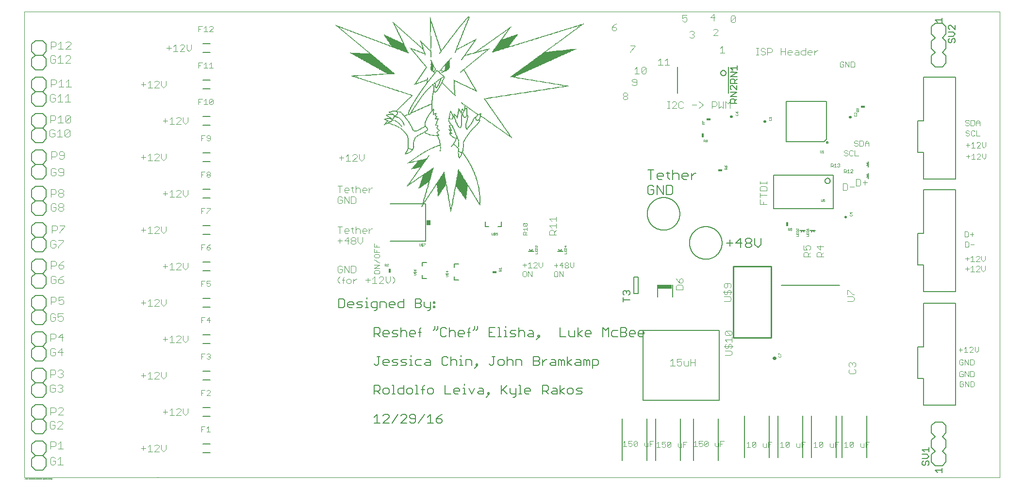
<source format=gto>
G75*
%MOIN*%
%OFA0B0*%
%FSLAX25Y25*%
%IPPOS*%
%LPD*%
%AMOC8*
5,1,8,0,0,1.08239X$1,22.5*
%
%ADD10C,0.00000*%
%ADD11C,0.00600*%
%ADD12C,0.00300*%
%ADD13C,0.00400*%
%ADD14R,0.00250X0.00250*%
%ADD15R,0.00500X0.00250*%
%ADD16R,0.00750X0.00250*%
%ADD17R,0.01250X0.00250*%
%ADD18R,0.01000X0.00250*%
%ADD19R,0.01500X0.00250*%
%ADD20R,0.01750X0.00250*%
%ADD21R,0.02000X0.00250*%
%ADD22R,0.02250X0.00250*%
%ADD23R,0.02500X0.00250*%
%ADD24R,0.03000X0.00250*%
%ADD25R,0.03250X0.00250*%
%ADD26R,0.03500X0.00250*%
%ADD27R,0.03750X0.00250*%
%ADD28R,0.04000X0.00250*%
%ADD29R,0.04250X0.00250*%
%ADD30R,0.04500X0.00250*%
%ADD31R,0.05000X0.00250*%
%ADD32R,0.05250X0.00250*%
%ADD33R,0.05500X0.00250*%
%ADD34R,0.05750X0.00250*%
%ADD35R,0.06000X0.00250*%
%ADD36R,0.06250X0.00250*%
%ADD37R,0.06750X0.00250*%
%ADD38R,0.07000X0.00250*%
%ADD39R,0.04750X0.00250*%
%ADD40R,0.07250X0.00250*%
%ADD41R,0.07500X0.00250*%
%ADD42R,0.07750X0.00250*%
%ADD43R,0.08500X0.00250*%
%ADD44R,0.09250X0.00250*%
%ADD45R,0.02750X0.00250*%
%ADD46R,0.09000X0.00250*%
%ADD47R,0.08750X0.00250*%
%ADD48R,0.08250X0.00250*%
%ADD49R,0.06500X0.00250*%
%ADD50R,0.08000X0.00250*%
%ADD51R,0.09500X0.00250*%
%ADD52R,0.09750X0.00250*%
%ADD53R,0.10000X0.00250*%
%ADD54R,0.10250X0.00250*%
%ADD55R,0.10500X0.00250*%
%ADD56R,0.10750X0.00250*%
%ADD57R,0.11000X0.00250*%
%ADD58R,0.11250X0.00250*%
%ADD59R,0.11500X0.00250*%
%ADD60R,0.11750X0.00250*%
%ADD61R,0.12000X0.00250*%
%ADD62R,0.12250X0.00250*%
%ADD63R,0.12500X0.00250*%
%ADD64R,0.12750X0.00250*%
%ADD65R,0.13000X0.00250*%
%ADD66R,0.13250X0.00250*%
%ADD67R,0.13500X0.00250*%
%ADD68R,0.13750X0.00250*%
%ADD69R,0.14000X0.00250*%
%ADD70R,0.14250X0.00250*%
%ADD71R,0.14500X0.00250*%
%ADD72R,0.15000X0.00250*%
%ADD73R,0.15250X0.00250*%
%ADD74R,0.15500X0.00250*%
%ADD75R,0.16000X0.00250*%
%ADD76R,0.16250X0.00250*%
%ADD77R,0.16750X0.00250*%
%ADD78R,0.17000X0.00250*%
%ADD79R,0.17250X0.00250*%
%ADD80R,0.17750X0.00250*%
%ADD81C,0.00500*%
%ADD82C,0.00800*%
%ADD83C,0.00100*%
%ADD84R,0.03000X0.01800*%
%ADD85R,0.01800X0.03000*%
%ADD86R,0.03000X0.03400*%
%ADD87R,0.03000X0.01500*%
%ADD88C,0.01500*%
%ADD89R,0.09646X0.02657*%
%ADD90R,0.01500X0.03000*%
%ADD91C,0.01000*%
%ADD92C,0.02200*%
%ADD93R,0.01600X0.02800*%
%ADD94C,0.00200*%
D10*
X0003000Y0003000D02*
X0003334Y0003500D01*
X0003460Y0003500D02*
X0003460Y0003000D01*
X0003460Y0003250D02*
X0003544Y0003334D01*
X0003711Y0003334D01*
X0003794Y0003250D01*
X0003794Y0003000D01*
X0003921Y0003083D02*
X0004004Y0003000D01*
X0004171Y0003000D01*
X0004254Y0003083D01*
X0004254Y0003250D01*
X0004171Y0003334D01*
X0004004Y0003334D01*
X0003921Y0003250D01*
X0003921Y0003083D01*
X0004381Y0003000D02*
X0004381Y0003334D01*
X0004465Y0003334D01*
X0004548Y0003250D01*
X0004631Y0003334D01*
X0004715Y0003250D01*
X0004715Y0003000D01*
X0004842Y0003083D02*
X0004842Y0003250D01*
X0004925Y0003334D01*
X0005092Y0003334D01*
X0005175Y0003250D01*
X0005175Y0003167D01*
X0004842Y0003167D01*
X0004842Y0003083D02*
X0004925Y0003000D01*
X0005092Y0003000D01*
X0005302Y0003000D02*
X0005636Y0003500D01*
X0005762Y0003500D02*
X0005846Y0003500D01*
X0005846Y0003000D01*
X0005929Y0003000D02*
X0005762Y0003000D01*
X0006069Y0003083D02*
X0006153Y0003000D01*
X0006403Y0003000D01*
X0006403Y0003334D01*
X0006530Y0003500D02*
X0006530Y0003000D01*
X0006530Y0003167D02*
X0006780Y0003334D01*
X0006913Y0003250D02*
X0006997Y0003334D01*
X0007163Y0003334D01*
X0007247Y0003250D01*
X0007247Y0003167D01*
X0006913Y0003167D01*
X0006913Y0003250D02*
X0006913Y0003083D01*
X0006997Y0003000D01*
X0007163Y0003000D01*
X0007374Y0003000D02*
X0007374Y0003334D01*
X0007457Y0003334D01*
X0007540Y0003250D01*
X0007624Y0003334D01*
X0007707Y0003250D01*
X0007707Y0003000D01*
X0007834Y0003083D02*
X0007917Y0003167D01*
X0008168Y0003167D01*
X0008168Y0003250D02*
X0008168Y0003000D01*
X0007917Y0003000D01*
X0007834Y0003083D01*
X0007917Y0003334D02*
X0008084Y0003334D01*
X0008168Y0003250D01*
X0008294Y0003250D02*
X0008294Y0003083D01*
X0008378Y0003000D01*
X0008628Y0003000D01*
X0008755Y0003083D02*
X0008838Y0003167D01*
X0009088Y0003167D01*
X0009088Y0003250D02*
X0009088Y0003000D01*
X0008838Y0003000D01*
X0008755Y0003083D01*
X0008838Y0003334D02*
X0009005Y0003334D01*
X0009088Y0003250D01*
X0009215Y0003167D02*
X0009382Y0003334D01*
X0009465Y0003334D01*
X0009599Y0003250D02*
X0009682Y0003334D01*
X0009849Y0003334D01*
X0009932Y0003250D01*
X0009932Y0003083D01*
X0009849Y0003000D01*
X0009682Y0003000D01*
X0009599Y0003083D01*
X0009599Y0003250D01*
X0009215Y0003334D02*
X0009215Y0003000D01*
X0008628Y0003334D02*
X0008378Y0003334D01*
X0008294Y0003250D01*
X0007540Y0003250D02*
X0007540Y0003000D01*
X0006780Y0003000D02*
X0006530Y0003167D01*
X0006069Y0003083D02*
X0006069Y0003334D01*
X0004548Y0003250D02*
X0004548Y0003000D01*
X0003000Y0004250D02*
X0003000Y0324250D01*
X0673000Y0324250D01*
X0673000Y0004250D01*
X0003000Y0004250D01*
X0010059Y0003334D02*
X0010059Y0003000D01*
X0010059Y0003334D02*
X0010309Y0003334D01*
X0010393Y0003250D01*
X0010393Y0003000D01*
X0010520Y0003000D02*
X0010853Y0003500D01*
X0010980Y0003500D02*
X0011230Y0003500D01*
X0011314Y0003417D01*
X0011314Y0003083D01*
X0011230Y0003000D01*
X0010980Y0003000D01*
X0010980Y0003500D01*
X0011440Y0003250D02*
X0011524Y0003334D01*
X0011691Y0003334D01*
X0011774Y0003250D01*
X0011774Y0003083D01*
X0011691Y0003000D01*
X0011524Y0003000D01*
X0011440Y0003083D01*
X0011440Y0003250D01*
X0011901Y0003334D02*
X0011901Y0003083D01*
X0011984Y0003000D01*
X0012068Y0003083D01*
X0012151Y0003000D01*
X0012234Y0003083D01*
X0012234Y0003334D01*
X0012361Y0003334D02*
X0012611Y0003334D01*
X0012695Y0003250D01*
X0012695Y0003000D01*
X0012822Y0003000D02*
X0012988Y0003000D01*
X0012905Y0003000D02*
X0012905Y0003500D01*
X0012822Y0003500D01*
X0013128Y0003250D02*
X0013212Y0003334D01*
X0013379Y0003334D01*
X0013462Y0003250D01*
X0013462Y0003083D01*
X0013379Y0003000D01*
X0013212Y0003000D01*
X0013128Y0003083D01*
X0013128Y0003250D01*
X0013589Y0003083D02*
X0013672Y0003167D01*
X0013922Y0003167D01*
X0013922Y0003250D02*
X0013922Y0003000D01*
X0013672Y0003000D01*
X0013589Y0003083D01*
X0013672Y0003334D02*
X0013839Y0003334D01*
X0013922Y0003250D01*
X0014049Y0003250D02*
X0014133Y0003334D01*
X0014383Y0003334D01*
X0014510Y0003250D02*
X0014593Y0003334D01*
X0014843Y0003334D01*
X0014760Y0003167D02*
X0014593Y0003167D01*
X0014510Y0003250D01*
X0014510Y0003000D02*
X0014760Y0003000D01*
X0014843Y0003083D01*
X0014760Y0003167D01*
X0014970Y0003000D02*
X0015304Y0003500D01*
X0015430Y0003334D02*
X0015764Y0003334D01*
X0015430Y0003000D01*
X0015764Y0003000D01*
X0015891Y0003083D02*
X0015974Y0003167D01*
X0016224Y0003167D01*
X0016224Y0003250D02*
X0016224Y0003000D01*
X0015974Y0003000D01*
X0015891Y0003083D01*
X0015974Y0003334D02*
X0016141Y0003334D01*
X0016224Y0003250D01*
X0016351Y0003334D02*
X0016351Y0002833D01*
X0016351Y0003000D02*
X0016601Y0003000D01*
X0016685Y0003083D01*
X0016685Y0003250D01*
X0016601Y0003334D01*
X0016351Y0003334D01*
X0016812Y0003083D02*
X0016895Y0003167D01*
X0017145Y0003167D01*
X0017145Y0003250D02*
X0017145Y0003000D01*
X0016895Y0003000D01*
X0016812Y0003083D01*
X0016895Y0003334D02*
X0017062Y0003334D01*
X0017145Y0003250D01*
X0017272Y0003250D02*
X0017355Y0003334D01*
X0017606Y0003334D01*
X0017732Y0003250D02*
X0017816Y0003334D01*
X0017982Y0003334D01*
X0018066Y0003250D01*
X0018066Y0003083D01*
X0017982Y0003000D01*
X0017816Y0003000D01*
X0017732Y0003083D01*
X0017732Y0003250D01*
X0017606Y0003000D02*
X0017355Y0003000D01*
X0017272Y0003083D01*
X0017272Y0003250D01*
X0017606Y0003500D02*
X0017606Y0003000D01*
X0018193Y0003000D02*
X0018443Y0003000D01*
X0018526Y0003083D01*
X0018443Y0003167D01*
X0018276Y0003167D01*
X0018193Y0003250D01*
X0018276Y0003334D01*
X0018526Y0003334D01*
X0018653Y0003250D02*
X0018987Y0003250D01*
X0019113Y0003334D02*
X0019364Y0003334D01*
X0019447Y0003250D01*
X0019447Y0003083D01*
X0019364Y0003000D01*
X0019113Y0003000D01*
X0019113Y0003500D01*
X0019657Y0003334D02*
X0019824Y0003334D01*
X0019907Y0003250D01*
X0019907Y0003000D01*
X0019657Y0003000D01*
X0019574Y0003083D01*
X0019657Y0003167D01*
X0019907Y0003167D01*
X0020034Y0003083D02*
X0020118Y0003000D01*
X0020201Y0003083D01*
X0020284Y0003000D01*
X0020368Y0003083D01*
X0020368Y0003334D01*
X0020495Y0003083D02*
X0020578Y0003083D01*
X0020578Y0003000D01*
X0020495Y0003000D01*
X0020495Y0003083D01*
X0020725Y0003000D02*
X0020975Y0003000D01*
X0021058Y0003083D01*
X0021058Y0003250D01*
X0020975Y0003334D01*
X0020725Y0003334D01*
X0020725Y0003500D02*
X0020725Y0003000D01*
X0021185Y0003000D02*
X0021185Y0003334D01*
X0021269Y0003334D01*
X0021352Y0003250D01*
X0021435Y0003334D01*
X0021519Y0003250D01*
X0021519Y0003000D01*
X0021646Y0003000D02*
X0021896Y0003000D01*
X0021979Y0003083D01*
X0021979Y0003250D01*
X0021896Y0003334D01*
X0021646Y0003334D01*
X0021646Y0002833D01*
X0021352Y0003000D02*
X0021352Y0003250D01*
X0020034Y0003334D02*
X0020034Y0003083D01*
X0014383Y0003000D02*
X0014133Y0003000D01*
X0014049Y0003083D01*
X0014049Y0003250D01*
X0014383Y0003500D02*
X0014383Y0003000D01*
X0012361Y0003000D02*
X0012361Y0003334D01*
D11*
X0421500Y0130450D02*
X0421500Y0141850D01*
X0424500Y0141850D01*
X0424500Y0130450D01*
X0421500Y0130450D01*
X0485300Y0165253D02*
X0489570Y0165253D01*
X0491745Y0165253D02*
X0496016Y0165253D01*
X0498191Y0166320D02*
X0498191Y0167388D01*
X0499259Y0168455D01*
X0501394Y0168455D01*
X0502461Y0167388D01*
X0502461Y0166320D01*
X0501394Y0165253D01*
X0499259Y0165253D01*
X0498191Y0166320D01*
X0499259Y0165253D02*
X0498191Y0164185D01*
X0498191Y0163118D01*
X0499259Y0162050D01*
X0501394Y0162050D01*
X0502461Y0163118D01*
X0502461Y0164185D01*
X0501394Y0165253D01*
X0504636Y0164185D02*
X0506772Y0162050D01*
X0508907Y0164185D01*
X0508907Y0168455D01*
X0504636Y0168455D02*
X0504636Y0164185D01*
X0494948Y0162050D02*
X0494948Y0168455D01*
X0491745Y0165253D01*
X0487435Y0167388D02*
X0487435Y0163118D01*
X0517528Y0188734D02*
X0517528Y0211766D01*
X0558472Y0211766D01*
X0558472Y0188734D01*
X0517528Y0188734D01*
X0552825Y0207927D02*
X0552827Y0208012D01*
X0552833Y0208096D01*
X0552843Y0208181D01*
X0552857Y0208264D01*
X0552874Y0208347D01*
X0552896Y0208429D01*
X0552922Y0208510D01*
X0552951Y0208590D01*
X0552984Y0208668D01*
X0553020Y0208744D01*
X0553060Y0208819D01*
X0553104Y0208892D01*
X0553151Y0208963D01*
X0553201Y0209031D01*
X0553254Y0209097D01*
X0553311Y0209160D01*
X0553370Y0209221D01*
X0553432Y0209279D01*
X0553497Y0209334D01*
X0553564Y0209386D01*
X0553633Y0209434D01*
X0553705Y0209479D01*
X0553779Y0209521D01*
X0553855Y0209559D01*
X0553932Y0209594D01*
X0554011Y0209625D01*
X0554091Y0209653D01*
X0554173Y0209676D01*
X0554255Y0209696D01*
X0554338Y0209712D01*
X0554422Y0209724D01*
X0554507Y0209732D01*
X0554592Y0209736D01*
X0554676Y0209736D01*
X0554761Y0209732D01*
X0554846Y0209724D01*
X0554930Y0209712D01*
X0555013Y0209696D01*
X0555095Y0209676D01*
X0555177Y0209653D01*
X0555257Y0209625D01*
X0555336Y0209594D01*
X0555413Y0209559D01*
X0555489Y0209521D01*
X0555563Y0209479D01*
X0555635Y0209434D01*
X0555704Y0209386D01*
X0555771Y0209334D01*
X0555836Y0209279D01*
X0555898Y0209221D01*
X0555957Y0209160D01*
X0556014Y0209097D01*
X0556067Y0209031D01*
X0556117Y0208963D01*
X0556164Y0208892D01*
X0556208Y0208819D01*
X0556248Y0208744D01*
X0556284Y0208668D01*
X0556317Y0208590D01*
X0556346Y0208510D01*
X0556372Y0208429D01*
X0556394Y0208347D01*
X0556411Y0208264D01*
X0556425Y0208181D01*
X0556435Y0208096D01*
X0556441Y0208012D01*
X0556443Y0207927D01*
X0556441Y0207842D01*
X0556435Y0207758D01*
X0556425Y0207673D01*
X0556411Y0207590D01*
X0556394Y0207507D01*
X0556372Y0207425D01*
X0556346Y0207344D01*
X0556317Y0207264D01*
X0556284Y0207186D01*
X0556248Y0207110D01*
X0556208Y0207035D01*
X0556164Y0206962D01*
X0556117Y0206891D01*
X0556067Y0206823D01*
X0556014Y0206757D01*
X0555957Y0206694D01*
X0555898Y0206633D01*
X0555836Y0206575D01*
X0555771Y0206520D01*
X0555704Y0206468D01*
X0555635Y0206420D01*
X0555563Y0206375D01*
X0555489Y0206333D01*
X0555413Y0206295D01*
X0555336Y0206260D01*
X0555257Y0206229D01*
X0555177Y0206201D01*
X0555095Y0206178D01*
X0555013Y0206158D01*
X0554930Y0206142D01*
X0554846Y0206130D01*
X0554761Y0206122D01*
X0554676Y0206118D01*
X0554592Y0206118D01*
X0554507Y0206122D01*
X0554422Y0206130D01*
X0554338Y0206142D01*
X0554255Y0206158D01*
X0554173Y0206178D01*
X0554091Y0206201D01*
X0554011Y0206229D01*
X0553932Y0206260D01*
X0553855Y0206295D01*
X0553779Y0206333D01*
X0553705Y0206375D01*
X0553633Y0206420D01*
X0553564Y0206468D01*
X0553497Y0206520D01*
X0553432Y0206575D01*
X0553370Y0206633D01*
X0553311Y0206694D01*
X0553254Y0206757D01*
X0553201Y0206823D01*
X0553151Y0206891D01*
X0553104Y0206962D01*
X0553060Y0207035D01*
X0553020Y0207110D01*
X0552984Y0207186D01*
X0552951Y0207264D01*
X0552922Y0207344D01*
X0552896Y0207425D01*
X0552874Y0207507D01*
X0552857Y0207590D01*
X0552843Y0207673D01*
X0552833Y0207758D01*
X0552827Y0207842D01*
X0552825Y0207927D01*
X0464382Y0213220D02*
X0463314Y0213220D01*
X0461179Y0211085D01*
X0461179Y0208950D02*
X0461179Y0213220D01*
X0459004Y0212153D02*
X0459004Y0211085D01*
X0454733Y0211085D01*
X0454733Y0210018D02*
X0454733Y0212153D01*
X0455801Y0213220D01*
X0457936Y0213220D01*
X0459004Y0212153D01*
X0457936Y0208950D02*
X0455801Y0208950D01*
X0454733Y0210018D01*
X0452558Y0208950D02*
X0452558Y0212153D01*
X0451491Y0213220D01*
X0449356Y0213220D01*
X0448288Y0212153D01*
X0446126Y0213220D02*
X0443991Y0213220D01*
X0445059Y0214288D02*
X0445059Y0210018D01*
X0446126Y0208950D01*
X0448288Y0208950D02*
X0448288Y0215355D01*
X0441816Y0212153D02*
X0441816Y0211085D01*
X0437545Y0211085D01*
X0437545Y0210018D02*
X0437545Y0212153D01*
X0438613Y0213220D01*
X0440748Y0213220D01*
X0441816Y0212153D01*
X0440748Y0208950D02*
X0438613Y0208950D01*
X0437545Y0210018D01*
X0433235Y0208950D02*
X0433235Y0215355D01*
X0431100Y0215355D02*
X0435370Y0215355D01*
X0434303Y0204855D02*
X0432168Y0204855D01*
X0431100Y0203788D01*
X0431100Y0199518D01*
X0432168Y0198450D01*
X0434303Y0198450D01*
X0435370Y0199518D01*
X0435370Y0201653D01*
X0433235Y0201653D01*
X0435370Y0203788D02*
X0434303Y0204855D01*
X0437545Y0204855D02*
X0441816Y0198450D01*
X0441816Y0204855D01*
X0443991Y0204855D02*
X0447194Y0204855D01*
X0448261Y0203788D01*
X0448261Y0199518D01*
X0447194Y0198450D01*
X0443991Y0198450D01*
X0443991Y0204855D01*
X0437545Y0204855D02*
X0437545Y0198450D01*
X0451423Y0268263D02*
X0451423Y0286237D01*
X0481277Y0282050D02*
X0481279Y0282134D01*
X0481285Y0282219D01*
X0481295Y0282302D01*
X0481309Y0282386D01*
X0481326Y0282468D01*
X0481348Y0282550D01*
X0481373Y0282630D01*
X0481402Y0282709D01*
X0481435Y0282787D01*
X0481471Y0282863D01*
X0481511Y0282938D01*
X0481555Y0283010D01*
X0481601Y0283081D01*
X0481651Y0283149D01*
X0481704Y0283214D01*
X0481760Y0283277D01*
X0481819Y0283338D01*
X0481881Y0283395D01*
X0481945Y0283450D01*
X0482012Y0283501D01*
X0482081Y0283550D01*
X0482153Y0283595D01*
X0482226Y0283636D01*
X0482301Y0283674D01*
X0482378Y0283709D01*
X0482457Y0283740D01*
X0482537Y0283767D01*
X0482618Y0283790D01*
X0482700Y0283810D01*
X0482783Y0283826D01*
X0482866Y0283838D01*
X0482951Y0283846D01*
X0483035Y0283850D01*
X0483119Y0283850D01*
X0483203Y0283846D01*
X0483288Y0283838D01*
X0483371Y0283826D01*
X0483454Y0283810D01*
X0483536Y0283790D01*
X0483617Y0283767D01*
X0483697Y0283740D01*
X0483776Y0283709D01*
X0483853Y0283674D01*
X0483928Y0283636D01*
X0484001Y0283595D01*
X0484073Y0283550D01*
X0484142Y0283501D01*
X0484209Y0283450D01*
X0484273Y0283395D01*
X0484335Y0283338D01*
X0484394Y0283277D01*
X0484450Y0283214D01*
X0484503Y0283149D01*
X0484553Y0283081D01*
X0484599Y0283010D01*
X0484643Y0282938D01*
X0484683Y0282863D01*
X0484719Y0282787D01*
X0484752Y0282709D01*
X0484781Y0282630D01*
X0484806Y0282550D01*
X0484828Y0282468D01*
X0484845Y0282386D01*
X0484859Y0282302D01*
X0484869Y0282219D01*
X0484875Y0282134D01*
X0484877Y0282050D01*
X0484875Y0281966D01*
X0484869Y0281881D01*
X0484859Y0281798D01*
X0484845Y0281714D01*
X0484828Y0281632D01*
X0484806Y0281550D01*
X0484781Y0281470D01*
X0484752Y0281391D01*
X0484719Y0281313D01*
X0484683Y0281237D01*
X0484643Y0281162D01*
X0484599Y0281090D01*
X0484553Y0281019D01*
X0484503Y0280951D01*
X0484450Y0280886D01*
X0484394Y0280823D01*
X0484335Y0280762D01*
X0484273Y0280705D01*
X0484209Y0280650D01*
X0484142Y0280599D01*
X0484073Y0280550D01*
X0484001Y0280505D01*
X0483928Y0280464D01*
X0483853Y0280426D01*
X0483776Y0280391D01*
X0483697Y0280360D01*
X0483617Y0280333D01*
X0483536Y0280310D01*
X0483454Y0280290D01*
X0483371Y0280274D01*
X0483288Y0280262D01*
X0483203Y0280254D01*
X0483119Y0280250D01*
X0483035Y0280250D01*
X0482951Y0280254D01*
X0482866Y0280262D01*
X0482783Y0280274D01*
X0482700Y0280290D01*
X0482618Y0280310D01*
X0482537Y0280333D01*
X0482457Y0280360D01*
X0482378Y0280391D01*
X0482301Y0280426D01*
X0482226Y0280464D01*
X0482153Y0280505D01*
X0482081Y0280550D01*
X0482012Y0280599D01*
X0481945Y0280650D01*
X0481881Y0280705D01*
X0481819Y0280762D01*
X0481760Y0280823D01*
X0481704Y0280886D01*
X0481651Y0280951D01*
X0481601Y0281019D01*
X0481555Y0281090D01*
X0481511Y0281162D01*
X0481471Y0281237D01*
X0481435Y0281313D01*
X0481402Y0281391D01*
X0481373Y0281470D01*
X0481348Y0281550D01*
X0481326Y0281632D01*
X0481309Y0281714D01*
X0481295Y0281798D01*
X0481285Y0281881D01*
X0481279Y0281966D01*
X0481277Y0282050D01*
X0486577Y0286237D02*
X0486577Y0268263D01*
X0626000Y0288750D02*
X0626000Y0293750D01*
X0628500Y0296250D01*
X0626000Y0298750D01*
X0626000Y0303750D01*
X0628500Y0306250D01*
X0626000Y0308750D01*
X0626000Y0313750D01*
X0628500Y0316250D01*
X0633500Y0316250D01*
X0636000Y0313750D01*
X0636000Y0308750D01*
X0633500Y0306250D01*
X0636000Y0303750D01*
X0636000Y0298750D01*
X0633500Y0296250D01*
X0636000Y0293750D01*
X0636000Y0288750D01*
X0633500Y0286250D01*
X0628500Y0286250D01*
X0626000Y0288750D01*
X0628500Y0042250D02*
X0626000Y0039750D01*
X0626000Y0034750D01*
X0628500Y0032250D01*
X0626000Y0029750D01*
X0626000Y0024750D01*
X0628500Y0022250D01*
X0626000Y0019750D01*
X0626000Y0014750D01*
X0628500Y0012250D01*
X0633500Y0012250D01*
X0636000Y0014750D01*
X0636000Y0019750D01*
X0633500Y0022250D01*
X0636000Y0024750D01*
X0636000Y0029750D01*
X0633500Y0032250D01*
X0636000Y0034750D01*
X0636000Y0039750D01*
X0633500Y0042250D01*
X0628500Y0042250D01*
D12*
X0583351Y0028603D02*
X0580883Y0028603D01*
X0580883Y0024900D01*
X0579668Y0024900D02*
X0579668Y0027369D01*
X0580883Y0026752D02*
X0582117Y0026752D01*
X0579668Y0024900D02*
X0577817Y0024900D01*
X0577199Y0025517D01*
X0577199Y0027369D01*
X0572302Y0027986D02*
X0569833Y0025517D01*
X0570450Y0024900D01*
X0571685Y0024900D01*
X0572302Y0025517D01*
X0572302Y0027986D01*
X0571685Y0028603D01*
X0570450Y0028603D01*
X0569833Y0027986D01*
X0569833Y0025517D01*
X0568619Y0024900D02*
X0566150Y0024900D01*
X0567384Y0024900D02*
X0567384Y0028603D01*
X0566150Y0027369D01*
X0562351Y0028603D02*
X0559883Y0028603D01*
X0559883Y0024900D01*
X0558668Y0024900D02*
X0558668Y0027369D01*
X0559883Y0026752D02*
X0561117Y0026752D01*
X0558668Y0024900D02*
X0556817Y0024900D01*
X0556199Y0025517D01*
X0556199Y0027369D01*
X0551302Y0027986D02*
X0548833Y0025517D01*
X0549450Y0024900D01*
X0550685Y0024900D01*
X0551302Y0025517D01*
X0551302Y0027986D01*
X0550685Y0028603D01*
X0549450Y0028603D01*
X0548833Y0027986D01*
X0548833Y0025517D01*
X0547619Y0024900D02*
X0545150Y0024900D01*
X0546384Y0024900D02*
X0546384Y0028603D01*
X0545150Y0027369D01*
X0539351Y0028603D02*
X0536883Y0028603D01*
X0536883Y0024900D01*
X0535668Y0024900D02*
X0535668Y0027369D01*
X0536883Y0026752D02*
X0538117Y0026752D01*
X0535668Y0024900D02*
X0533817Y0024900D01*
X0533199Y0025517D01*
X0533199Y0027369D01*
X0528302Y0027986D02*
X0525833Y0025517D01*
X0526450Y0024900D01*
X0527685Y0024900D01*
X0528302Y0025517D01*
X0528302Y0027986D01*
X0527685Y0028603D01*
X0526450Y0028603D01*
X0525833Y0027986D01*
X0525833Y0025517D01*
X0524619Y0024900D02*
X0522150Y0024900D01*
X0523384Y0024900D02*
X0523384Y0028603D01*
X0522150Y0027369D01*
X0516351Y0028603D02*
X0513883Y0028603D01*
X0513883Y0024900D01*
X0512668Y0024900D02*
X0512668Y0027369D01*
X0513883Y0026752D02*
X0515117Y0026752D01*
X0512668Y0024900D02*
X0510817Y0024900D01*
X0510199Y0025517D01*
X0510199Y0027369D01*
X0505302Y0027986D02*
X0502833Y0025517D01*
X0503450Y0024900D01*
X0504685Y0024900D01*
X0505302Y0025517D01*
X0505302Y0027986D01*
X0504685Y0028603D01*
X0503450Y0028603D01*
X0502833Y0027986D01*
X0502833Y0025517D01*
X0501619Y0024900D02*
X0499150Y0024900D01*
X0500384Y0024900D02*
X0500384Y0028603D01*
X0499150Y0027369D01*
X0483534Y0029103D02*
X0481066Y0029103D01*
X0481066Y0025400D01*
X0479851Y0025400D02*
X0479851Y0027869D01*
X0481066Y0027252D02*
X0482300Y0027252D01*
X0479851Y0025400D02*
X0478000Y0025400D01*
X0477383Y0026017D01*
X0477383Y0027869D01*
X0472485Y0028486D02*
X0470016Y0026017D01*
X0470633Y0025400D01*
X0471868Y0025400D01*
X0472485Y0026017D01*
X0472485Y0028486D01*
X0471868Y0029103D01*
X0470633Y0029103D01*
X0470016Y0028486D01*
X0470016Y0026017D01*
X0468802Y0026017D02*
X0468185Y0025400D01*
X0466950Y0025400D01*
X0466333Y0026017D01*
X0466333Y0027252D02*
X0467568Y0027869D01*
X0468185Y0027869D01*
X0468802Y0027252D01*
X0468802Y0026017D01*
X0466333Y0027252D02*
X0466333Y0029103D01*
X0468802Y0029103D01*
X0463884Y0029103D02*
X0463884Y0025400D01*
X0462650Y0025400D02*
X0465119Y0025400D01*
X0462650Y0027869D02*
X0463884Y0029103D01*
X0458034Y0028603D02*
X0455566Y0028603D01*
X0455566Y0024900D01*
X0454351Y0024900D02*
X0454351Y0027369D01*
X0455566Y0026752D02*
X0456800Y0026752D01*
X0454351Y0024900D02*
X0452500Y0024900D01*
X0451883Y0025517D01*
X0451883Y0027369D01*
X0446985Y0027986D02*
X0446985Y0025517D01*
X0446368Y0024900D01*
X0445133Y0024900D01*
X0444516Y0025517D01*
X0446985Y0027986D01*
X0446368Y0028603D01*
X0445133Y0028603D01*
X0444516Y0027986D01*
X0444516Y0025517D01*
X0443302Y0025517D02*
X0442685Y0024900D01*
X0441450Y0024900D01*
X0440833Y0025517D01*
X0440833Y0026752D02*
X0442068Y0027369D01*
X0442685Y0027369D01*
X0443302Y0026752D01*
X0443302Y0025517D01*
X0440833Y0026752D02*
X0440833Y0028603D01*
X0443302Y0028603D01*
X0438384Y0028603D02*
X0438384Y0024900D01*
X0437150Y0024900D02*
X0439619Y0024900D01*
X0437150Y0027369D02*
X0438384Y0028603D01*
X0435034Y0029103D02*
X0432566Y0029103D01*
X0432566Y0025400D01*
X0431351Y0025400D02*
X0431351Y0027869D01*
X0432566Y0027252D02*
X0433800Y0027252D01*
X0431351Y0025400D02*
X0429500Y0025400D01*
X0428883Y0026017D01*
X0428883Y0027869D01*
X0423985Y0028486D02*
X0421516Y0026017D01*
X0422133Y0025400D01*
X0423368Y0025400D01*
X0423985Y0026017D01*
X0423985Y0028486D01*
X0423368Y0029103D01*
X0422133Y0029103D01*
X0421516Y0028486D01*
X0421516Y0026017D01*
X0420302Y0026017D02*
X0419685Y0025400D01*
X0418450Y0025400D01*
X0417833Y0026017D01*
X0417833Y0027252D02*
X0419068Y0027869D01*
X0419685Y0027869D01*
X0420302Y0027252D01*
X0420302Y0026017D01*
X0417833Y0027252D02*
X0417833Y0029103D01*
X0420302Y0029103D01*
X0415384Y0029103D02*
X0415384Y0025400D01*
X0414150Y0025400D02*
X0416619Y0025400D01*
X0414150Y0027869D02*
X0415384Y0029103D01*
X0645450Y0067117D02*
X0646067Y0066500D01*
X0647302Y0066500D01*
X0647919Y0067117D01*
X0647919Y0068352D01*
X0646684Y0068352D01*
X0645450Y0069586D02*
X0645450Y0067117D01*
X0645450Y0069586D02*
X0646067Y0070203D01*
X0647302Y0070203D01*
X0647919Y0069586D01*
X0649133Y0070203D02*
X0651602Y0066500D01*
X0651602Y0070203D01*
X0652816Y0070203D02*
X0654668Y0070203D01*
X0655285Y0069586D01*
X0655285Y0067117D01*
X0654668Y0066500D01*
X0652816Y0066500D01*
X0652816Y0070203D01*
X0652716Y0073300D02*
X0654568Y0073300D01*
X0655185Y0073917D01*
X0655185Y0076386D01*
X0654568Y0077003D01*
X0652716Y0077003D01*
X0652716Y0073300D01*
X0651502Y0073300D02*
X0651502Y0077003D01*
X0649033Y0077003D02*
X0651502Y0073300D01*
X0649033Y0073300D02*
X0649033Y0077003D01*
X0647819Y0076386D02*
X0647202Y0077003D01*
X0645967Y0077003D01*
X0645350Y0076386D01*
X0645350Y0073917D01*
X0645967Y0073300D01*
X0647202Y0073300D01*
X0647819Y0073917D01*
X0647819Y0075152D01*
X0646584Y0075152D01*
X0649133Y0070203D02*
X0649133Y0066500D01*
X0648933Y0081400D02*
X0648933Y0085103D01*
X0651402Y0081400D01*
X0651402Y0085103D01*
X0652616Y0085103D02*
X0654468Y0085103D01*
X0655085Y0084486D01*
X0655085Y0082017D01*
X0654468Y0081400D01*
X0652616Y0081400D01*
X0652616Y0085103D01*
X0652116Y0090000D02*
X0654585Y0092469D01*
X0654585Y0093086D01*
X0653968Y0093703D01*
X0652733Y0093703D01*
X0652116Y0093086D01*
X0649668Y0093703D02*
X0649668Y0090000D01*
X0650902Y0090000D02*
X0648433Y0090000D01*
X0647219Y0091852D02*
X0644750Y0091852D01*
X0645984Y0093086D02*
X0645984Y0090617D01*
X0648433Y0092469D02*
X0649668Y0093703D01*
X0652116Y0090000D02*
X0654585Y0090000D01*
X0655799Y0091234D02*
X0657034Y0090000D01*
X0658268Y0091234D01*
X0658268Y0093703D01*
X0655799Y0093703D02*
X0655799Y0091234D01*
X0647719Y0084486D02*
X0647102Y0085103D01*
X0645867Y0085103D01*
X0645250Y0084486D01*
X0645250Y0082017D01*
X0645867Y0081400D01*
X0647102Y0081400D01*
X0647719Y0082017D01*
X0647719Y0083252D01*
X0646484Y0083252D01*
X0653033Y0145600D02*
X0655502Y0145600D01*
X0656716Y0145600D02*
X0659185Y0148069D01*
X0659185Y0148686D01*
X0658568Y0149303D01*
X0657333Y0149303D01*
X0656716Y0148686D01*
X0654268Y0149303D02*
X0654268Y0145600D01*
X0656716Y0145600D02*
X0659185Y0145600D01*
X0660399Y0146834D02*
X0661634Y0145600D01*
X0662868Y0146834D01*
X0662868Y0149303D01*
X0660399Y0149303D02*
X0660399Y0146834D01*
X0659185Y0152500D02*
X0656716Y0152500D01*
X0659185Y0154969D01*
X0659185Y0155586D01*
X0658568Y0156203D01*
X0657333Y0156203D01*
X0656716Y0155586D01*
X0654268Y0156203D02*
X0654268Y0152500D01*
X0655502Y0152500D02*
X0653033Y0152500D01*
X0651819Y0154352D02*
X0649350Y0154352D01*
X0650584Y0155586D02*
X0650584Y0153117D01*
X0653033Y0154969D02*
X0654268Y0156203D01*
X0660399Y0156203D02*
X0660399Y0153734D01*
X0661634Y0152500D01*
X0662868Y0153734D01*
X0662868Y0156203D01*
X0655302Y0164152D02*
X0652833Y0164152D01*
X0651619Y0165386D02*
X0651002Y0166003D01*
X0649150Y0166003D01*
X0649150Y0162300D01*
X0651002Y0162300D01*
X0651619Y0162917D01*
X0651619Y0165386D01*
X0650702Y0169300D02*
X0651319Y0169917D01*
X0651319Y0172386D01*
X0650702Y0173003D01*
X0648850Y0173003D01*
X0648850Y0169300D01*
X0650702Y0169300D01*
X0652533Y0171152D02*
X0655002Y0171152D01*
X0653768Y0172386D02*
X0653768Y0169917D01*
X0654268Y0149303D02*
X0653033Y0148069D01*
X0651819Y0147452D02*
X0649350Y0147452D01*
X0650584Y0148686D02*
X0650584Y0146217D01*
X0653533Y0222800D02*
X0656002Y0222800D01*
X0657216Y0222800D02*
X0659685Y0225269D01*
X0659685Y0225886D01*
X0659068Y0226503D01*
X0657833Y0226503D01*
X0657216Y0225886D01*
X0654768Y0226503D02*
X0654768Y0222800D01*
X0657216Y0222800D02*
X0659685Y0222800D01*
X0660899Y0224034D02*
X0660899Y0226503D01*
X0660899Y0224034D02*
X0662134Y0222800D01*
X0663368Y0224034D01*
X0663368Y0226503D01*
X0662034Y0230600D02*
X0663268Y0231834D01*
X0663268Y0234303D01*
X0660799Y0234303D02*
X0660799Y0231834D01*
X0662034Y0230600D01*
X0659585Y0230600D02*
X0657116Y0230600D01*
X0659585Y0233069D01*
X0659585Y0233686D01*
X0658968Y0234303D01*
X0657733Y0234303D01*
X0657116Y0233686D01*
X0654668Y0234303D02*
X0654668Y0230600D01*
X0655902Y0230600D02*
X0653433Y0230600D01*
X0652219Y0232452D02*
X0649750Y0232452D01*
X0650984Y0233686D02*
X0650984Y0231217D01*
X0653433Y0233069D02*
X0654668Y0234303D01*
X0655085Y0238800D02*
X0655702Y0239417D01*
X0655085Y0238800D02*
X0653850Y0238800D01*
X0653233Y0239417D01*
X0653233Y0241886D01*
X0653850Y0242503D01*
X0655085Y0242503D01*
X0655702Y0241886D01*
X0656916Y0242503D02*
X0656916Y0238800D01*
X0659385Y0238800D01*
X0652019Y0239417D02*
X0651402Y0238800D01*
X0650167Y0238800D01*
X0649550Y0239417D01*
X0650167Y0240652D02*
X0651402Y0240652D01*
X0652019Y0240034D01*
X0652019Y0239417D01*
X0650167Y0240652D02*
X0649550Y0241269D01*
X0649550Y0241886D01*
X0650167Y0242503D01*
X0651402Y0242503D01*
X0652019Y0241886D01*
X0651202Y0245900D02*
X0649967Y0245900D01*
X0649350Y0246517D01*
X0649967Y0247752D02*
X0651202Y0247752D01*
X0651819Y0247134D01*
X0651819Y0246517D01*
X0651202Y0245900D01*
X0653033Y0245900D02*
X0654885Y0245900D01*
X0655502Y0246517D01*
X0655502Y0248986D01*
X0654885Y0249603D01*
X0653033Y0249603D01*
X0653033Y0245900D01*
X0651819Y0248986D02*
X0651202Y0249603D01*
X0649967Y0249603D01*
X0649350Y0248986D01*
X0649350Y0248369D01*
X0649967Y0247752D01*
X0656716Y0247752D02*
X0659185Y0247752D01*
X0659185Y0248369D02*
X0659185Y0245900D01*
X0656716Y0245900D02*
X0656716Y0248369D01*
X0657951Y0249603D01*
X0659185Y0248369D01*
X0654768Y0226503D02*
X0653533Y0225269D01*
X0652319Y0224652D02*
X0649850Y0224652D01*
X0651084Y0225886D02*
X0651084Y0223417D01*
X0582885Y0231800D02*
X0582885Y0234269D01*
X0581651Y0235503D01*
X0580416Y0234269D01*
X0580416Y0231800D01*
X0579202Y0232417D02*
X0579202Y0234886D01*
X0578585Y0235503D01*
X0576733Y0235503D01*
X0576733Y0231800D01*
X0578585Y0231800D01*
X0579202Y0232417D01*
X0580416Y0233652D02*
X0582885Y0233652D01*
X0575519Y0233034D02*
X0575519Y0232417D01*
X0574902Y0231800D01*
X0573667Y0231800D01*
X0573050Y0232417D01*
X0573667Y0233652D02*
X0574902Y0233652D01*
X0575519Y0233034D01*
X0575519Y0234886D02*
X0574902Y0235503D01*
X0573667Y0235503D01*
X0573050Y0234886D01*
X0573050Y0234269D01*
X0573667Y0233652D01*
X0573316Y0228903D02*
X0573316Y0225200D01*
X0575785Y0225200D01*
X0572102Y0225817D02*
X0571485Y0225200D01*
X0570250Y0225200D01*
X0569633Y0225817D01*
X0569633Y0228286D01*
X0570250Y0228903D01*
X0571485Y0228903D01*
X0572102Y0228286D01*
X0568419Y0228286D02*
X0567802Y0228903D01*
X0566567Y0228903D01*
X0565950Y0228286D01*
X0565950Y0227669D01*
X0566567Y0227052D01*
X0567802Y0227052D01*
X0568419Y0226434D01*
X0568419Y0225817D01*
X0567802Y0225200D01*
X0566567Y0225200D01*
X0565950Y0225817D01*
X0565102Y0286000D02*
X0565719Y0286617D01*
X0565719Y0287852D01*
X0564484Y0287852D01*
X0563250Y0289086D02*
X0563250Y0286617D01*
X0563867Y0286000D01*
X0565102Y0286000D01*
X0566933Y0286000D02*
X0566933Y0289703D01*
X0569402Y0286000D01*
X0569402Y0289703D01*
X0570616Y0289703D02*
X0572468Y0289703D01*
X0573085Y0289086D01*
X0573085Y0286617D01*
X0572468Y0286000D01*
X0570616Y0286000D01*
X0570616Y0289703D01*
X0565719Y0289086D02*
X0565102Y0289703D01*
X0563867Y0289703D01*
X0563250Y0289086D01*
X0348350Y0178244D02*
X0348350Y0177277D01*
X0347866Y0176793D01*
X0345931Y0178728D01*
X0347866Y0178728D01*
X0348350Y0178244D01*
X0347866Y0176793D02*
X0345931Y0176793D01*
X0345448Y0177277D01*
X0345448Y0178244D01*
X0345931Y0178728D01*
X0348350Y0175781D02*
X0348350Y0173847D01*
X0348350Y0174814D02*
X0345448Y0174814D01*
X0346415Y0173847D01*
X0345931Y0172835D02*
X0346899Y0172835D01*
X0347383Y0172351D01*
X0347383Y0170900D01*
X0348350Y0170900D02*
X0345448Y0170900D01*
X0345448Y0172351D01*
X0345931Y0172835D01*
X0347383Y0171867D02*
X0348350Y0172835D01*
X0350268Y0151903D02*
X0350268Y0148200D01*
X0351502Y0148200D02*
X0349033Y0148200D01*
X0347819Y0150052D02*
X0345350Y0150052D01*
X0346584Y0151286D02*
X0346584Y0148817D01*
X0345967Y0145903D02*
X0345350Y0145286D01*
X0345350Y0142817D01*
X0345967Y0142200D01*
X0347202Y0142200D01*
X0347819Y0142817D01*
X0347819Y0145286D01*
X0347202Y0145903D01*
X0345967Y0145903D01*
X0349033Y0145903D02*
X0351502Y0142200D01*
X0351502Y0145903D01*
X0349033Y0145903D02*
X0349033Y0142200D01*
X0352716Y0148200D02*
X0355185Y0150669D01*
X0355185Y0151286D01*
X0354568Y0151903D01*
X0353333Y0151903D01*
X0352716Y0151286D01*
X0350268Y0151903D02*
X0349033Y0150669D01*
X0352716Y0148200D02*
X0355185Y0148200D01*
X0356399Y0149434D02*
X0357634Y0148200D01*
X0358868Y0149434D01*
X0358868Y0151903D01*
X0356399Y0151903D02*
X0356399Y0149434D01*
X0366850Y0149852D02*
X0369319Y0149852D01*
X0370533Y0149852D02*
X0373002Y0149852D01*
X0374216Y0150469D02*
X0374216Y0151086D01*
X0374833Y0151703D01*
X0376068Y0151703D01*
X0376685Y0151086D01*
X0376685Y0150469D01*
X0376068Y0149852D01*
X0374833Y0149852D01*
X0374216Y0150469D01*
X0374833Y0149852D02*
X0374216Y0149234D01*
X0374216Y0148617D01*
X0374833Y0148000D01*
X0376068Y0148000D01*
X0376685Y0148617D01*
X0376685Y0149234D01*
X0376068Y0149852D01*
X0377899Y0149234D02*
X0379134Y0148000D01*
X0380368Y0149234D01*
X0380368Y0151703D01*
X0377899Y0151703D02*
X0377899Y0149234D01*
X0372385Y0148000D02*
X0372385Y0151703D01*
X0370533Y0149852D01*
X0368084Y0151086D02*
X0368084Y0148617D01*
X0367467Y0145703D02*
X0366850Y0145086D01*
X0366850Y0142617D01*
X0367467Y0142000D01*
X0368702Y0142000D01*
X0369319Y0142617D01*
X0369319Y0145086D01*
X0368702Y0145703D01*
X0367467Y0145703D01*
X0370533Y0145703D02*
X0373002Y0142000D01*
X0373002Y0145703D01*
X0370533Y0145703D02*
X0370533Y0142000D01*
X0246850Y0144617D02*
X0246850Y0145852D01*
X0246233Y0146469D01*
X0243764Y0146469D01*
X0243147Y0145852D01*
X0243147Y0144617D01*
X0243764Y0144000D01*
X0246233Y0144000D01*
X0246850Y0144617D01*
X0246850Y0147683D02*
X0243147Y0147683D01*
X0246850Y0150152D01*
X0243147Y0150152D01*
X0243147Y0153835D02*
X0246850Y0151366D01*
X0246233Y0155049D02*
X0246850Y0155667D01*
X0246850Y0156901D01*
X0246233Y0157518D01*
X0243764Y0157518D01*
X0243147Y0156901D01*
X0243147Y0155667D01*
X0243764Y0155049D01*
X0246233Y0155049D01*
X0246850Y0158733D02*
X0243147Y0158733D01*
X0243147Y0161201D01*
X0243147Y0162416D02*
X0243147Y0164884D01*
X0244998Y0163650D02*
X0244998Y0162416D01*
X0243147Y0162416D02*
X0246850Y0162416D01*
X0244998Y0159967D02*
X0244998Y0158733D01*
X0130619Y0161017D02*
X0130619Y0161634D01*
X0130002Y0162252D01*
X0128150Y0162252D01*
X0128150Y0161017D01*
X0128767Y0160400D01*
X0130002Y0160400D01*
X0130619Y0161017D01*
X0129384Y0163486D02*
X0128150Y0162252D01*
X0129384Y0163486D02*
X0130619Y0164103D01*
X0126936Y0164103D02*
X0124467Y0164103D01*
X0124467Y0160400D01*
X0124467Y0162252D02*
X0125701Y0162252D01*
X0124467Y0185400D02*
X0124467Y0189103D01*
X0126936Y0189103D01*
X0128150Y0189103D02*
X0130619Y0189103D01*
X0130619Y0188486D01*
X0128150Y0186017D01*
X0128150Y0185400D01*
X0125701Y0187252D02*
X0124467Y0187252D01*
X0124467Y0210400D02*
X0124467Y0214103D01*
X0126936Y0214103D01*
X0128150Y0213486D02*
X0128150Y0212869D01*
X0128767Y0212252D01*
X0130002Y0212252D01*
X0130619Y0211634D01*
X0130619Y0211017D01*
X0130002Y0210400D01*
X0128767Y0210400D01*
X0128150Y0211017D01*
X0128150Y0211634D01*
X0128767Y0212252D01*
X0130002Y0212252D02*
X0130619Y0212869D01*
X0130619Y0213486D01*
X0130002Y0214103D01*
X0128767Y0214103D01*
X0128150Y0213486D01*
X0125701Y0212252D02*
X0124467Y0212252D01*
X0124467Y0235400D02*
X0124467Y0239103D01*
X0126936Y0239103D01*
X0128150Y0238486D02*
X0128150Y0237869D01*
X0128767Y0237252D01*
X0130619Y0237252D01*
X0130619Y0238486D02*
X0130619Y0236017D01*
X0130002Y0235400D01*
X0128767Y0235400D01*
X0128150Y0236017D01*
X0128150Y0238486D02*
X0128767Y0239103D01*
X0130002Y0239103D01*
X0130619Y0238486D01*
X0125701Y0237252D02*
X0124467Y0237252D01*
X0126308Y0260400D02*
X0128777Y0260400D01*
X0127543Y0260400D02*
X0127543Y0264103D01*
X0126308Y0262869D01*
X0125094Y0264103D02*
X0122625Y0264103D01*
X0122625Y0260400D01*
X0122625Y0262252D02*
X0123860Y0262252D01*
X0129992Y0263486D02*
X0130609Y0264103D01*
X0131843Y0264103D01*
X0132460Y0263486D01*
X0129992Y0261017D01*
X0130609Y0260400D01*
X0131843Y0260400D01*
X0132460Y0261017D01*
X0132460Y0263486D01*
X0129992Y0263486D02*
X0129992Y0261017D01*
X0129992Y0285400D02*
X0132460Y0285400D01*
X0131226Y0285400D02*
X0131226Y0289103D01*
X0129992Y0287869D01*
X0127543Y0289103D02*
X0127543Y0285400D01*
X0128777Y0285400D02*
X0126308Y0285400D01*
X0126308Y0287869D02*
X0127543Y0289103D01*
X0125094Y0289103D02*
X0122625Y0289103D01*
X0122625Y0285400D01*
X0122625Y0287252D02*
X0123860Y0287252D01*
X0122625Y0310400D02*
X0122625Y0314103D01*
X0125094Y0314103D01*
X0126308Y0312869D02*
X0127543Y0314103D01*
X0127543Y0310400D01*
X0128777Y0310400D02*
X0126308Y0310400D01*
X0123860Y0312252D02*
X0122625Y0312252D01*
X0129992Y0313486D02*
X0130609Y0314103D01*
X0131843Y0314103D01*
X0132460Y0313486D01*
X0132460Y0312869D01*
X0129992Y0310400D01*
X0132460Y0310400D01*
X0130619Y0139103D02*
X0128150Y0139103D01*
X0128150Y0137252D01*
X0129384Y0137869D01*
X0130002Y0137869D01*
X0130619Y0137252D01*
X0130619Y0136017D01*
X0130002Y0135400D01*
X0128767Y0135400D01*
X0128150Y0136017D01*
X0125701Y0137252D02*
X0124467Y0137252D01*
X0124467Y0139103D02*
X0126936Y0139103D01*
X0124467Y0139103D02*
X0124467Y0135400D01*
X0124467Y0114103D02*
X0126936Y0114103D01*
X0128150Y0112252D02*
X0130619Y0112252D01*
X0130002Y0114103D02*
X0128150Y0112252D01*
X0125701Y0112252D02*
X0124467Y0112252D01*
X0124467Y0114103D02*
X0124467Y0110400D01*
X0130002Y0110400D02*
X0130002Y0114103D01*
X0130002Y0089103D02*
X0130619Y0088486D01*
X0130619Y0087869D01*
X0130002Y0087252D01*
X0130619Y0086634D01*
X0130619Y0086017D01*
X0130002Y0085400D01*
X0128767Y0085400D01*
X0128150Y0086017D01*
X0129384Y0087252D02*
X0130002Y0087252D01*
X0130002Y0089103D02*
X0128767Y0089103D01*
X0128150Y0088486D01*
X0126936Y0089103D02*
X0124467Y0089103D01*
X0124467Y0085400D01*
X0124467Y0087252D02*
X0125701Y0087252D01*
X0124467Y0064103D02*
X0126936Y0064103D01*
X0128150Y0063486D02*
X0128767Y0064103D01*
X0130002Y0064103D01*
X0130619Y0063486D01*
X0130619Y0062869D01*
X0128150Y0060400D01*
X0130619Y0060400D01*
X0125701Y0062252D02*
X0124467Y0062252D01*
X0124467Y0064103D02*
X0124467Y0060400D01*
X0124467Y0039103D02*
X0126936Y0039103D01*
X0128150Y0037869D02*
X0129384Y0039103D01*
X0129384Y0035400D01*
X0128150Y0035400D02*
X0130619Y0035400D01*
X0125701Y0037252D02*
X0124467Y0037252D01*
X0124467Y0039103D02*
X0124467Y0035400D01*
D13*
X0113546Y0046950D02*
X0115081Y0048485D01*
X0115081Y0051554D01*
X0112012Y0051554D02*
X0112012Y0048485D01*
X0113546Y0046950D01*
X0110477Y0046950D02*
X0107408Y0046950D01*
X0110477Y0050019D01*
X0110477Y0050787D01*
X0109710Y0051554D01*
X0108175Y0051554D01*
X0107408Y0050787D01*
X0104339Y0051554D02*
X0104339Y0046950D01*
X0105873Y0046950D02*
X0102804Y0046950D01*
X0101269Y0049252D02*
X0098200Y0049252D01*
X0099735Y0050787D02*
X0099735Y0047717D01*
X0102804Y0050019D02*
X0104339Y0051554D01*
X0098546Y0071950D02*
X0100081Y0073485D01*
X0100081Y0076554D01*
X0097012Y0076554D02*
X0097012Y0073485D01*
X0098546Y0071950D01*
X0095477Y0071950D02*
X0092408Y0071950D01*
X0095477Y0075019D01*
X0095477Y0075787D01*
X0094710Y0076554D01*
X0093175Y0076554D01*
X0092408Y0075787D01*
X0089339Y0076554D02*
X0089339Y0071950D01*
X0090873Y0071950D02*
X0087804Y0071950D01*
X0086269Y0074252D02*
X0083200Y0074252D01*
X0084735Y0075787D02*
X0084735Y0072717D01*
X0087804Y0075019D02*
X0089339Y0076554D01*
X0102804Y0096950D02*
X0105873Y0096950D01*
X0104339Y0096950D02*
X0104339Y0101554D01*
X0102804Y0100019D01*
X0101269Y0099252D02*
X0098200Y0099252D01*
X0099735Y0100787D02*
X0099735Y0097717D01*
X0107408Y0096950D02*
X0110477Y0100019D01*
X0110477Y0100787D01*
X0109710Y0101554D01*
X0108175Y0101554D01*
X0107408Y0100787D01*
X0107408Y0096950D02*
X0110477Y0096950D01*
X0112012Y0098485D02*
X0113546Y0096950D01*
X0115081Y0098485D01*
X0115081Y0101554D01*
X0112012Y0101554D02*
X0112012Y0098485D01*
X0098546Y0121950D02*
X0100081Y0123485D01*
X0100081Y0126554D01*
X0097012Y0126554D02*
X0097012Y0123485D01*
X0098546Y0121950D01*
X0095477Y0121950D02*
X0092408Y0121950D01*
X0095477Y0125019D01*
X0095477Y0125787D01*
X0094710Y0126554D01*
X0093175Y0126554D01*
X0092408Y0125787D01*
X0089339Y0126554D02*
X0089339Y0121950D01*
X0090873Y0121950D02*
X0087804Y0121950D01*
X0086269Y0124252D02*
X0083200Y0124252D01*
X0084735Y0125787D02*
X0084735Y0122717D01*
X0087804Y0125019D02*
X0089339Y0126554D01*
X0099735Y0147717D02*
X0099735Y0150787D01*
X0098200Y0149252D02*
X0101269Y0149252D01*
X0102804Y0150019D02*
X0104339Y0151554D01*
X0104339Y0146950D01*
X0105873Y0146950D02*
X0102804Y0146950D01*
X0107408Y0146950D02*
X0110477Y0150019D01*
X0110477Y0150787D01*
X0109710Y0151554D01*
X0108175Y0151554D01*
X0107408Y0150787D01*
X0107408Y0146950D02*
X0110477Y0146950D01*
X0112012Y0148485D02*
X0113546Y0146950D01*
X0115081Y0148485D01*
X0115081Y0151554D01*
X0112012Y0151554D02*
X0112012Y0148485D01*
X0098546Y0171950D02*
X0100081Y0173485D01*
X0100081Y0176554D01*
X0097012Y0176554D02*
X0097012Y0173485D01*
X0098546Y0171950D01*
X0095477Y0171950D02*
X0092408Y0171950D01*
X0095477Y0175019D01*
X0095477Y0175787D01*
X0094710Y0176554D01*
X0093175Y0176554D01*
X0092408Y0175787D01*
X0089339Y0176554D02*
X0089339Y0171950D01*
X0090873Y0171950D02*
X0087804Y0171950D01*
X0086269Y0174252D02*
X0083200Y0174252D01*
X0084735Y0175787D02*
X0084735Y0172717D01*
X0087804Y0175019D02*
X0089339Y0176554D01*
X0099735Y0197717D02*
X0099735Y0200787D01*
X0098200Y0199252D02*
X0101269Y0199252D01*
X0102804Y0200019D02*
X0104339Y0201554D01*
X0104339Y0196950D01*
X0105873Y0196950D02*
X0102804Y0196950D01*
X0107408Y0196950D02*
X0110477Y0200019D01*
X0110477Y0200787D01*
X0109710Y0201554D01*
X0108175Y0201554D01*
X0107408Y0200787D01*
X0107408Y0196950D02*
X0110477Y0196950D01*
X0112012Y0198485D02*
X0113546Y0196950D01*
X0115081Y0198485D01*
X0115081Y0201554D01*
X0112012Y0201554D02*
X0112012Y0198485D01*
X0098546Y0221950D02*
X0100081Y0223485D01*
X0100081Y0226554D01*
X0097012Y0226554D02*
X0097012Y0223485D01*
X0098546Y0221950D01*
X0095477Y0221950D02*
X0092408Y0221950D01*
X0095477Y0225019D01*
X0095477Y0225787D01*
X0094710Y0226554D01*
X0093175Y0226554D01*
X0092408Y0225787D01*
X0089339Y0226554D02*
X0089339Y0221950D01*
X0090873Y0221950D02*
X0087804Y0221950D01*
X0086269Y0224252D02*
X0083200Y0224252D01*
X0084735Y0225787D02*
X0084735Y0222717D01*
X0087804Y0225019D02*
X0089339Y0226554D01*
X0102804Y0246950D02*
X0105873Y0246950D01*
X0104339Y0246950D02*
X0104339Y0251554D01*
X0102804Y0250019D01*
X0101269Y0249252D02*
X0098200Y0249252D01*
X0099735Y0250787D02*
X0099735Y0247717D01*
X0107408Y0246950D02*
X0110477Y0250019D01*
X0110477Y0250787D01*
X0109710Y0251554D01*
X0108175Y0251554D01*
X0107408Y0250787D01*
X0112012Y0251554D02*
X0112012Y0248485D01*
X0113546Y0246950D01*
X0115081Y0248485D01*
X0115081Y0251554D01*
X0110477Y0246950D02*
X0107408Y0246950D01*
X0098546Y0271950D02*
X0100081Y0273485D01*
X0100081Y0276554D01*
X0097012Y0276554D02*
X0097012Y0273485D01*
X0098546Y0271950D01*
X0095477Y0271950D02*
X0092408Y0271950D01*
X0095477Y0275019D01*
X0095477Y0275787D01*
X0094710Y0276554D01*
X0093175Y0276554D01*
X0092408Y0275787D01*
X0089339Y0276554D02*
X0087804Y0275019D01*
X0086269Y0274252D02*
X0083200Y0274252D01*
X0084735Y0275787D02*
X0084735Y0272717D01*
X0087804Y0271950D02*
X0090873Y0271950D01*
X0089339Y0271950D02*
X0089339Y0276554D01*
X0102235Y0297717D02*
X0102235Y0300787D01*
X0100700Y0299252D02*
X0103769Y0299252D01*
X0105304Y0300019D02*
X0106839Y0301554D01*
X0106839Y0296950D01*
X0108373Y0296950D02*
X0105304Y0296950D01*
X0109908Y0296950D02*
X0112977Y0300019D01*
X0112977Y0300787D01*
X0112210Y0301554D01*
X0110675Y0301554D01*
X0109908Y0300787D01*
X0109908Y0296950D02*
X0112977Y0296950D01*
X0114512Y0298485D02*
X0116046Y0296950D01*
X0117581Y0298485D01*
X0117581Y0301554D01*
X0114512Y0301554D02*
X0114512Y0298485D01*
X0034882Y0298300D02*
X0031413Y0298300D01*
X0034882Y0301770D01*
X0034882Y0302637D01*
X0034015Y0303504D01*
X0032280Y0303504D01*
X0031413Y0302637D01*
X0027991Y0303504D02*
X0027991Y0298300D01*
X0026256Y0298300D02*
X0029726Y0298300D01*
X0027741Y0294004D02*
X0027741Y0288800D01*
X0026006Y0288800D02*
X0029476Y0288800D01*
X0031163Y0288800D02*
X0034632Y0292270D01*
X0034632Y0293137D01*
X0033765Y0294004D01*
X0032030Y0294004D01*
X0031163Y0293137D01*
X0027741Y0294004D02*
X0026006Y0292270D01*
X0024320Y0293137D02*
X0023452Y0294004D01*
X0021717Y0294004D01*
X0020850Y0293137D01*
X0020850Y0289667D01*
X0021717Y0288800D01*
X0023452Y0288800D01*
X0024320Y0289667D01*
X0024320Y0291402D01*
X0022585Y0291402D01*
X0031163Y0288800D02*
X0034632Y0288800D01*
X0033383Y0277602D02*
X0033383Y0272397D01*
X0035117Y0272397D02*
X0031648Y0272397D01*
X0029961Y0272397D02*
X0026491Y0272397D01*
X0028226Y0272397D02*
X0028226Y0277602D01*
X0026491Y0275867D01*
X0024805Y0276734D02*
X0024805Y0274999D01*
X0023937Y0274132D01*
X0021335Y0274132D01*
X0021335Y0272397D02*
X0021335Y0277602D01*
X0023937Y0277602D01*
X0024805Y0276734D01*
X0031648Y0275867D02*
X0033383Y0277602D01*
X0032748Y0267354D02*
X0032748Y0262150D01*
X0034482Y0262150D02*
X0031013Y0262150D01*
X0029326Y0262150D02*
X0025856Y0262150D01*
X0027591Y0262150D02*
X0027591Y0267354D01*
X0025856Y0265620D01*
X0024170Y0266487D02*
X0023302Y0267354D01*
X0021567Y0267354D01*
X0020700Y0266487D01*
X0020700Y0263017D01*
X0021567Y0262150D01*
X0023302Y0262150D01*
X0024170Y0263017D01*
X0024170Y0264752D01*
X0022435Y0264752D01*
X0031013Y0265620D02*
X0032748Y0267354D01*
X0032080Y0252954D02*
X0033815Y0252954D01*
X0034682Y0252087D01*
X0031213Y0248617D01*
X0032080Y0247750D01*
X0033815Y0247750D01*
X0034682Y0248617D01*
X0034682Y0252087D01*
X0032080Y0252954D02*
X0031213Y0252087D01*
X0031213Y0248617D01*
X0029526Y0247750D02*
X0026056Y0247750D01*
X0027791Y0247750D02*
X0027791Y0252954D01*
X0026056Y0251220D01*
X0024370Y0252087D02*
X0024370Y0250352D01*
X0023502Y0249485D01*
X0020900Y0249485D01*
X0020900Y0247750D02*
X0020900Y0252954D01*
X0023502Y0252954D01*
X0024370Y0252087D01*
X0023002Y0243204D02*
X0021267Y0243204D01*
X0020400Y0242337D01*
X0020400Y0238867D01*
X0021267Y0238000D01*
X0023002Y0238000D01*
X0023870Y0238867D01*
X0023870Y0240602D01*
X0022135Y0240602D01*
X0023870Y0242337D02*
X0023002Y0243204D01*
X0025556Y0241470D02*
X0027291Y0243204D01*
X0027291Y0238000D01*
X0025556Y0238000D02*
X0029026Y0238000D01*
X0030713Y0238867D02*
X0034182Y0242337D01*
X0034182Y0238867D01*
X0033315Y0238000D01*
X0031580Y0238000D01*
X0030713Y0238867D01*
X0030713Y0242337D01*
X0031580Y0243204D01*
X0033315Y0243204D01*
X0034182Y0242337D01*
X0029375Y0228025D02*
X0027640Y0228025D01*
X0026773Y0227157D01*
X0026773Y0226290D01*
X0027640Y0225422D01*
X0030242Y0225422D01*
X0030242Y0223688D02*
X0030242Y0227157D01*
X0029375Y0228025D01*
X0025086Y0227157D02*
X0025086Y0225422D01*
X0024218Y0224555D01*
X0021616Y0224555D01*
X0021616Y0222820D02*
X0021616Y0228025D01*
X0024218Y0228025D01*
X0025086Y0227157D01*
X0026773Y0223688D02*
X0027640Y0222820D01*
X0029375Y0222820D01*
X0030242Y0223688D01*
X0028959Y0216504D02*
X0027224Y0216504D01*
X0026356Y0215637D01*
X0026356Y0214770D01*
X0027224Y0213902D01*
X0029826Y0213902D01*
X0029826Y0212167D02*
X0029826Y0215637D01*
X0028959Y0216504D01*
X0024670Y0215637D02*
X0023802Y0216504D01*
X0022067Y0216504D01*
X0021200Y0215637D01*
X0021200Y0212167D01*
X0022067Y0211300D01*
X0023802Y0211300D01*
X0024670Y0212167D01*
X0024670Y0213902D01*
X0022935Y0213902D01*
X0026356Y0212167D02*
X0027224Y0211300D01*
X0028959Y0211300D01*
X0029826Y0212167D01*
X0028909Y0202104D02*
X0029776Y0201237D01*
X0029776Y0200370D01*
X0028909Y0199502D01*
X0027174Y0199502D01*
X0026306Y0200370D01*
X0026306Y0201237D01*
X0027174Y0202104D01*
X0028909Y0202104D01*
X0028909Y0199502D02*
X0029776Y0198635D01*
X0029776Y0197767D01*
X0028909Y0196900D01*
X0027174Y0196900D01*
X0026306Y0197767D01*
X0026306Y0198635D01*
X0027174Y0199502D01*
X0024620Y0199502D02*
X0023752Y0198635D01*
X0021150Y0198635D01*
X0021150Y0196900D02*
X0021150Y0202104D01*
X0023752Y0202104D01*
X0024620Y0201237D01*
X0024620Y0199502D01*
X0023852Y0192354D02*
X0022117Y0192354D01*
X0021250Y0191487D01*
X0021250Y0188017D01*
X0022117Y0187150D01*
X0023852Y0187150D01*
X0024720Y0188017D01*
X0024720Y0189752D01*
X0022985Y0189752D01*
X0024720Y0191487D02*
X0023852Y0192354D01*
X0026406Y0191487D02*
X0026406Y0190620D01*
X0027274Y0189752D01*
X0029009Y0189752D01*
X0029876Y0188885D01*
X0029876Y0188017D01*
X0029009Y0187150D01*
X0027274Y0187150D01*
X0026406Y0188017D01*
X0026406Y0188885D01*
X0027274Y0189752D01*
X0029009Y0189752D02*
X0029876Y0190620D01*
X0029876Y0191487D01*
X0029009Y0192354D01*
X0027274Y0192354D01*
X0026406Y0191487D01*
X0027205Y0177247D02*
X0030675Y0177247D01*
X0030675Y0176380D01*
X0027205Y0172910D01*
X0027205Y0172043D01*
X0024651Y0173778D02*
X0022049Y0173778D01*
X0022049Y0172043D02*
X0022049Y0177247D01*
X0024651Y0177247D01*
X0025518Y0176380D01*
X0025518Y0174645D01*
X0024651Y0173778D01*
X0023652Y0167054D02*
X0021917Y0167054D01*
X0021050Y0166187D01*
X0021050Y0162717D01*
X0021917Y0161850D01*
X0023652Y0161850D01*
X0024520Y0162717D01*
X0024520Y0164452D01*
X0022785Y0164452D01*
X0024520Y0166187D02*
X0023652Y0167054D01*
X0026206Y0167054D02*
X0029676Y0167054D01*
X0029676Y0166187D01*
X0026206Y0162717D01*
X0026206Y0161850D01*
X0023902Y0152804D02*
X0024770Y0151937D01*
X0024770Y0150202D01*
X0023902Y0149335D01*
X0021300Y0149335D01*
X0021300Y0147600D02*
X0021300Y0152804D01*
X0023902Y0152804D01*
X0026456Y0150202D02*
X0029059Y0150202D01*
X0029926Y0149335D01*
X0029926Y0148467D01*
X0029059Y0147600D01*
X0027324Y0147600D01*
X0026456Y0148467D01*
X0026456Y0150202D01*
X0028191Y0151937D01*
X0029926Y0152804D01*
X0029776Y0142604D02*
X0028041Y0141737D01*
X0026306Y0140002D01*
X0028909Y0140002D01*
X0029776Y0139135D01*
X0029776Y0138267D01*
X0028909Y0137400D01*
X0027174Y0137400D01*
X0026306Y0138267D01*
X0026306Y0140002D01*
X0024620Y0140002D02*
X0022885Y0140002D01*
X0024620Y0140002D02*
X0024620Y0138267D01*
X0023752Y0137400D01*
X0022017Y0137400D01*
X0021150Y0138267D01*
X0021150Y0141737D01*
X0022017Y0142604D01*
X0023752Y0142604D01*
X0024620Y0141737D01*
X0023863Y0128226D02*
X0024730Y0127358D01*
X0024730Y0125623D01*
X0023863Y0124756D01*
X0021260Y0124756D01*
X0021260Y0123021D02*
X0021260Y0128226D01*
X0023863Y0128226D01*
X0026417Y0128226D02*
X0026417Y0125623D01*
X0028152Y0126491D01*
X0029019Y0126491D01*
X0029886Y0125623D01*
X0029886Y0123889D01*
X0029019Y0123021D01*
X0027284Y0123021D01*
X0026417Y0123889D01*
X0026417Y0128226D02*
X0029886Y0128226D01*
X0029426Y0116754D02*
X0025956Y0116754D01*
X0025956Y0114152D01*
X0027691Y0115020D01*
X0028559Y0115020D01*
X0029426Y0114152D01*
X0029426Y0112417D01*
X0028559Y0111550D01*
X0026824Y0111550D01*
X0025956Y0112417D01*
X0024270Y0112417D02*
X0024270Y0114152D01*
X0022535Y0114152D01*
X0024270Y0112417D02*
X0023402Y0111550D01*
X0021667Y0111550D01*
X0020800Y0112417D01*
X0020800Y0115887D01*
X0021667Y0116754D01*
X0023402Y0116754D01*
X0024270Y0115887D01*
X0023602Y0102904D02*
X0024470Y0102037D01*
X0024470Y0100302D01*
X0023602Y0099435D01*
X0021000Y0099435D01*
X0021000Y0097700D02*
X0021000Y0102904D01*
X0023602Y0102904D01*
X0026156Y0100302D02*
X0029626Y0100302D01*
X0028759Y0097700D02*
X0028759Y0102904D01*
X0026156Y0100302D01*
X0028609Y0092854D02*
X0026006Y0090252D01*
X0029476Y0090252D01*
X0028609Y0087650D02*
X0028609Y0092854D01*
X0024320Y0091987D02*
X0023452Y0092854D01*
X0021717Y0092854D01*
X0020850Y0091987D01*
X0020850Y0088517D01*
X0021717Y0087650D01*
X0023452Y0087650D01*
X0024320Y0088517D01*
X0024320Y0090252D01*
X0022585Y0090252D01*
X0023480Y0078138D02*
X0024347Y0077270D01*
X0024347Y0075536D01*
X0023480Y0074668D01*
X0020878Y0074668D01*
X0020878Y0072933D02*
X0020878Y0078138D01*
X0023480Y0078138D01*
X0026034Y0077270D02*
X0026902Y0078138D01*
X0028636Y0078138D01*
X0029504Y0077270D01*
X0029504Y0076403D01*
X0028636Y0075536D01*
X0029504Y0074668D01*
X0029504Y0073801D01*
X0028636Y0072933D01*
X0026902Y0072933D01*
X0026034Y0073801D01*
X0027769Y0075536D02*
X0028636Y0075536D01*
X0028409Y0067954D02*
X0026674Y0067954D01*
X0025806Y0067087D01*
X0024120Y0067087D02*
X0023252Y0067954D01*
X0021517Y0067954D01*
X0020650Y0067087D01*
X0020650Y0063617D01*
X0021517Y0062750D01*
X0023252Y0062750D01*
X0024120Y0063617D01*
X0024120Y0065352D01*
X0022385Y0065352D01*
X0025806Y0063617D02*
X0026674Y0062750D01*
X0028409Y0062750D01*
X0029276Y0063617D01*
X0029276Y0064485D01*
X0028409Y0065352D01*
X0027541Y0065352D01*
X0028409Y0065352D02*
X0029276Y0066220D01*
X0029276Y0067087D01*
X0028409Y0067954D01*
X0028759Y0052204D02*
X0027024Y0052204D01*
X0026156Y0051337D01*
X0024470Y0051337D02*
X0024470Y0049602D01*
X0023602Y0048735D01*
X0021000Y0048735D01*
X0021000Y0047000D02*
X0021000Y0052204D01*
X0023602Y0052204D01*
X0024470Y0051337D01*
X0028759Y0052204D02*
X0029626Y0051337D01*
X0029626Y0050470D01*
X0026156Y0047000D01*
X0029626Y0047000D01*
X0028259Y0042754D02*
X0026524Y0042754D01*
X0025656Y0041887D01*
X0023970Y0041887D02*
X0023102Y0042754D01*
X0021367Y0042754D01*
X0020500Y0041887D01*
X0020500Y0038417D01*
X0021367Y0037550D01*
X0023102Y0037550D01*
X0023970Y0038417D01*
X0023970Y0040152D01*
X0022235Y0040152D01*
X0025656Y0037550D02*
X0029126Y0041020D01*
X0029126Y0041887D01*
X0028259Y0042754D01*
X0029126Y0037550D02*
X0025656Y0037550D01*
X0023584Y0028881D02*
X0024451Y0028013D01*
X0024451Y0026279D01*
X0023584Y0025411D01*
X0020981Y0025411D01*
X0020981Y0023676D02*
X0020981Y0028881D01*
X0023584Y0028881D01*
X0026138Y0027146D02*
X0027873Y0028881D01*
X0027873Y0023676D01*
X0029607Y0023676D02*
X0026138Y0023676D01*
X0027691Y0018154D02*
X0025956Y0016420D01*
X0024270Y0017287D02*
X0023402Y0018154D01*
X0021667Y0018154D01*
X0020800Y0017287D01*
X0020800Y0013817D01*
X0021667Y0012950D01*
X0023402Y0012950D01*
X0024270Y0013817D01*
X0024270Y0015552D01*
X0022535Y0015552D01*
X0025956Y0012950D02*
X0029426Y0012950D01*
X0027691Y0012950D02*
X0027691Y0018154D01*
X0083200Y0024252D02*
X0086269Y0024252D01*
X0087804Y0025019D02*
X0089339Y0026554D01*
X0089339Y0021950D01*
X0090873Y0021950D02*
X0087804Y0021950D01*
X0084735Y0022717D02*
X0084735Y0025787D01*
X0092408Y0025787D02*
X0093175Y0026554D01*
X0094710Y0026554D01*
X0095477Y0025787D01*
X0095477Y0025019D01*
X0092408Y0021950D01*
X0095477Y0021950D01*
X0097012Y0023485D02*
X0098546Y0021950D01*
X0100081Y0023485D01*
X0100081Y0026554D01*
X0097012Y0026554D02*
X0097012Y0023485D01*
X0218200Y0138985D02*
X0218200Y0140519D01*
X0219735Y0142054D01*
X0222037Y0141287D02*
X0222804Y0142054D01*
X0222037Y0141287D02*
X0222037Y0137450D01*
X0219735Y0137450D02*
X0218200Y0138985D01*
X0221269Y0139752D02*
X0222804Y0139752D01*
X0224339Y0139752D02*
X0224339Y0138217D01*
X0225106Y0137450D01*
X0226641Y0137450D01*
X0227408Y0138217D01*
X0227408Y0139752D01*
X0226641Y0140519D01*
X0225106Y0140519D01*
X0224339Y0139752D01*
X0228942Y0140519D02*
X0228942Y0137450D01*
X0228942Y0138985D02*
X0230477Y0140519D01*
X0231244Y0140519D01*
X0229710Y0144950D02*
X0227408Y0144950D01*
X0227408Y0149554D01*
X0229710Y0149554D01*
X0230477Y0148787D01*
X0230477Y0145717D01*
X0229710Y0144950D01*
X0225873Y0144950D02*
X0225873Y0149554D01*
X0222804Y0149554D02*
X0225873Y0144950D01*
X0222804Y0144950D02*
X0222804Y0149554D01*
X0221269Y0148787D02*
X0220502Y0149554D01*
X0218967Y0149554D01*
X0218200Y0148787D01*
X0218200Y0145717D01*
X0218967Y0144950D01*
X0220502Y0144950D01*
X0221269Y0145717D01*
X0221269Y0147252D01*
X0219735Y0147252D01*
X0237383Y0139752D02*
X0240452Y0139752D01*
X0241987Y0140519D02*
X0243522Y0142054D01*
X0243522Y0137450D01*
X0245056Y0137450D02*
X0241987Y0137450D01*
X0238918Y0138217D02*
X0238918Y0141287D01*
X0246591Y0141287D02*
X0247358Y0142054D01*
X0248893Y0142054D01*
X0249660Y0141287D01*
X0249660Y0140519D01*
X0246591Y0137450D01*
X0249660Y0137450D01*
X0251195Y0138985D02*
X0252729Y0137450D01*
X0254264Y0138985D01*
X0254264Y0142054D01*
X0255799Y0142054D02*
X0257333Y0140519D01*
X0257333Y0138985D01*
X0255799Y0137450D01*
X0251195Y0138985D02*
X0251195Y0142054D01*
X0233546Y0164450D02*
X0235081Y0165985D01*
X0235081Y0169054D01*
X0235848Y0171950D02*
X0235081Y0172717D01*
X0235081Y0174252D01*
X0235848Y0175019D01*
X0237383Y0175019D01*
X0238150Y0174252D01*
X0238150Y0173485D01*
X0235081Y0173485D01*
X0233546Y0174252D02*
X0233546Y0171950D01*
X0233546Y0174252D02*
X0232779Y0175019D01*
X0231244Y0175019D01*
X0230477Y0174252D01*
X0228942Y0175019D02*
X0227408Y0175019D01*
X0228175Y0175787D02*
X0228175Y0172717D01*
X0228942Y0171950D01*
X0230477Y0171950D02*
X0230477Y0176554D01*
X0225873Y0174252D02*
X0225873Y0173485D01*
X0222804Y0173485D01*
X0222804Y0174252D02*
X0223571Y0175019D01*
X0225106Y0175019D01*
X0225873Y0174252D01*
X0225106Y0171950D02*
X0223571Y0171950D01*
X0222804Y0172717D01*
X0222804Y0174252D01*
X0221269Y0176554D02*
X0218200Y0176554D01*
X0219735Y0176554D02*
X0219735Y0171950D01*
X0219735Y0168287D02*
X0219735Y0165217D01*
X0218200Y0166752D02*
X0221269Y0166752D01*
X0222804Y0166752D02*
X0225873Y0166752D01*
X0227408Y0167519D02*
X0227408Y0168287D01*
X0228175Y0169054D01*
X0229710Y0169054D01*
X0230477Y0168287D01*
X0230477Y0167519D01*
X0229710Y0166752D01*
X0228175Y0166752D01*
X0227408Y0167519D01*
X0228175Y0166752D02*
X0227408Y0165985D01*
X0227408Y0165217D01*
X0228175Y0164450D01*
X0229710Y0164450D01*
X0230477Y0165217D01*
X0230477Y0165985D01*
X0229710Y0166752D01*
X0232012Y0165985D02*
X0233546Y0164450D01*
X0232012Y0165985D02*
X0232012Y0169054D01*
X0235848Y0171950D02*
X0237383Y0171950D01*
X0239685Y0171950D02*
X0239685Y0175019D01*
X0239685Y0173485D02*
X0241220Y0175019D01*
X0241987Y0175019D01*
X0225106Y0169054D02*
X0222804Y0166752D01*
X0225106Y0164450D02*
X0225106Y0169054D01*
X0225873Y0192450D02*
X0225873Y0197054D01*
X0227408Y0197054D02*
X0229710Y0197054D01*
X0230477Y0196287D01*
X0230477Y0193217D01*
X0229710Y0192450D01*
X0227408Y0192450D01*
X0227408Y0197054D01*
X0228942Y0199950D02*
X0228175Y0200717D01*
X0228175Y0203787D01*
X0227408Y0203019D02*
X0228942Y0203019D01*
X0230477Y0202252D02*
X0231244Y0203019D01*
X0232779Y0203019D01*
X0233546Y0202252D01*
X0233546Y0199950D01*
X0235081Y0200717D02*
X0235081Y0202252D01*
X0235848Y0203019D01*
X0237383Y0203019D01*
X0238150Y0202252D01*
X0238150Y0201485D01*
X0235081Y0201485D01*
X0235081Y0200717D02*
X0235848Y0199950D01*
X0237383Y0199950D01*
X0239685Y0199950D02*
X0239685Y0203019D01*
X0239685Y0201485D02*
X0241220Y0203019D01*
X0241987Y0203019D01*
X0230477Y0204554D02*
X0230477Y0199950D01*
X0225873Y0201485D02*
X0225873Y0202252D01*
X0225106Y0203019D01*
X0223571Y0203019D01*
X0222804Y0202252D01*
X0222804Y0200717D01*
X0223571Y0199950D01*
X0225106Y0199950D01*
X0225873Y0201485D02*
X0222804Y0201485D01*
X0221269Y0204554D02*
X0218200Y0204554D01*
X0219735Y0204554D02*
X0219735Y0199950D01*
X0220502Y0197054D02*
X0218967Y0197054D01*
X0218200Y0196287D01*
X0218200Y0193217D01*
X0218967Y0192450D01*
X0220502Y0192450D01*
X0221269Y0193217D01*
X0221269Y0194752D01*
X0219735Y0194752D01*
X0221269Y0196287D02*
X0220502Y0197054D01*
X0222804Y0197054D02*
X0225873Y0192450D01*
X0222804Y0192450D02*
X0222804Y0197054D01*
X0223804Y0221450D02*
X0226873Y0221450D01*
X0225339Y0221450D02*
X0225339Y0226054D01*
X0223804Y0224519D01*
X0222269Y0223752D02*
X0219200Y0223752D01*
X0220735Y0225287D02*
X0220735Y0222217D01*
X0228408Y0221450D02*
X0231477Y0224519D01*
X0231477Y0225287D01*
X0230710Y0226054D01*
X0229175Y0226054D01*
X0228408Y0225287D01*
X0228408Y0221450D02*
X0231477Y0221450D01*
X0233012Y0222985D02*
X0234546Y0221450D01*
X0236081Y0222985D01*
X0236081Y0226054D01*
X0233012Y0226054D02*
X0233012Y0222985D01*
X0363696Y0181692D02*
X0368300Y0181692D01*
X0368300Y0180158D02*
X0368300Y0183227D01*
X0365231Y0180158D02*
X0363696Y0181692D01*
X0363696Y0177089D02*
X0368300Y0177089D01*
X0368300Y0178623D02*
X0368300Y0175554D01*
X0368300Y0174019D02*
X0366765Y0172485D01*
X0366765Y0173252D02*
X0366765Y0170950D01*
X0368300Y0170950D02*
X0363696Y0170950D01*
X0363696Y0173252D01*
X0364463Y0174019D01*
X0365998Y0174019D01*
X0366765Y0173252D01*
X0365231Y0175554D02*
X0363696Y0177089D01*
X0450696Y0140915D02*
X0451463Y0139381D01*
X0452998Y0137846D01*
X0452998Y0140148D01*
X0453765Y0140915D01*
X0454533Y0140915D01*
X0455300Y0140148D01*
X0455300Y0138613D01*
X0454533Y0137846D01*
X0452998Y0137846D01*
X0451463Y0136311D02*
X0450696Y0135544D01*
X0450696Y0133242D01*
X0455300Y0133242D01*
X0455300Y0135544D01*
X0454533Y0136311D01*
X0451463Y0136311D01*
X0482862Y0131407D02*
X0489000Y0131407D01*
X0488233Y0130640D02*
X0488233Y0132175D01*
X0487466Y0132942D01*
X0486698Y0132942D01*
X0485931Y0132175D01*
X0485931Y0130640D01*
X0485164Y0129873D01*
X0484396Y0129873D01*
X0483629Y0130640D01*
X0483629Y0132175D01*
X0484396Y0132942D01*
X0484396Y0134477D02*
X0485164Y0134477D01*
X0485931Y0135244D01*
X0485931Y0137546D01*
X0487466Y0137546D02*
X0484396Y0137546D01*
X0483629Y0136779D01*
X0483629Y0135244D01*
X0484396Y0134477D01*
X0487466Y0134477D02*
X0488233Y0135244D01*
X0488233Y0136779D01*
X0487466Y0137546D01*
X0488233Y0130640D02*
X0487466Y0129873D01*
X0487466Y0128338D02*
X0483629Y0128338D01*
X0483629Y0125269D02*
X0487466Y0125269D01*
X0488233Y0126036D01*
X0488233Y0127571D01*
X0487466Y0128338D01*
X0488033Y0104915D02*
X0484963Y0104915D01*
X0488033Y0101846D01*
X0488800Y0102613D01*
X0488800Y0104148D01*
X0488033Y0104915D01*
X0488033Y0101846D02*
X0484963Y0101846D01*
X0484196Y0102613D01*
X0484196Y0104148D01*
X0484963Y0104915D01*
X0488800Y0100311D02*
X0488800Y0097242D01*
X0488800Y0098777D02*
X0484196Y0098777D01*
X0485731Y0097242D01*
X0484963Y0095707D02*
X0484196Y0094940D01*
X0484196Y0093405D01*
X0484963Y0092638D01*
X0485731Y0092638D01*
X0486498Y0093405D01*
X0486498Y0094940D01*
X0487265Y0095707D01*
X0488033Y0095707D01*
X0488800Y0094940D01*
X0488800Y0093405D01*
X0488033Y0092638D01*
X0488033Y0091104D02*
X0484196Y0091104D01*
X0484196Y0088034D02*
X0488033Y0088034D01*
X0488800Y0088802D01*
X0488800Y0090336D01*
X0488033Y0091104D01*
X0489567Y0094173D02*
X0483429Y0094173D01*
X0463581Y0085554D02*
X0463581Y0080950D01*
X0463581Y0083252D02*
X0460512Y0083252D01*
X0458977Y0084019D02*
X0458977Y0080950D01*
X0456675Y0080950D01*
X0455908Y0081717D01*
X0455908Y0084019D01*
X0454373Y0083252D02*
X0454373Y0081717D01*
X0453606Y0080950D01*
X0452071Y0080950D01*
X0451304Y0081717D01*
X0451304Y0083252D02*
X0452839Y0084019D01*
X0453606Y0084019D01*
X0454373Y0083252D01*
X0454373Y0085554D02*
X0451304Y0085554D01*
X0451304Y0083252D01*
X0449769Y0080950D02*
X0446700Y0080950D01*
X0448235Y0080950D02*
X0448235Y0085554D01*
X0446700Y0084019D01*
X0460512Y0085554D02*
X0460512Y0080950D01*
X0569196Y0080821D02*
X0569196Y0082356D01*
X0569963Y0083123D01*
X0570731Y0083123D01*
X0571498Y0082356D01*
X0572265Y0083123D01*
X0573033Y0083123D01*
X0573800Y0082356D01*
X0573800Y0080821D01*
X0573033Y0080054D01*
X0573033Y0078519D02*
X0573800Y0077752D01*
X0573800Y0076217D01*
X0573033Y0075450D01*
X0569963Y0075450D01*
X0569196Y0076217D01*
X0569196Y0077752D01*
X0569963Y0078519D01*
X0569963Y0080054D02*
X0569196Y0080821D01*
X0571498Y0081589D02*
X0571498Y0082356D01*
X0572033Y0125242D02*
X0572800Y0126009D01*
X0572800Y0127544D01*
X0572033Y0128311D01*
X0568196Y0128311D01*
X0568196Y0129846D02*
X0568196Y0132915D01*
X0568963Y0132915D01*
X0572033Y0129846D01*
X0572800Y0129846D01*
X0572033Y0125242D02*
X0568196Y0125242D01*
X0551800Y0155742D02*
X0547196Y0155742D01*
X0547196Y0158044D01*
X0547963Y0158811D01*
X0549498Y0158811D01*
X0550265Y0158044D01*
X0550265Y0155742D01*
X0550265Y0157277D02*
X0551800Y0158811D01*
X0549498Y0160346D02*
X0549498Y0163415D01*
X0547196Y0162648D02*
X0549498Y0160346D01*
X0551800Y0162648D02*
X0547196Y0162648D01*
X0542800Y0162648D02*
X0542033Y0163415D01*
X0540498Y0163415D01*
X0539731Y0162648D01*
X0539731Y0161881D01*
X0540498Y0160346D01*
X0538196Y0160346D01*
X0538196Y0163415D01*
X0542800Y0162648D02*
X0542800Y0161113D01*
X0542033Y0160346D01*
X0542800Y0158811D02*
X0541265Y0157277D01*
X0541265Y0158044D02*
X0541265Y0155742D01*
X0542800Y0155742D02*
X0538196Y0155742D01*
X0538196Y0158044D01*
X0538963Y0158811D01*
X0540498Y0158811D01*
X0541265Y0158044D01*
X0512800Y0191950D02*
X0508196Y0191950D01*
X0508196Y0195019D01*
X0508196Y0196554D02*
X0508196Y0199623D01*
X0508196Y0198089D02*
X0512800Y0198089D01*
X0512800Y0201158D02*
X0508196Y0201158D01*
X0508196Y0203460D01*
X0508963Y0204227D01*
X0512033Y0204227D01*
X0512800Y0203460D01*
X0512800Y0201158D01*
X0512800Y0205762D02*
X0512800Y0207296D01*
X0512800Y0206529D02*
X0508196Y0206529D01*
X0508196Y0205762D02*
X0508196Y0207296D01*
X0510498Y0193485D02*
X0510498Y0191950D01*
X0565200Y0201450D02*
X0567502Y0201450D01*
X0568269Y0202217D01*
X0568269Y0205287D01*
X0567502Y0206054D01*
X0565200Y0206054D01*
X0565200Y0201450D01*
X0569804Y0203752D02*
X0572873Y0203752D01*
X0574200Y0204450D02*
X0576502Y0204450D01*
X0577269Y0205217D01*
X0577269Y0208287D01*
X0576502Y0209054D01*
X0574200Y0209054D01*
X0574200Y0204450D01*
X0578804Y0206752D02*
X0581873Y0206752D01*
X0580339Y0208287D02*
X0580339Y0205217D01*
X0487670Y0257750D02*
X0487670Y0262354D01*
X0486135Y0260819D01*
X0484601Y0262354D01*
X0484601Y0257750D01*
X0483066Y0257750D02*
X0483066Y0262354D01*
X0479997Y0262354D02*
X0479997Y0257750D01*
X0481531Y0259285D01*
X0483066Y0257750D01*
X0478462Y0260052D02*
X0478462Y0261587D01*
X0477695Y0262354D01*
X0475393Y0262354D01*
X0475393Y0257750D01*
X0475393Y0259285D02*
X0477695Y0259285D01*
X0478462Y0260052D01*
X0469254Y0260052D02*
X0466185Y0262354D01*
X0464650Y0260052D02*
X0461581Y0260052D01*
X0466185Y0257750D02*
X0469254Y0260052D01*
X0455442Y0261587D02*
X0454675Y0262354D01*
X0453141Y0262354D01*
X0452373Y0261587D01*
X0452373Y0258517D01*
X0453141Y0257750D01*
X0454675Y0257750D01*
X0455442Y0258517D01*
X0450839Y0257750D02*
X0447769Y0257750D01*
X0450839Y0260819D01*
X0450839Y0261587D01*
X0450071Y0262354D01*
X0448537Y0262354D01*
X0447769Y0261587D01*
X0446235Y0262354D02*
X0444700Y0262354D01*
X0445467Y0262354D02*
X0445467Y0257750D01*
X0444700Y0257750D02*
X0446235Y0257750D01*
X0423469Y0274117D02*
X0423469Y0277187D01*
X0422702Y0277954D01*
X0421167Y0277954D01*
X0420400Y0277187D01*
X0420400Y0276419D01*
X0421167Y0275652D01*
X0423469Y0275652D01*
X0423469Y0274117D02*
X0422702Y0273350D01*
X0421167Y0273350D01*
X0420400Y0274117D01*
X0416402Y0268354D02*
X0417169Y0267587D01*
X0417169Y0266819D01*
X0416402Y0266052D01*
X0414867Y0266052D01*
X0414100Y0266819D01*
X0414100Y0267587D01*
X0414867Y0268354D01*
X0416402Y0268354D01*
X0416402Y0266052D02*
X0417169Y0265285D01*
X0417169Y0264517D01*
X0416402Y0263750D01*
X0414867Y0263750D01*
X0414100Y0264517D01*
X0414100Y0265285D01*
X0414867Y0266052D01*
X0422200Y0281550D02*
X0425269Y0281550D01*
X0423735Y0281550D02*
X0423735Y0286154D01*
X0422200Y0284619D01*
X0426804Y0285387D02*
X0426804Y0282317D01*
X0429873Y0285387D01*
X0429873Y0282317D01*
X0429106Y0281550D01*
X0427571Y0281550D01*
X0426804Y0282317D01*
X0426804Y0285387D02*
X0427571Y0286154D01*
X0429106Y0286154D01*
X0429873Y0285387D01*
X0438400Y0287350D02*
X0441469Y0287350D01*
X0439935Y0287350D02*
X0439935Y0291954D01*
X0438400Y0290419D01*
X0443004Y0290419D02*
X0444539Y0291954D01*
X0444539Y0287350D01*
X0446073Y0287350D02*
X0443004Y0287350D01*
X0422369Y0299987D02*
X0419300Y0296917D01*
X0419300Y0296150D01*
X0419300Y0300754D02*
X0422369Y0300754D01*
X0422369Y0299987D01*
X0409569Y0311917D02*
X0409569Y0312685D01*
X0408802Y0313452D01*
X0406500Y0313452D01*
X0406500Y0311917D01*
X0407267Y0311150D01*
X0408802Y0311150D01*
X0409569Y0311917D01*
X0408035Y0314987D02*
X0406500Y0313452D01*
X0408035Y0314987D02*
X0409569Y0315754D01*
X0455000Y0318017D02*
X0455767Y0317250D01*
X0457302Y0317250D01*
X0458069Y0318017D01*
X0458069Y0319552D01*
X0457302Y0320319D01*
X0456535Y0320319D01*
X0455000Y0319552D01*
X0455000Y0321854D01*
X0458069Y0321854D01*
X0460667Y0310754D02*
X0462202Y0310754D01*
X0462969Y0309987D01*
X0462969Y0309219D01*
X0462202Y0308452D01*
X0462969Y0307685D01*
X0462969Y0306917D01*
X0462202Y0306150D01*
X0460667Y0306150D01*
X0459900Y0306917D01*
X0461435Y0308452D02*
X0462202Y0308452D01*
X0459900Y0309987D02*
X0460667Y0310754D01*
X0476100Y0311487D02*
X0476867Y0312254D01*
X0478402Y0312254D01*
X0479169Y0311487D01*
X0479169Y0310719D01*
X0476100Y0307650D01*
X0479169Y0307650D01*
X0482335Y0300454D02*
X0482335Y0295850D01*
X0483869Y0295850D02*
X0480800Y0295850D01*
X0480800Y0298919D02*
X0482335Y0300454D01*
X0505700Y0299054D02*
X0507235Y0299054D01*
X0506467Y0299054D02*
X0506467Y0294450D01*
X0505700Y0294450D02*
X0507235Y0294450D01*
X0508769Y0295217D02*
X0509537Y0294450D01*
X0511071Y0294450D01*
X0511839Y0295217D01*
X0511839Y0295985D01*
X0511071Y0296752D01*
X0509537Y0296752D01*
X0508769Y0297519D01*
X0508769Y0298287D01*
X0509537Y0299054D01*
X0511071Y0299054D01*
X0511839Y0298287D01*
X0513373Y0299054D02*
X0513373Y0294450D01*
X0513373Y0295985D02*
X0515675Y0295985D01*
X0516442Y0296752D01*
X0516442Y0298287D01*
X0515675Y0299054D01*
X0513373Y0299054D01*
X0522581Y0299054D02*
X0522581Y0294450D01*
X0522581Y0296752D02*
X0525650Y0296752D01*
X0527185Y0296752D02*
X0527185Y0295217D01*
X0527952Y0294450D01*
X0529487Y0294450D01*
X0530254Y0295985D02*
X0527185Y0295985D01*
X0527185Y0296752D02*
X0527952Y0297519D01*
X0529487Y0297519D01*
X0530254Y0296752D01*
X0530254Y0295985D01*
X0531789Y0295217D02*
X0532556Y0295985D01*
X0534858Y0295985D01*
X0534858Y0296752D02*
X0534858Y0294450D01*
X0532556Y0294450D01*
X0531789Y0295217D01*
X0532556Y0297519D02*
X0534091Y0297519D01*
X0534858Y0296752D01*
X0536393Y0296752D02*
X0537160Y0297519D01*
X0539462Y0297519D01*
X0539462Y0299054D02*
X0539462Y0294450D01*
X0537160Y0294450D01*
X0536393Y0295217D01*
X0536393Y0296752D01*
X0540997Y0296752D02*
X0540997Y0295217D01*
X0541764Y0294450D01*
X0543299Y0294450D01*
X0544066Y0295985D02*
X0540997Y0295985D01*
X0540997Y0296752D02*
X0541764Y0297519D01*
X0543299Y0297519D01*
X0544066Y0296752D01*
X0544066Y0295985D01*
X0545601Y0295985D02*
X0547135Y0297519D01*
X0547903Y0297519D01*
X0545601Y0297519D02*
X0545601Y0294450D01*
X0525650Y0294450D02*
X0525650Y0299054D01*
X0491369Y0317517D02*
X0490602Y0316750D01*
X0489067Y0316750D01*
X0488300Y0317517D01*
X0491369Y0320587D01*
X0491369Y0317517D01*
X0488300Y0317517D02*
X0488300Y0320587D01*
X0489067Y0321354D01*
X0490602Y0321354D01*
X0491369Y0320587D01*
X0477369Y0320152D02*
X0474300Y0320152D01*
X0476602Y0322454D01*
X0476602Y0317850D01*
X0027991Y0303504D02*
X0026256Y0301770D01*
X0024570Y0302637D02*
X0024570Y0300902D01*
X0023702Y0300035D01*
X0021100Y0300035D01*
X0021100Y0298300D02*
X0021100Y0303504D01*
X0023702Y0303504D01*
X0024570Y0302637D01*
D14*
X0216750Y0314750D03*
X0256250Y0316750D03*
X0281750Y0319250D03*
X0281750Y0319500D03*
X0281750Y0319750D03*
X0281750Y0320000D03*
X0282000Y0309750D03*
X0282000Y0309500D03*
X0282000Y0309250D03*
X0282000Y0309000D03*
X0282000Y0308750D03*
X0282000Y0308500D03*
X0282000Y0308250D03*
X0282000Y0308000D03*
X0282000Y0307750D03*
X0282000Y0307500D03*
X0286250Y0305750D03*
X0286500Y0305000D03*
X0282250Y0299000D03*
X0282250Y0298750D03*
X0282250Y0298500D03*
X0282250Y0298250D03*
X0282250Y0298000D03*
X0282250Y0297750D03*
X0282250Y0297500D03*
X0277750Y0296000D03*
X0277500Y0296750D03*
X0278250Y0294500D03*
X0282250Y0290750D03*
X0284500Y0286000D03*
X0284750Y0285500D03*
X0285000Y0285000D03*
X0285500Y0284000D03*
X0285500Y0283750D03*
X0285250Y0283500D03*
X0285250Y0283250D03*
X0285000Y0283750D03*
X0284500Y0283750D03*
X0284500Y0283500D03*
X0284500Y0283250D03*
X0285750Y0282750D03*
X0288250Y0283000D03*
X0288500Y0283250D03*
X0289500Y0283250D03*
X0289500Y0283500D03*
X0289500Y0283000D03*
X0289500Y0282750D03*
X0290250Y0283500D03*
X0290500Y0283250D03*
X0289500Y0284500D03*
X0289250Y0284250D03*
X0290250Y0285500D03*
X0290500Y0285750D03*
X0298000Y0277000D03*
X0298250Y0274250D03*
X0298250Y0274000D03*
X0284250Y0271000D03*
X0279750Y0276500D03*
X0271000Y0273750D03*
X0283500Y0266500D03*
X0283250Y0265000D03*
X0283000Y0263000D03*
X0284250Y0257250D03*
X0284000Y0255750D03*
X0295250Y0253750D03*
X0295500Y0254500D03*
X0296000Y0255750D03*
X0298250Y0253750D03*
X0300750Y0253250D03*
X0301000Y0255000D03*
X0301250Y0257500D03*
X0303750Y0257250D03*
X0303500Y0255750D03*
X0303250Y0253750D03*
X0306750Y0258000D03*
X0316500Y0254000D03*
X0295000Y0252500D03*
X0294500Y0249750D03*
X0294500Y0249500D03*
X0295000Y0245250D03*
X0286750Y0245000D03*
X0286500Y0244250D03*
X0278250Y0246750D03*
X0264000Y0245750D03*
X0266500Y0237250D03*
X0270500Y0234500D03*
X0270500Y0234250D03*
X0288750Y0231500D03*
X0288750Y0231250D03*
X0288750Y0231000D03*
X0288750Y0229750D03*
X0288750Y0229500D03*
X0288750Y0229250D03*
X0288750Y0229000D03*
X0301000Y0227250D03*
X0301000Y0227000D03*
X0301000Y0226750D03*
X0301750Y0223250D03*
X0304500Y0230250D03*
X0304500Y0230500D03*
X0304500Y0233500D03*
X0304500Y0233750D03*
X0301250Y0233250D03*
X0301250Y0234500D03*
X0301250Y0234750D03*
X0301000Y0230750D03*
X0307250Y0242750D03*
X0337750Y0237250D03*
X0338000Y0237000D03*
X0284000Y0216750D03*
X0274000Y0202500D03*
X0287250Y0197250D03*
X0294000Y0198250D03*
X0297750Y0196500D03*
X0294750Y0194000D03*
X0295000Y0192500D03*
X0295250Y0191000D03*
X0295500Y0189750D03*
X0296500Y0189750D03*
X0296000Y0186750D03*
X0296000Y0186500D03*
X0306250Y0194750D03*
X0315750Y0197500D03*
X0315500Y0200250D03*
X0315000Y0203250D03*
X0314750Y0204500D03*
X0314500Y0205500D03*
X0314250Y0206500D03*
X0314000Y0207500D03*
X0299000Y0203250D03*
X0298500Y0200500D03*
X0277500Y0195000D03*
X0277000Y0193250D03*
X0276000Y0190000D03*
X0275750Y0189750D03*
X0268000Y0299000D03*
X0275000Y0304000D03*
X0300250Y0299500D03*
X0342000Y0308500D03*
X0387250Y0315750D03*
X0094750Y0004250D03*
D15*
X0295875Y0187000D03*
X0295625Y0189000D03*
X0295625Y0189250D03*
X0295625Y0189500D03*
X0295375Y0190000D03*
X0295375Y0190250D03*
X0295375Y0190500D03*
X0295375Y0190750D03*
X0295125Y0191250D03*
X0295125Y0191500D03*
X0295125Y0191750D03*
X0295125Y0192000D03*
X0295125Y0192250D03*
X0294875Y0192750D03*
X0294875Y0193000D03*
X0294875Y0193250D03*
X0294875Y0193500D03*
X0294875Y0193750D03*
X0294625Y0194250D03*
X0294625Y0194500D03*
X0294625Y0194750D03*
X0294625Y0195000D03*
X0294625Y0195250D03*
X0294375Y0195500D03*
X0294375Y0195750D03*
X0294375Y0196000D03*
X0294375Y0196250D03*
X0294375Y0196500D03*
X0294375Y0196750D03*
X0294125Y0197000D03*
X0294125Y0197250D03*
X0294125Y0197500D03*
X0294125Y0197750D03*
X0294125Y0198000D03*
X0293875Y0198500D03*
X0293875Y0198750D03*
X0293875Y0199000D03*
X0293875Y0199250D03*
X0293875Y0199500D03*
X0293625Y0199750D03*
X0293625Y0200000D03*
X0293625Y0200250D03*
X0293625Y0200500D03*
X0293625Y0200750D03*
X0293625Y0201000D03*
X0293375Y0201250D03*
X0293375Y0201500D03*
X0293375Y0201750D03*
X0293375Y0202000D03*
X0293375Y0202250D03*
X0293375Y0202500D03*
X0293125Y0202750D03*
X0293125Y0203000D03*
X0293125Y0203250D03*
X0293125Y0203500D03*
X0293125Y0203750D03*
X0292875Y0204000D03*
X0292875Y0204250D03*
X0292875Y0204500D03*
X0292875Y0204750D03*
X0298875Y0203000D03*
X0298875Y0202750D03*
X0298875Y0202500D03*
X0298875Y0202250D03*
X0298875Y0202000D03*
X0298625Y0201750D03*
X0298625Y0201500D03*
X0298625Y0201250D03*
X0298625Y0201000D03*
X0298625Y0200750D03*
X0298375Y0200250D03*
X0298375Y0200000D03*
X0298375Y0199750D03*
X0298375Y0199500D03*
X0298375Y0199250D03*
X0298125Y0199000D03*
X0298125Y0198750D03*
X0298125Y0198500D03*
X0298125Y0198250D03*
X0298125Y0198000D03*
X0297875Y0197750D03*
X0297875Y0197500D03*
X0297875Y0197250D03*
X0297875Y0197000D03*
X0297875Y0196750D03*
X0297625Y0196250D03*
X0297625Y0196000D03*
X0297625Y0195750D03*
X0297625Y0195500D03*
X0297625Y0195250D03*
X0297375Y0195000D03*
X0297375Y0194750D03*
X0297375Y0194500D03*
X0297375Y0194250D03*
X0297375Y0194000D03*
X0297125Y0193750D03*
X0297125Y0193500D03*
X0297125Y0193250D03*
X0297125Y0193000D03*
X0297125Y0192750D03*
X0297125Y0192500D03*
X0296875Y0192250D03*
X0296875Y0192000D03*
X0296875Y0191750D03*
X0296875Y0191500D03*
X0296875Y0191250D03*
X0296625Y0191000D03*
X0296625Y0190750D03*
X0296625Y0190500D03*
X0296625Y0190250D03*
X0296625Y0190000D03*
X0296375Y0189500D03*
X0296375Y0189250D03*
X0296375Y0189000D03*
X0306125Y0195000D03*
X0306125Y0195250D03*
X0311625Y0198000D03*
X0311875Y0197750D03*
X0312125Y0197250D03*
X0312375Y0197000D03*
X0312375Y0196750D03*
X0312625Y0196500D03*
X0312875Y0196000D03*
X0313125Y0195750D03*
X0313125Y0195500D03*
X0313375Y0195250D03*
X0313625Y0195000D03*
X0313625Y0194750D03*
X0313875Y0194500D03*
X0314125Y0194000D03*
X0314375Y0193750D03*
X0314375Y0193500D03*
X0314625Y0193250D03*
X0314875Y0192750D03*
X0315125Y0192500D03*
X0315875Y0192500D03*
X0315875Y0192750D03*
X0315875Y0193000D03*
X0315875Y0193250D03*
X0315875Y0193500D03*
X0315875Y0193750D03*
X0315875Y0194000D03*
X0315875Y0194250D03*
X0315875Y0194500D03*
X0315875Y0194750D03*
X0315875Y0195000D03*
X0315875Y0195250D03*
X0315875Y0195500D03*
X0315875Y0195750D03*
X0315875Y0196000D03*
X0315875Y0196250D03*
X0315875Y0196500D03*
X0315875Y0196750D03*
X0315875Y0197000D03*
X0315875Y0197250D03*
X0315875Y0197750D03*
X0315625Y0198000D03*
X0315625Y0198250D03*
X0315625Y0198500D03*
X0315625Y0198750D03*
X0315625Y0199000D03*
X0315625Y0199250D03*
X0315625Y0199500D03*
X0315625Y0199750D03*
X0315625Y0200000D03*
X0315375Y0200500D03*
X0315375Y0200750D03*
X0315375Y0201000D03*
X0315375Y0201250D03*
X0315375Y0201500D03*
X0315375Y0201750D03*
X0315125Y0202000D03*
X0315125Y0202250D03*
X0315125Y0202500D03*
X0315125Y0202750D03*
X0315125Y0203000D03*
X0314875Y0203500D03*
X0314875Y0203750D03*
X0314875Y0204000D03*
X0314875Y0204250D03*
X0314625Y0204750D03*
X0314625Y0205000D03*
X0314625Y0205250D03*
X0314375Y0205750D03*
X0314375Y0206000D03*
X0314375Y0206250D03*
X0314125Y0206750D03*
X0314125Y0207000D03*
X0314125Y0207250D03*
X0313875Y0207750D03*
X0313875Y0208000D03*
X0313875Y0208250D03*
X0313625Y0208500D03*
X0313625Y0208750D03*
X0313625Y0209000D03*
X0313375Y0209250D03*
X0313375Y0209500D03*
X0313375Y0209750D03*
X0313125Y0210000D03*
X0313125Y0210250D03*
X0313125Y0210500D03*
X0312875Y0210750D03*
X0312875Y0211000D03*
X0312875Y0211250D03*
X0312625Y0211500D03*
X0312625Y0211750D03*
X0312375Y0212000D03*
X0312375Y0212250D03*
X0312375Y0212500D03*
X0312125Y0212750D03*
X0312125Y0213000D03*
X0311875Y0213250D03*
X0311875Y0213500D03*
X0311875Y0213750D03*
X0311625Y0214000D03*
X0311625Y0214250D03*
X0311375Y0214500D03*
X0311375Y0214750D03*
X0311125Y0215000D03*
X0311125Y0215250D03*
X0310875Y0215750D03*
X0310625Y0216250D03*
X0310625Y0216500D03*
X0310375Y0216750D03*
X0310375Y0217000D03*
X0310125Y0217250D03*
X0310125Y0217500D03*
X0309875Y0217750D03*
X0309875Y0218000D03*
X0309625Y0218250D03*
X0309625Y0218500D03*
X0309375Y0218750D03*
X0309125Y0219250D03*
X0308875Y0219500D03*
X0308875Y0219750D03*
X0308625Y0220000D03*
X0308625Y0220250D03*
X0308375Y0220500D03*
X0308125Y0221000D03*
X0307875Y0221500D03*
X0307625Y0221750D03*
X0307375Y0222250D03*
X0307125Y0222500D03*
X0306875Y0223000D03*
X0306625Y0223500D03*
X0306375Y0223750D03*
X0305875Y0224500D03*
X0305625Y0224750D03*
X0305375Y0225250D03*
X0305125Y0225500D03*
X0304625Y0226250D03*
X0304375Y0226500D03*
X0304125Y0226750D03*
X0303375Y0226750D03*
X0303375Y0226500D03*
X0303125Y0226250D03*
X0303125Y0226000D03*
X0303125Y0225750D03*
X0303125Y0225500D03*
X0302875Y0225250D03*
X0302875Y0225000D03*
X0302625Y0224750D03*
X0302625Y0224500D03*
X0302375Y0224250D03*
X0301375Y0224250D03*
X0301375Y0224500D03*
X0301375Y0224750D03*
X0301375Y0225000D03*
X0301125Y0225250D03*
X0301125Y0225500D03*
X0301125Y0225750D03*
X0301125Y0226000D03*
X0301125Y0226250D03*
X0301125Y0226500D03*
X0301125Y0227500D03*
X0301125Y0228500D03*
X0301125Y0228750D03*
X0301125Y0229000D03*
X0301125Y0229250D03*
X0301125Y0229500D03*
X0301125Y0229750D03*
X0301125Y0231000D03*
X0301125Y0231250D03*
X0301125Y0231500D03*
X0301125Y0231750D03*
X0301125Y0232000D03*
X0301125Y0232250D03*
X0301125Y0232500D03*
X0301125Y0232750D03*
X0301125Y0233000D03*
X0301375Y0233500D03*
X0301375Y0233750D03*
X0301375Y0234000D03*
X0301375Y0234250D03*
X0301125Y0235000D03*
X0301125Y0235250D03*
X0301125Y0235500D03*
X0301125Y0235750D03*
X0300875Y0236000D03*
X0300875Y0236250D03*
X0300625Y0236500D03*
X0300625Y0236750D03*
X0300625Y0237000D03*
X0300125Y0237750D03*
X0300125Y0238000D03*
X0299875Y0238250D03*
X0299875Y0238500D03*
X0299875Y0238750D03*
X0299625Y0239000D03*
X0299625Y0239250D03*
X0299375Y0239500D03*
X0299375Y0239750D03*
X0299375Y0240000D03*
X0299125Y0240250D03*
X0299125Y0240500D03*
X0298875Y0240750D03*
X0298875Y0241000D03*
X0298625Y0241250D03*
X0298625Y0241500D03*
X0298625Y0241750D03*
X0298375Y0242000D03*
X0298375Y0242250D03*
X0298125Y0242500D03*
X0298125Y0242750D03*
X0297875Y0243000D03*
X0297875Y0243250D03*
X0297625Y0243750D03*
X0297625Y0244000D03*
X0297375Y0244250D03*
X0297375Y0244500D03*
X0297125Y0244750D03*
X0297125Y0245000D03*
X0296875Y0245500D03*
X0296125Y0246250D03*
X0295875Y0246500D03*
X0295375Y0247250D03*
X0295125Y0247500D03*
X0295125Y0247750D03*
X0294875Y0248000D03*
X0294875Y0248250D03*
X0294625Y0248500D03*
X0294625Y0248750D03*
X0294625Y0249000D03*
X0294625Y0249250D03*
X0294625Y0250000D03*
X0294625Y0250250D03*
X0294875Y0251000D03*
X0294875Y0251250D03*
X0294875Y0251500D03*
X0294875Y0251750D03*
X0294875Y0252000D03*
X0294875Y0252250D03*
X0295125Y0252750D03*
X0295125Y0253000D03*
X0295125Y0253250D03*
X0295125Y0253500D03*
X0295375Y0254000D03*
X0295375Y0254250D03*
X0296375Y0254500D03*
X0296625Y0254250D03*
X0296625Y0254000D03*
X0296625Y0253750D03*
X0296875Y0253500D03*
X0296875Y0253250D03*
X0297125Y0253000D03*
X0297125Y0252750D03*
X0297125Y0252500D03*
X0297375Y0252250D03*
X0297375Y0251500D03*
X0297375Y0251250D03*
X0297125Y0250750D03*
X0298375Y0251250D03*
X0298375Y0251500D03*
X0298625Y0251000D03*
X0298625Y0250750D03*
X0298625Y0250500D03*
X0298875Y0250250D03*
X0298875Y0250000D03*
X0298875Y0249750D03*
X0299125Y0249500D03*
X0299125Y0249250D03*
X0299125Y0249000D03*
X0299375Y0248750D03*
X0299375Y0248500D03*
X0299375Y0248250D03*
X0299625Y0248000D03*
X0299625Y0247750D03*
X0299875Y0247500D03*
X0299875Y0247250D03*
X0300125Y0247000D03*
X0300125Y0246750D03*
X0300375Y0246500D03*
X0300375Y0246250D03*
X0300625Y0246000D03*
X0300625Y0245750D03*
X0300875Y0245500D03*
X0300875Y0245250D03*
X0301125Y0245000D03*
X0302125Y0244000D03*
X0302625Y0244500D03*
X0302875Y0245000D03*
X0302875Y0245250D03*
X0302875Y0245500D03*
X0303125Y0245750D03*
X0303125Y0246000D03*
X0303125Y0246250D03*
X0303125Y0246500D03*
X0303125Y0246750D03*
X0303375Y0247000D03*
X0303375Y0247250D03*
X0303375Y0247500D03*
X0303375Y0247750D03*
X0303375Y0248000D03*
X0303375Y0248250D03*
X0303375Y0248500D03*
X0303375Y0248750D03*
X0303375Y0249000D03*
X0303375Y0249250D03*
X0303375Y0249500D03*
X0303375Y0249750D03*
X0303375Y0250000D03*
X0303375Y0250250D03*
X0303375Y0250500D03*
X0303375Y0250750D03*
X0303375Y0251000D03*
X0303375Y0251250D03*
X0303375Y0251500D03*
X0303125Y0251750D03*
X0303125Y0252000D03*
X0303125Y0252250D03*
X0303125Y0252500D03*
X0303375Y0252750D03*
X0304125Y0252750D03*
X0304125Y0252500D03*
X0304375Y0252250D03*
X0304125Y0254000D03*
X0304375Y0254250D03*
X0304375Y0254500D03*
X0304375Y0254750D03*
X0304625Y0255000D03*
X0304625Y0255250D03*
X0304875Y0255500D03*
X0304875Y0255750D03*
X0303625Y0256000D03*
X0303625Y0256250D03*
X0303375Y0255500D03*
X0303375Y0255250D03*
X0302375Y0255500D03*
X0302125Y0256000D03*
X0301875Y0256250D03*
X0301125Y0256250D03*
X0301125Y0256000D03*
X0301125Y0255750D03*
X0301125Y0255500D03*
X0301125Y0255250D03*
X0300875Y0254750D03*
X0300875Y0254500D03*
X0300875Y0254250D03*
X0300875Y0254000D03*
X0300875Y0253750D03*
X0300875Y0253500D03*
X0300625Y0253000D03*
X0300625Y0252750D03*
X0300625Y0252500D03*
X0300625Y0252250D03*
X0300625Y0252000D03*
X0300375Y0251250D03*
X0300375Y0251000D03*
X0300375Y0250750D03*
X0298375Y0252250D03*
X0298375Y0252500D03*
X0298375Y0253500D03*
X0295875Y0255500D03*
X0301375Y0257250D03*
X0303875Y0257000D03*
X0305625Y0257750D03*
X0305625Y0258000D03*
X0305625Y0258250D03*
X0305625Y0258500D03*
X0305625Y0258750D03*
X0306875Y0257000D03*
X0306875Y0256750D03*
X0306875Y0256500D03*
X0306875Y0256250D03*
X0306875Y0256000D03*
X0306875Y0255750D03*
X0306875Y0255500D03*
X0306875Y0255250D03*
X0306875Y0255000D03*
X0306875Y0254750D03*
X0306875Y0254500D03*
X0306875Y0254250D03*
X0306875Y0254000D03*
X0306875Y0253750D03*
X0306875Y0253500D03*
X0306875Y0253250D03*
X0306875Y0253000D03*
X0306625Y0252250D03*
X0306625Y0252000D03*
X0306375Y0251750D03*
X0307625Y0251750D03*
X0307625Y0252000D03*
X0307625Y0252250D03*
X0307625Y0251500D03*
X0307625Y0251250D03*
X0307625Y0251000D03*
X0307375Y0250750D03*
X0307375Y0250500D03*
X0307375Y0250250D03*
X0307125Y0250000D03*
X0307125Y0249750D03*
X0307125Y0249500D03*
X0306875Y0249250D03*
X0306875Y0249000D03*
X0306875Y0248750D03*
X0306875Y0248500D03*
X0306625Y0248250D03*
X0306625Y0248000D03*
X0306625Y0247750D03*
X0306625Y0247500D03*
X0306375Y0247250D03*
X0306375Y0247000D03*
X0306375Y0246750D03*
X0306375Y0246500D03*
X0306375Y0246250D03*
X0306375Y0246000D03*
X0306375Y0245750D03*
X0306375Y0245500D03*
X0306375Y0245250D03*
X0306375Y0245000D03*
X0306375Y0244750D03*
X0306375Y0244500D03*
X0306375Y0244250D03*
X0308375Y0245000D03*
X0308625Y0245250D03*
X0309125Y0246000D03*
X0309375Y0246250D03*
X0309625Y0246500D03*
X0309875Y0247000D03*
X0310125Y0247250D03*
X0310375Y0247750D03*
X0310625Y0248000D03*
X0310875Y0248500D03*
X0311125Y0249000D03*
X0311125Y0249250D03*
X0311375Y0249500D03*
X0311375Y0249750D03*
X0311625Y0250000D03*
X0311625Y0250250D03*
X0311875Y0250500D03*
X0312875Y0250500D03*
X0312875Y0250750D03*
X0313125Y0250250D03*
X0313125Y0250000D03*
X0313375Y0251750D03*
X0315875Y0251500D03*
X0315875Y0251250D03*
X0315875Y0251000D03*
X0315875Y0250750D03*
X0315625Y0250500D03*
X0315625Y0250250D03*
X0315875Y0249250D03*
X0315625Y0249000D03*
X0315625Y0248750D03*
X0315375Y0248250D03*
X0315125Y0248000D03*
X0314625Y0247250D03*
X0314375Y0247000D03*
X0314125Y0246750D03*
X0310375Y0242750D03*
X0310125Y0242500D03*
X0309875Y0242250D03*
X0309625Y0242000D03*
X0308875Y0241000D03*
X0308625Y0240750D03*
X0308125Y0240000D03*
X0307875Y0239750D03*
X0307625Y0239250D03*
X0307375Y0239000D03*
X0307125Y0238500D03*
X0306875Y0238250D03*
X0306625Y0237750D03*
X0306375Y0237500D03*
X0306375Y0237250D03*
X0306125Y0237000D03*
X0305875Y0236500D03*
X0305625Y0236250D03*
X0305625Y0236000D03*
X0305375Y0235750D03*
X0305125Y0235250D03*
X0304875Y0235000D03*
X0304875Y0234750D03*
X0304625Y0234500D03*
X0304625Y0234250D03*
X0304625Y0234000D03*
X0304625Y0233250D03*
X0304625Y0233000D03*
X0304625Y0232750D03*
X0304625Y0232500D03*
X0304625Y0232250D03*
X0304625Y0232000D03*
X0304625Y0231750D03*
X0304625Y0231500D03*
X0304625Y0231250D03*
X0304625Y0231000D03*
X0304625Y0230750D03*
X0304375Y0230000D03*
X0304375Y0229750D03*
X0304375Y0229500D03*
X0304375Y0229250D03*
X0304375Y0229000D03*
X0304125Y0228750D03*
X0304125Y0228500D03*
X0304125Y0228250D03*
X0303875Y0228000D03*
X0298875Y0232000D03*
X0297875Y0233250D03*
X0298125Y0233750D03*
X0298375Y0234000D03*
X0298375Y0234250D03*
X0298625Y0234500D03*
X0298875Y0235000D03*
X0299125Y0235500D03*
X0299375Y0236000D03*
X0299375Y0236250D03*
X0299625Y0236500D03*
X0299625Y0236750D03*
X0296125Y0238750D03*
X0295875Y0239000D03*
X0295625Y0239250D03*
X0295625Y0239500D03*
X0295375Y0239750D03*
X0295375Y0240000D03*
X0295125Y0240750D03*
X0295625Y0241500D03*
X0295875Y0241250D03*
X0295375Y0242000D03*
X0296125Y0242250D03*
X0295875Y0243000D03*
X0295875Y0243250D03*
X0295625Y0243500D03*
X0295625Y0243750D03*
X0295625Y0244000D03*
X0295375Y0244250D03*
X0295375Y0244500D03*
X0295125Y0244750D03*
X0295125Y0245000D03*
X0294625Y0243000D03*
X0286875Y0245250D03*
X0286625Y0244750D03*
X0286625Y0244500D03*
X0286375Y0244000D03*
X0285625Y0246250D03*
X0285625Y0246500D03*
X0285875Y0246750D03*
X0285875Y0247000D03*
X0285875Y0247250D03*
X0286125Y0247500D03*
X0286125Y0247750D03*
X0286375Y0248000D03*
X0286375Y0248250D03*
X0286375Y0248500D03*
X0286625Y0248750D03*
X0286625Y0249000D03*
X0286625Y0249250D03*
X0286875Y0249500D03*
X0286875Y0249750D03*
X0287125Y0250000D03*
X0285625Y0251000D03*
X0285875Y0251500D03*
X0286125Y0251750D03*
X0285375Y0252500D03*
X0285375Y0252750D03*
X0285625Y0253000D03*
X0285625Y0253250D03*
X0285625Y0253500D03*
X0283875Y0253250D03*
X0283875Y0254000D03*
X0283875Y0254250D03*
X0283875Y0254500D03*
X0283875Y0254750D03*
X0283875Y0255000D03*
X0283875Y0255250D03*
X0283875Y0255500D03*
X0284125Y0256000D03*
X0282875Y0255750D03*
X0282875Y0256750D03*
X0282875Y0257000D03*
X0282875Y0257250D03*
X0282875Y0257500D03*
X0282875Y0257750D03*
X0282875Y0258000D03*
X0282875Y0258250D03*
X0282875Y0258500D03*
X0282875Y0258750D03*
X0282875Y0259000D03*
X0282875Y0259250D03*
X0282875Y0259500D03*
X0282875Y0259750D03*
X0282875Y0260000D03*
X0282875Y0261000D03*
X0282875Y0261250D03*
X0282875Y0261500D03*
X0282875Y0261750D03*
X0282875Y0262000D03*
X0282875Y0262250D03*
X0282875Y0262500D03*
X0282875Y0262750D03*
X0283125Y0263250D03*
X0283125Y0263500D03*
X0283125Y0263750D03*
X0283125Y0264000D03*
X0283125Y0264250D03*
X0283125Y0264500D03*
X0283125Y0264750D03*
X0283375Y0265250D03*
X0283375Y0265500D03*
X0283375Y0265750D03*
X0283375Y0266000D03*
X0283375Y0266250D03*
X0283625Y0266750D03*
X0283625Y0267000D03*
X0283625Y0267250D03*
X0283625Y0267500D03*
X0283625Y0267750D03*
X0283875Y0268000D03*
X0283875Y0268250D03*
X0283875Y0268500D03*
X0283875Y0268750D03*
X0284375Y0270000D03*
X0284375Y0270250D03*
X0284375Y0270500D03*
X0284375Y0270750D03*
X0284125Y0271250D03*
X0284125Y0271500D03*
X0284125Y0271750D03*
X0284125Y0272000D03*
X0284125Y0272250D03*
X0284125Y0272500D03*
X0284125Y0272750D03*
X0284125Y0273000D03*
X0284125Y0273250D03*
X0285125Y0273250D03*
X0285125Y0273000D03*
X0285375Y0272750D03*
X0285375Y0272500D03*
X0285375Y0272250D03*
X0285625Y0272000D03*
X0286375Y0272000D03*
X0286625Y0272250D03*
X0286625Y0272500D03*
X0286875Y0272750D03*
X0286875Y0273000D03*
X0287125Y0273250D03*
X0287375Y0273750D03*
X0287625Y0274250D03*
X0287875Y0274750D03*
X0288125Y0275250D03*
X0288125Y0275500D03*
X0288375Y0275750D03*
X0288375Y0276000D03*
X0288625Y0276250D03*
X0288625Y0276500D03*
X0288875Y0276750D03*
X0288875Y0277000D03*
X0290125Y0276250D03*
X0290125Y0276000D03*
X0289875Y0275750D03*
X0289875Y0275500D03*
X0290375Y0276500D03*
X0290375Y0276750D03*
X0290625Y0277000D03*
X0290625Y0277250D03*
X0290875Y0277500D03*
X0290875Y0277750D03*
X0291125Y0278000D03*
X0291125Y0278250D03*
X0291375Y0278500D03*
X0291375Y0278750D03*
X0291125Y0279500D03*
X0288625Y0281500D03*
X0288125Y0282000D03*
X0287875Y0282250D03*
X0288625Y0283500D03*
X0288875Y0283750D03*
X0289125Y0284000D03*
X0289625Y0284750D03*
X0289875Y0285000D03*
X0290125Y0285250D03*
X0290625Y0286000D03*
X0290875Y0286250D03*
X0291125Y0286500D03*
X0291375Y0286750D03*
X0294875Y0290750D03*
X0295125Y0291000D03*
X0295375Y0291250D03*
X0296125Y0292000D03*
X0298875Y0295750D03*
X0298875Y0296000D03*
X0298875Y0296250D03*
X0299125Y0296500D03*
X0299125Y0296750D03*
X0299375Y0297000D03*
X0299375Y0297250D03*
X0299875Y0298250D03*
X0299875Y0298500D03*
X0299875Y0298750D03*
X0300125Y0299000D03*
X0300125Y0299250D03*
X0300375Y0299750D03*
X0300375Y0300000D03*
X0300625Y0300250D03*
X0300625Y0300500D03*
X0300625Y0300750D03*
X0300875Y0301000D03*
X0300875Y0301250D03*
X0301125Y0301500D03*
X0301125Y0301750D03*
X0301125Y0302000D03*
X0301375Y0302250D03*
X0301375Y0302500D03*
X0301625Y0302750D03*
X0301625Y0303000D03*
X0301625Y0303250D03*
X0301875Y0303500D03*
X0301875Y0303750D03*
X0302125Y0304000D03*
X0302125Y0304250D03*
X0302375Y0304750D03*
X0302375Y0305000D03*
X0302625Y0305250D03*
X0302625Y0305500D03*
X0302875Y0306000D03*
X0302875Y0306250D03*
X0303125Y0306500D03*
X0303125Y0306750D03*
X0303375Y0307250D03*
X0303375Y0307500D03*
X0303625Y0307750D03*
X0303625Y0308000D03*
X0303875Y0308500D03*
X0303875Y0308750D03*
X0304125Y0309000D03*
X0304125Y0309250D03*
X0304375Y0309500D03*
X0304375Y0309750D03*
X0304375Y0310000D03*
X0304625Y0310250D03*
X0304625Y0310500D03*
X0304625Y0310750D03*
X0304875Y0311000D03*
X0304875Y0311250D03*
X0305125Y0311500D03*
X0305125Y0311750D03*
X0305125Y0312000D03*
X0305375Y0312250D03*
X0305375Y0312500D03*
X0305625Y0312750D03*
X0305625Y0313000D03*
X0305625Y0313250D03*
X0305875Y0313500D03*
X0305875Y0313750D03*
X0306125Y0314000D03*
X0306125Y0314250D03*
X0306125Y0314500D03*
X0306375Y0314750D03*
X0306375Y0315000D03*
X0306625Y0315250D03*
X0306625Y0315500D03*
X0306875Y0316000D03*
X0306875Y0316250D03*
X0307125Y0316500D03*
X0307125Y0316750D03*
X0307375Y0317250D03*
X0307375Y0317500D03*
X0307625Y0317750D03*
X0307625Y0318000D03*
X0307875Y0318500D03*
X0307875Y0318750D03*
X0308125Y0319000D03*
X0308125Y0319250D03*
X0308375Y0319500D03*
X0308375Y0319750D03*
X0307375Y0319750D03*
X0307125Y0319500D03*
X0306875Y0319250D03*
X0306625Y0319000D03*
X0306375Y0318750D03*
X0305375Y0317500D03*
X0305125Y0317250D03*
X0304875Y0317000D03*
X0304125Y0316000D03*
X0303875Y0315750D03*
X0303625Y0315500D03*
X0302875Y0314500D03*
X0302625Y0314250D03*
X0302375Y0314000D03*
X0301875Y0313250D03*
X0301625Y0313000D03*
X0301375Y0312750D03*
X0300875Y0312000D03*
X0300625Y0311750D03*
X0300375Y0311500D03*
X0299875Y0310750D03*
X0299625Y0310500D03*
X0299125Y0309750D03*
X0298875Y0309500D03*
X0298625Y0309250D03*
X0298125Y0308500D03*
X0297875Y0308250D03*
X0297375Y0307500D03*
X0297125Y0307250D03*
X0296875Y0307000D03*
X0296625Y0306500D03*
X0296375Y0306250D03*
X0296125Y0306000D03*
X0295875Y0305500D03*
X0295625Y0305250D03*
X0295375Y0305000D03*
X0294875Y0304250D03*
X0294625Y0304000D03*
X0294125Y0303250D03*
X0293875Y0303000D03*
X0293375Y0302250D03*
X0293125Y0302000D03*
X0292625Y0301250D03*
X0292375Y0301000D03*
X0292125Y0300750D03*
X0291875Y0300250D03*
X0291625Y0300000D03*
X0291125Y0299250D03*
X0290875Y0299000D03*
X0290375Y0298250D03*
X0290125Y0298000D03*
X0288875Y0298000D03*
X0288875Y0297750D03*
X0288625Y0298250D03*
X0288625Y0298500D03*
X0288625Y0298750D03*
X0288375Y0299000D03*
X0288375Y0299250D03*
X0288375Y0299500D03*
X0288125Y0299750D03*
X0288125Y0300000D03*
X0288125Y0300250D03*
X0287875Y0300500D03*
X0287875Y0300750D03*
X0287875Y0301000D03*
X0287625Y0301250D03*
X0287625Y0301500D03*
X0287625Y0301750D03*
X0287375Y0302000D03*
X0287375Y0302250D03*
X0287375Y0302500D03*
X0287125Y0302750D03*
X0287125Y0303000D03*
X0287125Y0303250D03*
X0286875Y0303500D03*
X0286875Y0303750D03*
X0286875Y0304000D03*
X0286625Y0304250D03*
X0286625Y0304500D03*
X0286625Y0304750D03*
X0286375Y0305250D03*
X0286375Y0305500D03*
X0286125Y0306000D03*
X0286125Y0306250D03*
X0285875Y0306500D03*
X0285875Y0306750D03*
X0285875Y0307000D03*
X0285625Y0307250D03*
X0285625Y0307500D03*
X0285625Y0307750D03*
X0285375Y0308000D03*
X0285375Y0308250D03*
X0285375Y0308500D03*
X0285125Y0308750D03*
X0285125Y0309000D03*
X0285125Y0309250D03*
X0284875Y0309500D03*
X0284875Y0309750D03*
X0284875Y0310000D03*
X0284625Y0310250D03*
X0284625Y0310500D03*
X0284625Y0310750D03*
X0284375Y0311000D03*
X0284375Y0311250D03*
X0284375Y0311500D03*
X0284125Y0311750D03*
X0284125Y0312000D03*
X0284125Y0312250D03*
X0283875Y0312500D03*
X0283875Y0312750D03*
X0283875Y0313000D03*
X0283625Y0313250D03*
X0283625Y0313500D03*
X0283625Y0313750D03*
X0283375Y0314000D03*
X0283375Y0314250D03*
X0283375Y0314500D03*
X0283125Y0314750D03*
X0283125Y0315000D03*
X0283125Y0315250D03*
X0282875Y0315500D03*
X0282875Y0315750D03*
X0282875Y0316000D03*
X0282625Y0316250D03*
X0282625Y0316500D03*
X0282625Y0316750D03*
X0281875Y0316750D03*
X0281875Y0316500D03*
X0281875Y0316250D03*
X0281875Y0316000D03*
X0281875Y0315750D03*
X0281875Y0315500D03*
X0281875Y0315250D03*
X0281875Y0315000D03*
X0281875Y0314750D03*
X0281875Y0314500D03*
X0281875Y0314250D03*
X0281875Y0314000D03*
X0281875Y0313750D03*
X0281875Y0313500D03*
X0281875Y0313250D03*
X0281875Y0313000D03*
X0281875Y0312750D03*
X0281875Y0312500D03*
X0281875Y0312250D03*
X0281875Y0312000D03*
X0281875Y0311750D03*
X0281875Y0311500D03*
X0281875Y0311250D03*
X0281875Y0311000D03*
X0281875Y0310750D03*
X0281875Y0310500D03*
X0281875Y0310250D03*
X0281875Y0310000D03*
X0282125Y0307250D03*
X0282125Y0307000D03*
X0282125Y0306750D03*
X0282125Y0306500D03*
X0282125Y0306250D03*
X0282125Y0306000D03*
X0282125Y0305750D03*
X0282125Y0305500D03*
X0282125Y0305250D03*
X0282125Y0305000D03*
X0282125Y0304750D03*
X0282125Y0304500D03*
X0282125Y0304250D03*
X0282125Y0304000D03*
X0282125Y0303750D03*
X0282125Y0303500D03*
X0282125Y0303250D03*
X0282125Y0303000D03*
X0282125Y0302750D03*
X0282125Y0302500D03*
X0282125Y0302250D03*
X0282125Y0302000D03*
X0282125Y0301750D03*
X0282125Y0301500D03*
X0282125Y0301250D03*
X0282125Y0301000D03*
X0282125Y0300750D03*
X0282125Y0300500D03*
X0282125Y0300250D03*
X0282125Y0300000D03*
X0282125Y0299750D03*
X0282125Y0299500D03*
X0282125Y0299250D03*
X0282375Y0296250D03*
X0282375Y0296000D03*
X0282375Y0295750D03*
X0282375Y0295500D03*
X0282375Y0295250D03*
X0282375Y0295000D03*
X0282375Y0294750D03*
X0282375Y0294500D03*
X0282375Y0294250D03*
X0282375Y0294000D03*
X0282375Y0293750D03*
X0282375Y0293500D03*
X0282375Y0293250D03*
X0282375Y0293000D03*
X0282375Y0292750D03*
X0282375Y0290500D03*
X0282375Y0290250D03*
X0282625Y0290000D03*
X0282625Y0289750D03*
X0278375Y0286750D03*
X0278125Y0287000D03*
X0277875Y0287250D03*
X0277125Y0288250D03*
X0276875Y0288500D03*
X0276625Y0288750D03*
X0275875Y0289750D03*
X0275625Y0290000D03*
X0275375Y0290250D03*
X0274625Y0291250D03*
X0274375Y0291500D03*
X0274125Y0291750D03*
X0273375Y0292750D03*
X0273125Y0293000D03*
X0272875Y0293250D03*
X0272125Y0294250D03*
X0271875Y0294500D03*
X0271625Y0294750D03*
X0270875Y0295750D03*
X0270625Y0296000D03*
X0270375Y0296250D03*
X0269625Y0297250D03*
X0269375Y0297500D03*
X0269125Y0297750D03*
X0266625Y0295500D03*
X0275875Y0299000D03*
X0276625Y0299250D03*
X0276625Y0299500D03*
X0276625Y0299750D03*
X0276375Y0300000D03*
X0276375Y0300250D03*
X0276375Y0300500D03*
X0276125Y0300750D03*
X0276125Y0301000D03*
X0276125Y0301250D03*
X0275875Y0301500D03*
X0275875Y0301750D03*
X0275875Y0302000D03*
X0275375Y0303500D03*
X0275125Y0303750D03*
X0273625Y0301000D03*
X0271375Y0303000D03*
X0269375Y0304750D03*
X0266875Y0307000D03*
X0264875Y0308750D03*
X0264625Y0309000D03*
X0262375Y0311000D03*
X0259875Y0309500D03*
X0259875Y0309250D03*
X0260125Y0309000D03*
X0260125Y0308750D03*
X0260375Y0308500D03*
X0260375Y0308250D03*
X0260625Y0308000D03*
X0260625Y0307750D03*
X0260875Y0307500D03*
X0260875Y0307250D03*
X0261125Y0307000D03*
X0261125Y0306750D03*
X0261375Y0306500D03*
X0261375Y0306250D03*
X0261625Y0306000D03*
X0261625Y0305750D03*
X0261875Y0305500D03*
X0261875Y0305250D03*
X0262125Y0305000D03*
X0262125Y0304750D03*
X0262375Y0304250D03*
X0262625Y0303750D03*
X0262875Y0303250D03*
X0263125Y0302750D03*
X0259625Y0309750D03*
X0259625Y0310000D03*
X0259375Y0310250D03*
X0259375Y0310500D03*
X0259125Y0310750D03*
X0259125Y0311000D03*
X0258875Y0311500D03*
X0258625Y0312000D03*
X0258625Y0312250D03*
X0258375Y0312500D03*
X0258375Y0312750D03*
X0258125Y0313000D03*
X0258125Y0313250D03*
X0257875Y0313500D03*
X0257875Y0313750D03*
X0257625Y0314000D03*
X0257625Y0314250D03*
X0257375Y0314500D03*
X0257375Y0314750D03*
X0256625Y0316250D03*
X0256375Y0316500D03*
X0260125Y0313000D03*
X0250125Y0308000D03*
X0224375Y0308500D03*
X0222875Y0309750D03*
X0217125Y0314500D03*
X0276875Y0299000D03*
X0277125Y0297750D03*
X0277375Y0297500D03*
X0277375Y0297250D03*
X0277375Y0297000D03*
X0277625Y0296500D03*
X0277625Y0296250D03*
X0277875Y0295750D03*
X0277875Y0295500D03*
X0278125Y0294750D03*
X0278375Y0294250D03*
X0278375Y0294000D03*
X0288125Y0295250D03*
X0288375Y0295500D03*
X0288625Y0296000D03*
X0288875Y0296250D03*
X0289125Y0296500D03*
X0303125Y0290750D03*
X0303625Y0291500D03*
X0303875Y0291750D03*
X0304125Y0292250D03*
X0304375Y0292500D03*
X0304625Y0293000D03*
X0304875Y0293250D03*
X0305125Y0293500D03*
X0305625Y0294250D03*
X0305875Y0294750D03*
X0306125Y0295000D03*
X0306625Y0295750D03*
X0306875Y0296000D03*
X0307125Y0296500D03*
X0307375Y0296750D03*
X0307875Y0297500D03*
X0308125Y0297750D03*
X0308375Y0298250D03*
X0308625Y0298500D03*
X0308875Y0299000D03*
X0309125Y0299250D03*
X0309375Y0299500D03*
X0309625Y0300000D03*
X0309875Y0300250D03*
X0310125Y0300750D03*
X0310375Y0301000D03*
X0310625Y0301250D03*
X0310875Y0301750D03*
X0311125Y0302000D03*
X0311625Y0302750D03*
X0311875Y0303000D03*
X0312125Y0303500D03*
X0313375Y0305000D03*
X0330875Y0305000D03*
X0331125Y0305250D03*
X0331375Y0305750D03*
X0331625Y0306000D03*
X0332125Y0306750D03*
X0332375Y0307000D03*
X0332625Y0307500D03*
X0332875Y0307750D03*
X0333375Y0308500D03*
X0333625Y0308750D03*
X0333875Y0309250D03*
X0334125Y0309500D03*
X0334375Y0309750D03*
X0334625Y0310250D03*
X0334875Y0310500D03*
X0335375Y0311250D03*
X0336625Y0313000D03*
X0336875Y0313250D03*
X0337125Y0313500D03*
X0305375Y0283250D03*
X0305375Y0283000D03*
X0305625Y0282750D03*
X0305875Y0282250D03*
X0306125Y0282000D03*
X0306125Y0281750D03*
X0306375Y0281500D03*
X0306625Y0281000D03*
X0306875Y0280500D03*
X0307125Y0280250D03*
X0307375Y0279750D03*
X0307625Y0279250D03*
X0307875Y0279000D03*
X0307875Y0278750D03*
X0308125Y0278500D03*
X0308375Y0278000D03*
X0308625Y0277750D03*
X0308625Y0277500D03*
X0308875Y0277250D03*
X0309125Y0276750D03*
X0309375Y0276500D03*
X0309375Y0276250D03*
X0309625Y0276000D03*
X0309625Y0275750D03*
X0309875Y0275500D03*
X0310125Y0275000D03*
X0310375Y0274750D03*
X0310375Y0274500D03*
X0310625Y0274250D03*
X0310875Y0273750D03*
X0311125Y0273250D03*
X0311375Y0273000D03*
X0311625Y0272500D03*
X0311875Y0272000D03*
X0312125Y0271750D03*
X0312125Y0271500D03*
X0312375Y0271250D03*
X0312625Y0270750D03*
X0312875Y0270500D03*
X0312875Y0270250D03*
X0313625Y0269250D03*
X0319375Y0263500D03*
X0319625Y0263250D03*
X0319875Y0262750D03*
X0320125Y0262500D03*
X0320375Y0262000D03*
X0320625Y0261750D03*
X0320875Y0261250D03*
X0321125Y0261000D03*
X0321375Y0260750D03*
X0321625Y0260250D03*
X0321875Y0260000D03*
X0322125Y0259500D03*
X0322375Y0259250D03*
X0322625Y0258750D03*
X0322875Y0258500D03*
X0323125Y0258000D03*
X0323375Y0257750D03*
X0323625Y0257500D03*
X0323875Y0257000D03*
X0324125Y0256750D03*
X0324375Y0256250D03*
X0324625Y0256000D03*
X0324875Y0255500D03*
X0325125Y0255250D03*
X0325375Y0255000D03*
X0325625Y0254500D03*
X0325875Y0254250D03*
X0326125Y0253750D03*
X0326375Y0253500D03*
X0326625Y0253000D03*
X0326875Y0252750D03*
X0327125Y0252500D03*
X0327375Y0252000D03*
X0327625Y0251750D03*
X0327875Y0251250D03*
X0328125Y0251000D03*
X0328375Y0250500D03*
X0328625Y0250250D03*
X0329125Y0249500D03*
X0329375Y0249250D03*
X0329625Y0248750D03*
X0329875Y0248500D03*
X0330125Y0248000D03*
X0330375Y0247750D03*
X0330625Y0247500D03*
X0330875Y0247000D03*
X0331125Y0246750D03*
X0331375Y0246250D03*
X0331625Y0246000D03*
X0331875Y0245500D03*
X0332125Y0245250D03*
X0332375Y0244750D03*
X0332625Y0244500D03*
X0332875Y0244250D03*
X0333125Y0243750D03*
X0333375Y0243500D03*
X0333625Y0243000D03*
X0333875Y0242750D03*
X0334125Y0242250D03*
X0334375Y0242000D03*
X0334875Y0241250D03*
X0335125Y0241000D03*
X0335375Y0240500D03*
X0335625Y0240250D03*
X0335875Y0239750D03*
X0336125Y0239500D03*
X0336375Y0239250D03*
X0336375Y0239000D03*
X0316125Y0251750D03*
X0316125Y0252000D03*
X0316375Y0252750D03*
X0316375Y0253000D03*
X0316375Y0253250D03*
X0303125Y0254000D03*
X0303125Y0254250D03*
X0303125Y0261500D03*
X0298875Y0266250D03*
X0298625Y0267250D03*
X0298625Y0267500D03*
X0298625Y0267750D03*
X0298625Y0268000D03*
X0298625Y0268250D03*
X0298625Y0268500D03*
X0298625Y0268750D03*
X0298625Y0269000D03*
X0298625Y0269250D03*
X0298625Y0269500D03*
X0298625Y0269750D03*
X0298625Y0270000D03*
X0298625Y0270250D03*
X0298375Y0270500D03*
X0298375Y0270750D03*
X0298375Y0271000D03*
X0298375Y0271250D03*
X0298375Y0271500D03*
X0298375Y0271750D03*
X0298375Y0272000D03*
X0298375Y0272250D03*
X0298375Y0272500D03*
X0298375Y0272750D03*
X0298375Y0273000D03*
X0298375Y0273250D03*
X0298375Y0273500D03*
X0298375Y0273750D03*
X0298125Y0274500D03*
X0298125Y0274750D03*
X0298125Y0275000D03*
X0298125Y0275250D03*
X0298125Y0275500D03*
X0298125Y0275750D03*
X0298125Y0276000D03*
X0298125Y0276250D03*
X0295625Y0269500D03*
X0295875Y0269250D03*
X0296125Y0269000D03*
X0296375Y0268750D03*
X0296625Y0268500D03*
X0296875Y0268250D03*
X0297125Y0268000D03*
X0297375Y0267750D03*
X0297625Y0267500D03*
X0297875Y0267250D03*
X0288125Y0272250D03*
X0288125Y0272500D03*
X0288375Y0272750D03*
X0288375Y0273000D03*
X0288625Y0273250D03*
X0288875Y0273750D03*
X0289125Y0274000D03*
X0289125Y0274250D03*
X0289375Y0274500D03*
X0287875Y0272000D03*
X0287625Y0271500D03*
X0287375Y0271250D03*
X0287375Y0271000D03*
X0287125Y0270750D03*
X0286875Y0270250D03*
X0286625Y0270000D03*
X0286375Y0269500D03*
X0286125Y0269250D03*
X0282375Y0272750D03*
X0285125Y0273500D03*
X0285125Y0273750D03*
X0285125Y0274000D03*
X0285125Y0274250D03*
X0281625Y0277500D03*
X0281375Y0277250D03*
X0281125Y0277000D03*
X0280625Y0276250D03*
X0280375Y0276000D03*
X0279625Y0276000D03*
X0279625Y0276250D03*
X0279625Y0275000D03*
X0279375Y0274750D03*
X0279125Y0274250D03*
X0278875Y0274000D03*
X0278625Y0273750D03*
X0278375Y0273250D03*
X0278125Y0273000D03*
X0277875Y0272750D03*
X0277625Y0272250D03*
X0277375Y0272000D03*
X0277125Y0271750D03*
X0276875Y0271250D03*
X0276625Y0271000D03*
X0276375Y0270500D03*
X0276125Y0270250D03*
X0275625Y0269500D03*
X0275375Y0269250D03*
X0275125Y0268750D03*
X0274875Y0268500D03*
X0274625Y0268000D03*
X0274375Y0267750D03*
X0274125Y0267250D03*
X0273875Y0267000D03*
X0273625Y0266500D03*
X0273375Y0266250D03*
X0273125Y0265750D03*
X0272875Y0265500D03*
X0272625Y0265000D03*
X0272375Y0264750D03*
X0272375Y0264500D03*
X0272125Y0264250D03*
X0271875Y0263750D03*
X0271625Y0263500D03*
X0271375Y0263000D03*
X0271125Y0262750D03*
X0271125Y0262500D03*
X0270875Y0262250D03*
X0270625Y0261750D03*
X0270375Y0261500D03*
X0270125Y0261000D03*
X0269875Y0260500D03*
X0269625Y0260250D03*
X0269625Y0260000D03*
X0269375Y0259750D03*
X0269125Y0259250D03*
X0268875Y0259000D03*
X0268875Y0258750D03*
X0268625Y0258500D03*
X0268625Y0258250D03*
X0268375Y0258000D03*
X0268375Y0257750D03*
X0268125Y0257500D03*
X0268125Y0257250D03*
X0267875Y0257000D03*
X0267875Y0256750D03*
X0267625Y0256500D03*
X0267625Y0256250D03*
X0267375Y0256000D03*
X0267375Y0255750D03*
X0267125Y0255500D03*
X0267125Y0255250D03*
X0267125Y0255000D03*
X0266875Y0254750D03*
X0266875Y0254500D03*
X0266875Y0254250D03*
X0266875Y0254000D03*
X0266875Y0253750D03*
X0267875Y0253500D03*
X0268875Y0255000D03*
X0268875Y0255250D03*
X0269125Y0255500D03*
X0269375Y0256000D03*
X0269625Y0256250D03*
X0269875Y0256750D03*
X0270125Y0257000D03*
X0270375Y0257500D03*
X0270625Y0257750D03*
X0270875Y0258250D03*
X0271125Y0258500D03*
X0271375Y0259000D03*
X0271625Y0259250D03*
X0271875Y0259750D03*
X0272125Y0260000D03*
X0272375Y0260500D03*
X0272625Y0260750D03*
X0272875Y0261250D03*
X0273125Y0261500D03*
X0273375Y0262000D03*
X0273625Y0262250D03*
X0273875Y0262500D03*
X0274125Y0263000D03*
X0274375Y0263250D03*
X0274625Y0263750D03*
X0274875Y0264000D03*
X0275125Y0264500D03*
X0275375Y0264750D03*
X0275625Y0265250D03*
X0275875Y0265500D03*
X0276375Y0266250D03*
X0276625Y0266500D03*
X0277125Y0267250D03*
X0277375Y0267500D03*
X0278375Y0268750D03*
X0278625Y0269000D03*
X0278875Y0269250D03*
X0272125Y0275250D03*
X0271875Y0275000D03*
X0272375Y0275750D03*
X0272625Y0276000D03*
X0272875Y0276500D03*
X0273125Y0276750D03*
X0273375Y0277250D03*
X0273625Y0277500D03*
X0273875Y0278000D03*
X0274125Y0278250D03*
X0274375Y0278750D03*
X0274625Y0279000D03*
X0275125Y0279750D03*
X0275375Y0280000D03*
X0275625Y0280500D03*
X0275875Y0280750D03*
X0276125Y0281250D03*
X0276375Y0281500D03*
X0276625Y0282000D03*
X0276875Y0282250D03*
X0277125Y0282750D03*
X0277375Y0283000D03*
X0277625Y0283500D03*
X0277875Y0283750D03*
X0278125Y0284250D03*
X0278375Y0284500D03*
X0278625Y0285000D03*
X0278875Y0285250D03*
X0279125Y0285750D03*
X0284375Y0286250D03*
X0284625Y0285750D03*
X0284875Y0285250D03*
X0285125Y0284750D03*
X0285125Y0284500D03*
X0285375Y0284250D03*
X0285875Y0283000D03*
X0285625Y0282500D03*
X0284875Y0281750D03*
X0284125Y0280750D03*
X0283875Y0280500D03*
X0283375Y0279750D03*
X0283125Y0279500D03*
X0282875Y0279250D03*
X0282375Y0278500D03*
X0282125Y0278250D03*
X0281875Y0278000D03*
X0279875Y0278000D03*
X0279875Y0278250D03*
X0279875Y0278500D03*
X0279875Y0277750D03*
X0279875Y0277500D03*
X0302625Y0282250D03*
X0305125Y0283500D03*
X0267125Y0264250D03*
X0266875Y0264000D03*
X0266625Y0263750D03*
X0266375Y0263500D03*
X0266125Y0263250D03*
X0265875Y0263000D03*
X0265625Y0262750D03*
X0265375Y0262500D03*
X0265125Y0262250D03*
X0264875Y0262000D03*
X0264625Y0261750D03*
X0264375Y0261500D03*
X0264125Y0261250D03*
X0263875Y0261000D03*
X0263625Y0260750D03*
X0263375Y0260500D03*
X0263125Y0260250D03*
X0262875Y0260000D03*
X0262625Y0259750D03*
X0262125Y0254250D03*
X0262375Y0254000D03*
X0262625Y0253750D03*
X0263375Y0252750D03*
X0264625Y0251250D03*
X0264875Y0251000D03*
X0265375Y0250250D03*
X0265625Y0250000D03*
X0265875Y0249750D03*
X0266125Y0249250D03*
X0266375Y0249000D03*
X0266875Y0248250D03*
X0267125Y0248000D03*
X0267375Y0247500D03*
X0267625Y0247250D03*
X0267625Y0247000D03*
X0267875Y0246750D03*
X0268125Y0246250D03*
X0268375Y0246000D03*
X0268375Y0245750D03*
X0268625Y0245500D03*
X0268875Y0245000D03*
X0269125Y0244500D03*
X0269375Y0244000D03*
X0269375Y0243750D03*
X0269625Y0243500D03*
X0269625Y0243250D03*
X0269875Y0242750D03*
X0265875Y0239000D03*
X0265875Y0238750D03*
X0266125Y0238500D03*
X0266125Y0238250D03*
X0266375Y0238000D03*
X0266375Y0237750D03*
X0266375Y0237500D03*
X0266625Y0237000D03*
X0266625Y0236750D03*
X0266625Y0236500D03*
X0266625Y0236250D03*
X0266625Y0236000D03*
X0266625Y0235750D03*
X0266625Y0235500D03*
X0266625Y0235250D03*
X0266625Y0235000D03*
X0266625Y0234750D03*
X0266625Y0234500D03*
X0266625Y0234250D03*
X0266625Y0234000D03*
X0266625Y0233750D03*
X0266625Y0233500D03*
X0266625Y0233250D03*
X0266625Y0233000D03*
X0266625Y0232750D03*
X0266625Y0232500D03*
X0266625Y0232250D03*
X0266625Y0232000D03*
X0266625Y0231750D03*
X0266625Y0231500D03*
X0266625Y0231250D03*
X0266625Y0231000D03*
X0266625Y0230750D03*
X0266625Y0230500D03*
X0266375Y0229500D03*
X0266375Y0229250D03*
X0266125Y0229000D03*
X0266125Y0228750D03*
X0265875Y0228500D03*
X0265625Y0228000D03*
X0265375Y0227500D03*
X0265125Y0227250D03*
X0264875Y0226750D03*
X0268625Y0228000D03*
X0268875Y0228250D03*
X0269125Y0228500D03*
X0269375Y0228750D03*
X0270125Y0230000D03*
X0270375Y0230250D03*
X0270375Y0230500D03*
X0270375Y0230750D03*
X0270375Y0231000D03*
X0270625Y0231250D03*
X0270375Y0231500D03*
X0270375Y0231750D03*
X0270375Y0232000D03*
X0270375Y0232250D03*
X0270375Y0232500D03*
X0270375Y0232750D03*
X0270375Y0233000D03*
X0270375Y0233250D03*
X0270375Y0233500D03*
X0270375Y0233750D03*
X0270375Y0234000D03*
X0270625Y0234750D03*
X0270625Y0235000D03*
X0270625Y0235250D03*
X0270625Y0235500D03*
X0270875Y0235750D03*
X0270875Y0236000D03*
X0270875Y0236250D03*
X0271125Y0236500D03*
X0271125Y0236750D03*
X0271375Y0237250D03*
X0271625Y0237500D03*
X0265625Y0239250D03*
X0265125Y0240000D03*
X0264875Y0240250D03*
X0264625Y0240500D03*
X0263375Y0242000D03*
X0263125Y0242250D03*
X0262875Y0242500D03*
X0262625Y0242750D03*
X0262125Y0245000D03*
X0261625Y0245750D03*
X0261375Y0246000D03*
X0261125Y0246250D03*
X0260875Y0246500D03*
X0260625Y0246750D03*
X0259875Y0247500D03*
X0261875Y0249500D03*
X0261625Y0249750D03*
X0261375Y0250000D03*
X0261125Y0250250D03*
X0262125Y0249250D03*
X0262625Y0248500D03*
X0262875Y0248250D03*
X0263125Y0247750D03*
X0263375Y0247500D03*
X0263375Y0247250D03*
X0263625Y0247000D03*
X0263625Y0246750D03*
X0263625Y0246500D03*
X0263875Y0246250D03*
X0263875Y0246000D03*
X0256625Y0250750D03*
X0256625Y0251000D03*
X0256875Y0251250D03*
X0256875Y0251500D03*
X0256875Y0251750D03*
X0256875Y0252750D03*
X0258875Y0253500D03*
X0259125Y0253750D03*
X0259125Y0254000D03*
X0259125Y0254250D03*
X0259125Y0254500D03*
X0259125Y0254750D03*
X0259125Y0255000D03*
X0256375Y0250500D03*
X0255375Y0249000D03*
X0253625Y0248000D03*
X0252125Y0248500D03*
X0251875Y0248250D03*
X0251625Y0248000D03*
X0278125Y0246500D03*
X0278125Y0246250D03*
X0278125Y0246000D03*
X0278125Y0245750D03*
X0278125Y0245500D03*
X0278125Y0245250D03*
X0279375Y0244250D03*
X0279625Y0244000D03*
X0279625Y0243750D03*
X0279875Y0243500D03*
X0279875Y0243250D03*
X0279875Y0243000D03*
X0279875Y0242750D03*
X0279625Y0242500D03*
X0279625Y0242250D03*
X0278375Y0247000D03*
X0278375Y0247250D03*
X0278375Y0247500D03*
X0278375Y0247750D03*
X0278375Y0248000D03*
X0278625Y0248250D03*
X0278625Y0248500D03*
X0278625Y0248750D03*
X0278875Y0249000D03*
X0278875Y0249250D03*
X0278875Y0249500D03*
X0279125Y0249750D03*
X0279125Y0250000D03*
X0279375Y0250250D03*
X0279375Y0250500D03*
X0279625Y0251000D03*
X0279875Y0251500D03*
X0280125Y0251750D03*
X0280125Y0252000D03*
X0280375Y0252250D03*
X0280625Y0252750D03*
X0280875Y0253000D03*
X0281125Y0253500D03*
X0281375Y0253750D03*
X0281875Y0254500D03*
X0282125Y0254750D03*
X0286375Y0240750D03*
X0286625Y0240500D03*
X0286875Y0240000D03*
X0287125Y0239750D03*
X0287125Y0239500D03*
X0287375Y0239250D03*
X0286875Y0238250D03*
X0286875Y0238000D03*
X0287125Y0237750D03*
X0287125Y0237500D03*
X0287375Y0237250D03*
X0287375Y0237000D03*
X0287625Y0236750D03*
X0287625Y0236500D03*
X0287875Y0236250D03*
X0287875Y0236000D03*
X0287875Y0235750D03*
X0288125Y0235500D03*
X0288125Y0235250D03*
X0288125Y0235000D03*
X0288125Y0234750D03*
X0288375Y0234500D03*
X0288375Y0234250D03*
X0288375Y0234000D03*
X0288375Y0233750D03*
X0288625Y0233500D03*
X0288625Y0233250D03*
X0288625Y0233000D03*
X0288625Y0232750D03*
X0288625Y0232500D03*
X0288625Y0232250D03*
X0288625Y0231750D03*
X0288875Y0230750D03*
X0288875Y0230500D03*
X0288875Y0230250D03*
X0288875Y0230000D03*
X0288625Y0228750D03*
X0288625Y0228500D03*
X0288625Y0228250D03*
X0288625Y0228000D03*
X0280875Y0225250D03*
X0280875Y0225000D03*
X0280625Y0224750D03*
X0280125Y0224000D03*
X0279875Y0223750D03*
X0279625Y0223250D03*
X0274875Y0216500D03*
X0274625Y0216250D03*
X0274375Y0216000D03*
X0274125Y0215500D03*
X0273875Y0215250D03*
X0273625Y0214750D03*
X0273375Y0214500D03*
X0273125Y0214000D03*
X0272875Y0213750D03*
X0272625Y0213500D03*
X0272375Y0213000D03*
X0272125Y0212750D03*
X0271875Y0212250D03*
X0271625Y0212000D03*
X0271125Y0211250D03*
X0270875Y0211000D03*
X0270625Y0210500D03*
X0270375Y0210250D03*
X0270125Y0209750D03*
X0269875Y0209500D03*
X0269625Y0209250D03*
X0269375Y0208750D03*
X0269125Y0208500D03*
X0268875Y0208000D03*
X0268625Y0207750D03*
X0268125Y0207000D03*
X0267875Y0206750D03*
X0267625Y0206250D03*
X0267375Y0206000D03*
X0266125Y0204250D03*
X0265875Y0204000D03*
X0278875Y0200000D03*
X0278875Y0199750D03*
X0278875Y0199500D03*
X0278625Y0199250D03*
X0278625Y0199000D03*
X0278625Y0198750D03*
X0278625Y0198500D03*
X0278375Y0198250D03*
X0278375Y0198000D03*
X0278375Y0197750D03*
X0278125Y0197500D03*
X0278125Y0197250D03*
X0278125Y0197000D03*
X0278125Y0196750D03*
X0277875Y0196500D03*
X0277875Y0196250D03*
X0277875Y0196000D03*
X0277625Y0195750D03*
X0277625Y0195500D03*
X0277625Y0195250D03*
X0277375Y0194750D03*
X0277375Y0194500D03*
X0277375Y0194250D03*
X0277125Y0194000D03*
X0277125Y0193750D03*
X0277125Y0193500D03*
X0276875Y0193000D03*
X0276875Y0192750D03*
X0277625Y0192750D03*
X0277875Y0193000D03*
X0277875Y0193250D03*
X0278125Y0193500D03*
X0278375Y0194000D03*
X0278625Y0194250D03*
X0278875Y0194750D03*
X0279125Y0195000D03*
X0279375Y0195500D03*
X0279625Y0195750D03*
X0279875Y0196250D03*
X0280125Y0196500D03*
X0280375Y0197000D03*
X0280625Y0197250D03*
X0280875Y0197750D03*
X0281125Y0198000D03*
X0281375Y0198500D03*
X0281625Y0198750D03*
X0281875Y0199250D03*
X0282125Y0199500D03*
X0282375Y0200000D03*
X0282625Y0200250D03*
X0282875Y0200750D03*
X0283125Y0201000D03*
X0283375Y0201500D03*
X0283625Y0201750D03*
X0283875Y0202250D03*
X0284125Y0202500D03*
X0284375Y0203000D03*
X0284625Y0203250D03*
X0284875Y0203750D03*
X0285125Y0204000D03*
X0285375Y0204500D03*
X0285625Y0204750D03*
X0285625Y0205000D03*
X0280875Y0206250D03*
X0280875Y0206500D03*
X0280875Y0206750D03*
X0280625Y0206000D03*
X0280625Y0205750D03*
X0280625Y0205500D03*
X0280625Y0205250D03*
X0280375Y0205000D03*
X0280375Y0204750D03*
X0280375Y0204500D03*
X0280125Y0204250D03*
X0280125Y0204000D03*
X0280125Y0203750D03*
X0280125Y0203500D03*
X0279875Y0203250D03*
X0279875Y0203000D03*
X0279875Y0202750D03*
X0279625Y0202500D03*
X0279625Y0202250D03*
X0279625Y0202000D03*
X0279375Y0201750D03*
X0279375Y0201500D03*
X0279375Y0201250D03*
X0279375Y0201000D03*
X0279125Y0200750D03*
X0279125Y0200500D03*
X0279125Y0200250D03*
X0287375Y0197500D03*
X0276375Y0191000D03*
X0276375Y0190750D03*
X0276125Y0190500D03*
X0276125Y0190250D03*
X0299125Y0203500D03*
X0299125Y0203750D03*
X0308125Y0203750D03*
X0308125Y0204000D03*
X0308375Y0203500D03*
X0308625Y0203000D03*
X0308875Y0202750D03*
X0308875Y0202500D03*
X0309125Y0202250D03*
X0309375Y0201750D03*
X0309625Y0201500D03*
X0309625Y0201250D03*
X0309875Y0201000D03*
X0310125Y0200500D03*
X0310375Y0200250D03*
X0310625Y0199750D03*
X0310875Y0199250D03*
X0311125Y0199000D03*
X0311375Y0198500D03*
X0315875Y0191250D03*
X0315875Y0191000D03*
X0291375Y0213500D03*
X0291375Y0213750D03*
X0301125Y0215250D03*
X0301125Y0215500D03*
X0296375Y0231250D03*
X0296625Y0231750D03*
X0296875Y0232000D03*
X0297125Y0232250D03*
X0266375Y0219750D03*
X0281875Y0318500D03*
X0281875Y0318750D03*
X0281875Y0319000D03*
D16*
X0282000Y0318250D03*
X0282000Y0318000D03*
X0282000Y0317750D03*
X0264250Y0309250D03*
X0264000Y0309500D03*
X0263750Y0309750D03*
X0263500Y0310000D03*
X0263250Y0310250D03*
X0263000Y0310500D03*
X0262750Y0310750D03*
X0262000Y0311250D03*
X0261750Y0311500D03*
X0261500Y0311750D03*
X0261250Y0312000D03*
X0261000Y0312250D03*
X0260750Y0312500D03*
X0260500Y0312750D03*
X0259750Y0313250D03*
X0259500Y0313500D03*
X0259250Y0313750D03*
X0259000Y0314000D03*
X0258750Y0314250D03*
X0258500Y0314500D03*
X0258250Y0314750D03*
X0257000Y0315750D03*
X0256750Y0316000D03*
X0258750Y0311750D03*
X0259000Y0311250D03*
X0265250Y0308500D03*
X0265500Y0308250D03*
X0265750Y0308000D03*
X0266000Y0307750D03*
X0266250Y0307500D03*
X0266500Y0307250D03*
X0267250Y0306750D03*
X0267500Y0306500D03*
X0267750Y0306250D03*
X0268000Y0306000D03*
X0268250Y0305750D03*
X0268500Y0305500D03*
X0268750Y0305250D03*
X0269000Y0305000D03*
X0269750Y0304500D03*
X0270000Y0304250D03*
X0270250Y0304000D03*
X0270500Y0303750D03*
X0270750Y0303500D03*
X0271000Y0303250D03*
X0271750Y0302750D03*
X0272000Y0302500D03*
X0272250Y0302250D03*
X0272500Y0302000D03*
X0272750Y0301750D03*
X0273000Y0301500D03*
X0273250Y0301250D03*
X0274000Y0300750D03*
X0274250Y0300500D03*
X0274500Y0300250D03*
X0274750Y0300000D03*
X0275000Y0299750D03*
X0275250Y0299500D03*
X0275500Y0299250D03*
X0277000Y0298000D03*
X0278750Y0300000D03*
X0278500Y0300250D03*
X0278250Y0300500D03*
X0278000Y0300750D03*
X0277750Y0301000D03*
X0277500Y0301250D03*
X0277250Y0301500D03*
X0277000Y0301750D03*
X0276750Y0302000D03*
X0275500Y0303250D03*
X0279000Y0299750D03*
X0279250Y0299500D03*
X0279500Y0299250D03*
X0279750Y0299000D03*
X0280000Y0298750D03*
X0280250Y0298500D03*
X0280500Y0298250D03*
X0280750Y0298000D03*
X0281000Y0297750D03*
X0281250Y0297500D03*
X0282000Y0296750D03*
X0282250Y0296500D03*
X0288500Y0295750D03*
X0289250Y0296750D03*
X0289250Y0297000D03*
X0290000Y0297750D03*
X0290500Y0298500D03*
X0290750Y0298750D03*
X0291250Y0299500D03*
X0291500Y0299750D03*
X0292000Y0300500D03*
X0292750Y0301500D03*
X0293000Y0301750D03*
X0293500Y0302500D03*
X0293750Y0302750D03*
X0294250Y0303500D03*
X0294500Y0303750D03*
X0295000Y0304500D03*
X0295250Y0304750D03*
X0296000Y0305750D03*
X0296750Y0306750D03*
X0297500Y0307750D03*
X0297750Y0308000D03*
X0298250Y0308750D03*
X0298500Y0309000D03*
X0299250Y0310000D03*
X0299500Y0310250D03*
X0300000Y0311000D03*
X0300250Y0311250D03*
X0301000Y0312250D03*
X0301250Y0312500D03*
X0302000Y0313500D03*
X0302250Y0313750D03*
X0303000Y0314750D03*
X0303250Y0315000D03*
X0303500Y0315250D03*
X0304250Y0316250D03*
X0304500Y0316500D03*
X0304750Y0316750D03*
X0305500Y0317750D03*
X0305750Y0318000D03*
X0306000Y0318250D03*
X0306250Y0318500D03*
X0307750Y0318250D03*
X0307250Y0317000D03*
X0306750Y0315750D03*
X0303750Y0308250D03*
X0303250Y0307000D03*
X0302750Y0305750D03*
X0302250Y0304500D03*
X0309500Y0299750D03*
X0310000Y0300500D03*
X0310750Y0301500D03*
X0311250Y0302250D03*
X0311500Y0302500D03*
X0312000Y0303250D03*
X0313000Y0304750D03*
X0318000Y0299750D03*
X0317750Y0299500D03*
X0317000Y0299000D03*
X0316250Y0298500D03*
X0316000Y0298250D03*
X0315500Y0298000D03*
X0315250Y0297750D03*
X0314500Y0297250D03*
X0314250Y0297000D03*
X0313750Y0296750D03*
X0313500Y0296500D03*
X0315750Y0293250D03*
X0315500Y0293000D03*
X0315250Y0292750D03*
X0315000Y0292500D03*
X0314750Y0292250D03*
X0314250Y0292000D03*
X0314000Y0291750D03*
X0313750Y0291500D03*
X0313500Y0291250D03*
X0313000Y0291000D03*
X0312750Y0290750D03*
X0312500Y0290500D03*
X0312250Y0290250D03*
X0312000Y0290000D03*
X0311500Y0289750D03*
X0311250Y0289500D03*
X0311000Y0289250D03*
X0310750Y0289000D03*
X0310250Y0288750D03*
X0310000Y0288500D03*
X0309750Y0288250D03*
X0309500Y0288000D03*
X0309250Y0287750D03*
X0308750Y0287500D03*
X0308500Y0287250D03*
X0308250Y0287000D03*
X0308000Y0286750D03*
X0307500Y0286500D03*
X0307250Y0286250D03*
X0307000Y0286000D03*
X0306750Y0285750D03*
X0306500Y0285500D03*
X0306000Y0285250D03*
X0305750Y0285000D03*
X0305500Y0284750D03*
X0305250Y0284500D03*
X0305000Y0284250D03*
X0304000Y0283500D03*
X0303750Y0283250D03*
X0303250Y0283000D03*
X0303000Y0282750D03*
X0302750Y0282500D03*
X0305750Y0282500D03*
X0306500Y0281250D03*
X0306750Y0280750D03*
X0307250Y0280000D03*
X0307500Y0279500D03*
X0308250Y0278250D03*
X0309000Y0277000D03*
X0310000Y0275250D03*
X0310750Y0274000D03*
X0311000Y0273500D03*
X0311500Y0272750D03*
X0311750Y0272250D03*
X0312500Y0271000D03*
X0319250Y0263750D03*
X0319750Y0263000D03*
X0320250Y0262250D03*
X0320750Y0261500D03*
X0321500Y0260500D03*
X0322000Y0259750D03*
X0322500Y0259000D03*
X0323000Y0258250D03*
X0323750Y0257250D03*
X0324250Y0256500D03*
X0324750Y0255750D03*
X0325500Y0254750D03*
X0326000Y0254000D03*
X0326500Y0253250D03*
X0327250Y0252250D03*
X0327750Y0251500D03*
X0328250Y0250750D03*
X0328750Y0250000D03*
X0329000Y0249750D03*
X0329500Y0249000D03*
X0330000Y0248250D03*
X0330750Y0247250D03*
X0331250Y0246500D03*
X0331750Y0245750D03*
X0332250Y0245000D03*
X0333000Y0244000D03*
X0333500Y0243250D03*
X0334000Y0242500D03*
X0334500Y0241750D03*
X0334750Y0241500D03*
X0335250Y0240750D03*
X0335750Y0240000D03*
X0335500Y0239000D03*
X0334750Y0239500D03*
X0334000Y0240000D03*
X0333750Y0240250D03*
X0333250Y0240500D03*
X0333000Y0240750D03*
X0332250Y0241250D03*
X0331500Y0241750D03*
X0331250Y0242000D03*
X0330750Y0242250D03*
X0330500Y0242500D03*
X0329750Y0243000D03*
X0329500Y0243250D03*
X0329000Y0243500D03*
X0328750Y0243750D03*
X0328000Y0244250D03*
X0327250Y0244750D03*
X0327000Y0245000D03*
X0326250Y0245500D03*
X0325500Y0246000D03*
X0325250Y0246250D03*
X0324750Y0246500D03*
X0324500Y0246750D03*
X0323750Y0247250D03*
X0323000Y0247750D03*
X0322750Y0248000D03*
X0322000Y0248500D03*
X0321250Y0249000D03*
X0321000Y0249250D03*
X0320500Y0249500D03*
X0320250Y0249750D03*
X0319500Y0250250D03*
X0318750Y0250750D03*
X0318500Y0251000D03*
X0317750Y0251500D03*
X0317000Y0252000D03*
X0315500Y0250000D03*
X0315500Y0248500D03*
X0315000Y0247750D03*
X0314750Y0247500D03*
X0314000Y0246500D03*
X0313750Y0246250D03*
X0313500Y0246000D03*
X0313250Y0245750D03*
X0313000Y0245500D03*
X0312750Y0245250D03*
X0312500Y0245000D03*
X0312250Y0244750D03*
X0312000Y0244500D03*
X0311750Y0244250D03*
X0311500Y0244000D03*
X0311250Y0243750D03*
X0311000Y0243500D03*
X0310750Y0243250D03*
X0310500Y0243000D03*
X0309500Y0241750D03*
X0309250Y0241500D03*
X0309000Y0241250D03*
X0308500Y0240500D03*
X0308250Y0240250D03*
X0307750Y0239500D03*
X0307250Y0238750D03*
X0306750Y0238000D03*
X0306000Y0236750D03*
X0305250Y0235500D03*
X0299250Y0235750D03*
X0299000Y0235250D03*
X0298750Y0234750D03*
X0298000Y0233500D03*
X0297750Y0233000D03*
X0298250Y0232500D03*
X0298500Y0232250D03*
X0299250Y0231750D03*
X0299500Y0231500D03*
X0299750Y0231250D03*
X0300000Y0231000D03*
X0300250Y0230750D03*
X0300750Y0230250D03*
X0301000Y0230000D03*
X0301250Y0228250D03*
X0303750Y0227750D03*
X0304750Y0226000D03*
X0305000Y0225750D03*
X0305500Y0225000D03*
X0306000Y0224250D03*
X0306250Y0224000D03*
X0306750Y0223250D03*
X0307000Y0222750D03*
X0307500Y0222000D03*
X0308000Y0221250D03*
X0308250Y0220750D03*
X0309250Y0219000D03*
X0310750Y0216000D03*
X0311000Y0215500D03*
X0301250Y0215000D03*
X0291250Y0213250D03*
X0283750Y0216500D03*
X0283500Y0216250D03*
X0279250Y0223000D03*
X0279750Y0223500D03*
X0280250Y0224250D03*
X0280500Y0224500D03*
X0276750Y0226750D03*
X0274750Y0225500D03*
X0274000Y0225000D03*
X0273250Y0224500D03*
X0272500Y0224000D03*
X0272000Y0223750D03*
X0271750Y0223500D03*
X0271250Y0223250D03*
X0271000Y0223000D03*
X0270500Y0222750D03*
X0270250Y0222500D03*
X0269500Y0222000D03*
X0268750Y0221500D03*
X0268500Y0221250D03*
X0268000Y0221000D03*
X0267750Y0220750D03*
X0269000Y0215750D03*
X0272500Y0213250D03*
X0272000Y0212500D03*
X0271500Y0211750D03*
X0271250Y0211500D03*
X0270750Y0210750D03*
X0270250Y0210000D03*
X0269500Y0209000D03*
X0269000Y0208250D03*
X0268500Y0207500D03*
X0268250Y0207250D03*
X0267750Y0206500D03*
X0268250Y0205750D03*
X0269000Y0206250D03*
X0269750Y0206750D03*
X0270000Y0207000D03*
X0270500Y0207250D03*
X0270750Y0207500D03*
X0271500Y0208000D03*
X0272250Y0208500D03*
X0273000Y0209000D03*
X0273250Y0209250D03*
X0274000Y0209750D03*
X0274750Y0210250D03*
X0275500Y0210750D03*
X0275750Y0211000D03*
X0273250Y0214250D03*
X0273750Y0215000D03*
X0274250Y0215750D03*
X0275000Y0216750D03*
X0268000Y0227500D03*
X0268250Y0227750D03*
X0269500Y0229000D03*
X0270000Y0229750D03*
X0266750Y0230250D03*
X0265750Y0228250D03*
X0265500Y0227750D03*
X0265000Y0227000D03*
X0280750Y0229000D03*
X0271250Y0237000D03*
X0271750Y0237750D03*
X0272250Y0238000D03*
X0270250Y0242250D03*
X0270000Y0242500D03*
X0269750Y0243000D03*
X0269250Y0244250D03*
X0269000Y0244750D03*
X0268750Y0245250D03*
X0268000Y0246500D03*
X0267250Y0247750D03*
X0266750Y0248500D03*
X0266500Y0248750D03*
X0266000Y0249500D03*
X0265250Y0250500D03*
X0265000Y0250750D03*
X0264500Y0251500D03*
X0264250Y0251750D03*
X0264000Y0252000D03*
X0263250Y0253000D03*
X0263000Y0253250D03*
X0262750Y0253500D03*
X0261750Y0254500D03*
X0259500Y0256750D03*
X0259250Y0256500D03*
X0259000Y0256250D03*
X0258750Y0256000D03*
X0259750Y0257000D03*
X0260000Y0257250D03*
X0260250Y0257500D03*
X0260500Y0257750D03*
X0260750Y0258000D03*
X0261000Y0258250D03*
X0261250Y0258500D03*
X0261500Y0258750D03*
X0261750Y0259000D03*
X0262000Y0259250D03*
X0262250Y0259500D03*
X0269250Y0259500D03*
X0270000Y0260750D03*
X0270250Y0261250D03*
X0270750Y0262000D03*
X0271500Y0263250D03*
X0272000Y0264000D03*
X0272750Y0265250D03*
X0273250Y0266000D03*
X0273750Y0266750D03*
X0274250Y0267500D03*
X0274750Y0268250D03*
X0275250Y0269000D03*
X0275750Y0269750D03*
X0276000Y0270000D03*
X0276500Y0270750D03*
X0277000Y0271500D03*
X0277750Y0272500D03*
X0278500Y0273500D03*
X0279250Y0274500D03*
X0279750Y0275250D03*
X0280750Y0276500D03*
X0281000Y0276750D03*
X0281750Y0277750D03*
X0282500Y0278750D03*
X0282750Y0279000D03*
X0283500Y0280000D03*
X0283750Y0280250D03*
X0284250Y0281000D03*
X0284500Y0281250D03*
X0284750Y0281500D03*
X0287250Y0283000D03*
X0287750Y0282500D03*
X0289000Y0281250D03*
X0289250Y0281000D03*
X0289500Y0280750D03*
X0289750Y0280500D03*
X0290250Y0280250D03*
X0290500Y0280000D03*
X0290250Y0278750D03*
X0289500Y0278250D03*
X0289000Y0277250D03*
X0288000Y0277250D03*
X0287250Y0276750D03*
X0287000Y0276500D03*
X0286250Y0276000D03*
X0286000Y0275750D03*
X0285750Y0275500D03*
X0285250Y0275250D03*
X0285000Y0275000D03*
X0284000Y0274250D03*
X0283000Y0273250D03*
X0282750Y0273000D03*
X0282000Y0272500D03*
X0281750Y0272250D03*
X0281500Y0272000D03*
X0281250Y0271750D03*
X0281000Y0271500D03*
X0280750Y0271250D03*
X0280500Y0271000D03*
X0280250Y0270750D03*
X0280000Y0270500D03*
X0279750Y0270250D03*
X0279500Y0270000D03*
X0279250Y0269750D03*
X0279000Y0269500D03*
X0278250Y0268500D03*
X0278000Y0268250D03*
X0277750Y0268000D03*
X0277500Y0267750D03*
X0277000Y0267000D03*
X0276750Y0266750D03*
X0276250Y0266000D03*
X0276000Y0265750D03*
X0275500Y0265000D03*
X0275000Y0264250D03*
X0274500Y0263500D03*
X0274000Y0262750D03*
X0273250Y0261750D03*
X0272750Y0261000D03*
X0272250Y0260250D03*
X0271750Y0259500D03*
X0271250Y0258750D03*
X0270750Y0258000D03*
X0270250Y0257250D03*
X0269750Y0256500D03*
X0269250Y0255750D03*
X0268250Y0254000D03*
X0268000Y0253750D03*
X0267500Y0253000D03*
X0267000Y0253500D03*
X0262250Y0249000D03*
X0262500Y0248750D03*
X0263000Y0248000D03*
X0260500Y0247000D03*
X0260250Y0247250D03*
X0259500Y0247750D03*
X0259250Y0248000D03*
X0259000Y0248250D03*
X0260750Y0250500D03*
X0260500Y0250750D03*
X0258500Y0253000D03*
X0258750Y0253250D03*
X0258250Y0252750D03*
X0255750Y0253750D03*
X0253750Y0251500D03*
X0254000Y0251250D03*
X0254500Y0251000D03*
X0256250Y0250250D03*
X0255750Y0249500D03*
X0254000Y0247250D03*
X0251500Y0247750D03*
X0251250Y0247500D03*
X0251000Y0247250D03*
X0250250Y0246250D03*
X0260750Y0244250D03*
X0261000Y0244000D03*
X0261500Y0243750D03*
X0261750Y0243500D03*
X0262000Y0243250D03*
X0262250Y0243000D03*
X0263500Y0241750D03*
X0263750Y0241500D03*
X0264000Y0241250D03*
X0264250Y0241000D03*
X0264500Y0240750D03*
X0265250Y0239750D03*
X0265500Y0239500D03*
X0262000Y0245250D03*
X0261750Y0245500D03*
X0252000Y0253000D03*
X0251750Y0252750D03*
X0267500Y0264500D03*
X0267750Y0264750D03*
X0268000Y0265000D03*
X0268250Y0265250D03*
X0268500Y0265500D03*
X0268750Y0265750D03*
X0269000Y0266000D03*
X0269250Y0266250D03*
X0282750Y0260750D03*
X0284000Y0257000D03*
X0284000Y0256750D03*
X0283000Y0256000D03*
X0282750Y0255500D03*
X0282500Y0255250D03*
X0282250Y0255000D03*
X0281750Y0254250D03*
X0281500Y0254000D03*
X0281000Y0253250D03*
X0280500Y0252500D03*
X0279750Y0251250D03*
X0279500Y0250750D03*
X0285500Y0250750D03*
X0285750Y0251250D03*
X0285750Y0254250D03*
X0296000Y0255250D03*
X0298500Y0253250D03*
X0299250Y0252500D03*
X0299500Y0252250D03*
X0299750Y0252000D03*
X0300250Y0251500D03*
X0297250Y0251000D03*
X0297000Y0250500D03*
X0296750Y0250250D03*
X0295500Y0250250D03*
X0295500Y0247000D03*
X0295750Y0246750D03*
X0296250Y0246000D03*
X0297000Y0245250D03*
X0297750Y0243500D03*
X0295250Y0242250D03*
X0295500Y0241750D03*
X0296000Y0241000D03*
X0296000Y0240750D03*
X0296500Y0238500D03*
X0296750Y0238250D03*
X0307000Y0243250D03*
X0307250Y0243000D03*
X0307500Y0244000D03*
X0307750Y0244250D03*
X0308000Y0244500D03*
X0308250Y0244750D03*
X0308750Y0245500D03*
X0309000Y0245750D03*
X0309750Y0246750D03*
X0310250Y0247500D03*
X0310750Y0248250D03*
X0311000Y0248750D03*
X0312000Y0250750D03*
X0313250Y0249750D03*
X0313500Y0252000D03*
X0313750Y0252250D03*
X0314000Y0252500D03*
X0314250Y0252750D03*
X0313750Y0253750D03*
X0313500Y0254000D03*
X0312750Y0254500D03*
X0312000Y0255000D03*
X0311750Y0255250D03*
X0311250Y0255500D03*
X0311000Y0255750D03*
X0310250Y0256250D03*
X0310000Y0256500D03*
X0309250Y0257000D03*
X0308500Y0257500D03*
X0308250Y0257750D03*
X0307500Y0258250D03*
X0307250Y0258500D03*
X0306750Y0258750D03*
X0306750Y0257750D03*
X0305500Y0256750D03*
X0305250Y0256500D03*
X0305000Y0256000D03*
X0304000Y0253750D03*
X0303000Y0254500D03*
X0302500Y0255250D03*
X0302250Y0255750D03*
X0301500Y0256750D03*
X0301500Y0257000D03*
X0304000Y0260750D03*
X0303750Y0261000D03*
X0303250Y0261250D03*
X0304750Y0260250D03*
X0305000Y0260000D03*
X0305750Y0259500D03*
X0304500Y0252000D03*
X0304750Y0251750D03*
X0302750Y0244750D03*
X0301500Y0244500D03*
X0301250Y0244750D03*
X0306500Y0244000D03*
X0295000Y0245500D03*
X0288000Y0242250D03*
X0287750Y0242500D03*
X0287500Y0242750D03*
X0287250Y0243000D03*
X0287000Y0243250D03*
X0286750Y0243500D03*
X0286500Y0243750D03*
X0286750Y0245500D03*
X0285500Y0246000D03*
X0287750Y0242000D03*
X0287250Y0241750D03*
X0287000Y0241500D03*
X0286750Y0241250D03*
X0286500Y0241000D03*
X0286750Y0240250D03*
X0286500Y0238500D03*
X0278500Y0240750D03*
X0279250Y0244500D03*
X0296500Y0231500D03*
X0297250Y0232500D03*
X0301750Y0223500D03*
X0267250Y0205750D03*
X0266500Y0204500D03*
X0274250Y0202750D03*
X0281750Y0199000D03*
X0282250Y0199750D03*
X0282750Y0200500D03*
X0283250Y0201250D03*
X0283750Y0202000D03*
X0284250Y0202750D03*
X0284750Y0203500D03*
X0285250Y0204250D03*
X0287250Y0197750D03*
X0281250Y0198250D03*
X0280750Y0197500D03*
X0280250Y0196750D03*
X0279750Y0196000D03*
X0279250Y0195250D03*
X0278750Y0194500D03*
X0278250Y0193750D03*
X0276750Y0191750D03*
X0276750Y0191500D03*
X0276500Y0191250D03*
X0296000Y0188250D03*
X0296000Y0188000D03*
X0296000Y0187750D03*
X0296000Y0187500D03*
X0296000Y0187250D03*
X0306000Y0195500D03*
X0311500Y0198250D03*
X0311250Y0198750D03*
X0310750Y0199500D03*
X0310500Y0200000D03*
X0310000Y0200750D03*
X0309250Y0202000D03*
X0308500Y0203250D03*
X0312000Y0197500D03*
X0312750Y0196250D03*
X0314000Y0194250D03*
X0314750Y0193000D03*
X0315750Y0191500D03*
X0337500Y0237500D03*
X0337250Y0237750D03*
X0298750Y0266500D03*
X0298500Y0266750D03*
X0295250Y0269750D03*
X0295000Y0270000D03*
X0294750Y0270250D03*
X0294500Y0270500D03*
X0294250Y0270750D03*
X0294000Y0271000D03*
X0293750Y0271250D03*
X0293500Y0271500D03*
X0293250Y0271750D03*
X0293000Y0272000D03*
X0292750Y0272250D03*
X0292500Y0272500D03*
X0292250Y0272750D03*
X0292000Y0273000D03*
X0291750Y0273250D03*
X0291500Y0273500D03*
X0291250Y0273750D03*
X0291000Y0274000D03*
X0290750Y0274250D03*
X0290500Y0274500D03*
X0289750Y0275250D03*
X0288000Y0275000D03*
X0287750Y0274500D03*
X0287500Y0274000D03*
X0287250Y0273500D03*
X0288750Y0273500D03*
X0287750Y0271750D03*
X0287000Y0270500D03*
X0286500Y0269750D03*
X0286000Y0269000D03*
X0284250Y0269750D03*
X0286000Y0271500D03*
X0279750Y0277250D03*
X0275500Y0280250D03*
X0276000Y0281000D03*
X0276500Y0281750D03*
X0277000Y0282500D03*
X0277500Y0283250D03*
X0278000Y0284000D03*
X0278500Y0284750D03*
X0279000Y0285500D03*
X0279000Y0286000D03*
X0278750Y0286250D03*
X0278500Y0286500D03*
X0277750Y0287500D03*
X0277500Y0287750D03*
X0277250Y0288000D03*
X0276500Y0289000D03*
X0276250Y0289250D03*
X0276000Y0289500D03*
X0275250Y0290500D03*
X0275000Y0290750D03*
X0274750Y0291000D03*
X0274000Y0292000D03*
X0273750Y0292250D03*
X0273500Y0292500D03*
X0272750Y0293500D03*
X0272500Y0293750D03*
X0272250Y0294000D03*
X0271500Y0295000D03*
X0271250Y0295250D03*
X0271000Y0295500D03*
X0270250Y0296500D03*
X0270000Y0296750D03*
X0269750Y0297000D03*
X0268500Y0298750D03*
X0263250Y0302500D03*
X0263000Y0303000D03*
X0262750Y0303500D03*
X0262500Y0304000D03*
X0262250Y0304500D03*
X0250500Y0307750D03*
X0239000Y0296250D03*
X0238750Y0296500D03*
X0238500Y0296750D03*
X0238250Y0297000D03*
X0238000Y0297250D03*
X0237500Y0297500D03*
X0237250Y0297750D03*
X0237000Y0298000D03*
X0236750Y0298250D03*
X0236500Y0298500D03*
X0236000Y0298750D03*
X0235750Y0299000D03*
X0235500Y0299250D03*
X0235250Y0299500D03*
X0235000Y0299750D03*
X0234500Y0300000D03*
X0234250Y0300250D03*
X0234000Y0300500D03*
X0233750Y0300750D03*
X0233500Y0301000D03*
X0233000Y0301250D03*
X0232750Y0301500D03*
X0232500Y0301750D03*
X0232250Y0302000D03*
X0232000Y0302250D03*
X0231500Y0302500D03*
X0231250Y0302750D03*
X0231000Y0303000D03*
X0230750Y0303250D03*
X0230500Y0303500D03*
X0230000Y0303750D03*
X0229750Y0304000D03*
X0229500Y0304250D03*
X0229250Y0304500D03*
X0229000Y0304750D03*
X0228500Y0305000D03*
X0228250Y0305250D03*
X0228000Y0305500D03*
X0227750Y0305750D03*
X0227500Y0306000D03*
X0227000Y0306250D03*
X0226750Y0306500D03*
X0226500Y0306750D03*
X0226250Y0307000D03*
X0226000Y0307250D03*
X0225500Y0307500D03*
X0225250Y0307750D03*
X0225000Y0308000D03*
X0224750Y0308250D03*
X0224000Y0308750D03*
X0223750Y0309000D03*
X0223500Y0309250D03*
X0223250Y0309500D03*
X0222500Y0310000D03*
X0222250Y0310250D03*
X0222000Y0310500D03*
X0221750Y0310750D03*
X0221500Y0311000D03*
X0221000Y0311250D03*
X0220750Y0311500D03*
X0220500Y0311750D03*
X0220250Y0312000D03*
X0220000Y0312250D03*
X0219500Y0312500D03*
X0219250Y0312750D03*
X0219000Y0313000D03*
X0218750Y0313250D03*
X0227000Y0295750D03*
X0239500Y0296000D03*
X0239750Y0295750D03*
X0240000Y0295500D03*
X0273250Y0277000D03*
X0273750Y0277750D03*
X0274250Y0278500D03*
X0274750Y0279250D03*
X0275000Y0279500D03*
X0272750Y0276250D03*
X0272250Y0275500D03*
X0271750Y0274750D03*
X0289500Y0282000D03*
X0290000Y0282250D03*
X0298250Y0276750D03*
X0282750Y0289250D03*
X0282750Y0289500D03*
X0294750Y0290500D03*
X0295750Y0291500D03*
X0296000Y0291750D03*
X0303250Y0291000D03*
X0303500Y0291250D03*
X0304000Y0292000D03*
X0304500Y0292750D03*
X0305750Y0294500D03*
X0306250Y0295250D03*
X0306500Y0295500D03*
X0307000Y0296250D03*
X0307500Y0297000D03*
X0307750Y0297250D03*
X0308250Y0298000D03*
X0308750Y0298750D03*
X0316250Y0293500D03*
X0316500Y0293750D03*
X0316750Y0294000D03*
X0317000Y0294250D03*
X0317750Y0294750D03*
X0318000Y0295000D03*
X0318250Y0295250D03*
X0318500Y0295500D03*
X0319000Y0295750D03*
X0319250Y0296000D03*
X0319500Y0296250D03*
X0319750Y0296500D03*
X0320000Y0296750D03*
X0320500Y0297000D03*
X0320750Y0297250D03*
X0321000Y0297500D03*
X0322250Y0298500D03*
X0324500Y0296000D03*
X0320500Y0301500D03*
X0321250Y0302000D03*
X0321500Y0302250D03*
X0322000Y0302500D03*
X0322250Y0302750D03*
X0323000Y0303250D03*
X0323250Y0303500D03*
X0323750Y0303750D03*
X0324000Y0304000D03*
X0324750Y0304500D03*
X0325500Y0305000D03*
X0325750Y0305250D03*
X0326500Y0305750D03*
X0327250Y0306250D03*
X0327500Y0306500D03*
X0328250Y0307000D03*
X0329000Y0307500D03*
X0329250Y0307750D03*
X0329750Y0308000D03*
X0330000Y0308250D03*
X0330750Y0308750D03*
X0331000Y0309000D03*
X0331500Y0309250D03*
X0331750Y0309500D03*
X0332500Y0310000D03*
X0332750Y0310250D03*
X0333250Y0310500D03*
X0333500Y0310750D03*
X0334250Y0311250D03*
X0334500Y0311500D03*
X0335250Y0311000D03*
X0335000Y0310750D03*
X0335500Y0311500D03*
X0334500Y0310000D03*
X0333750Y0309000D03*
X0333250Y0308250D03*
X0333000Y0308000D03*
X0332500Y0307250D03*
X0332000Y0306500D03*
X0331750Y0306250D03*
X0331250Y0305500D03*
X0319750Y0301000D03*
X0319500Y0300750D03*
X0318750Y0300250D03*
X0299500Y0297500D03*
X0361250Y0296750D03*
X0361500Y0297000D03*
X0362250Y0297500D03*
X0362500Y0297750D03*
X0363000Y0298000D03*
X0363250Y0298250D03*
X0364000Y0298750D03*
X0364250Y0299000D03*
X0365000Y0299500D03*
X0365250Y0299750D03*
X0365750Y0300000D03*
X0366000Y0300250D03*
X0366250Y0300500D03*
X0366750Y0300750D03*
X0367000Y0301000D03*
X0367750Y0301500D03*
X0368000Y0301750D03*
X0368750Y0302250D03*
X0369000Y0302500D03*
X0369500Y0302750D03*
X0369750Y0303000D03*
X0370000Y0303250D03*
X0370500Y0303500D03*
X0370750Y0303750D03*
X0371500Y0304250D03*
X0371750Y0304500D03*
X0372500Y0305000D03*
X0372750Y0305250D03*
X0373250Y0305500D03*
X0373500Y0305750D03*
X0373750Y0306000D03*
X0374250Y0306250D03*
X0374500Y0306500D03*
X0375250Y0307000D03*
X0375500Y0307250D03*
X0376250Y0307750D03*
X0376500Y0308000D03*
X0377000Y0308250D03*
X0377250Y0308500D03*
X0377500Y0308750D03*
X0378000Y0309000D03*
X0378250Y0309250D03*
X0379000Y0309750D03*
X0379250Y0310000D03*
X0380000Y0310500D03*
X0380250Y0310750D03*
X0381000Y0311250D03*
X0381250Y0311500D03*
X0381750Y0311750D03*
X0382000Y0312000D03*
X0382750Y0312500D03*
X0383000Y0312750D03*
X0383750Y0313250D03*
X0384000Y0313500D03*
X0384750Y0314000D03*
X0385000Y0314250D03*
X0386750Y0315500D03*
D17*
X0335750Y0312250D03*
X0335500Y0312000D03*
X0312250Y0304250D03*
X0306500Y0301250D03*
X0306000Y0301000D03*
X0302250Y0299000D03*
X0305500Y0293750D03*
X0294500Y0290000D03*
X0286250Y0283500D03*
X0284250Y0282750D03*
X0283000Y0283750D03*
X0283000Y0288000D03*
X0283000Y0288250D03*
X0283000Y0288500D03*
X0276000Y0295750D03*
X0275250Y0296000D03*
X0274000Y0296500D03*
X0272750Y0297000D03*
X0270750Y0297750D03*
X0268750Y0298500D03*
X0266250Y0295750D03*
X0276500Y0298750D03*
X0276000Y0302500D03*
X0281750Y0297250D03*
X0253750Y0300500D03*
X0252500Y0301000D03*
X0251750Y0301250D03*
X0250500Y0301750D03*
X0248500Y0302500D03*
X0247750Y0302750D03*
X0246500Y0303250D03*
X0245750Y0303500D03*
X0244500Y0304000D03*
X0243750Y0304250D03*
X0242500Y0304750D03*
X0241250Y0305250D03*
X0240500Y0305500D03*
X0239250Y0306000D03*
X0238000Y0306500D03*
X0237250Y0306750D03*
X0236000Y0307250D03*
X0235250Y0307500D03*
X0234500Y0307750D03*
X0233250Y0308250D03*
X0232500Y0308500D03*
X0231250Y0309000D03*
X0230000Y0309500D03*
X0228000Y0310250D03*
X0226750Y0310750D03*
X0226000Y0311000D03*
X0224750Y0311500D03*
X0224000Y0311750D03*
X0222750Y0312250D03*
X0222000Y0312500D03*
X0221250Y0312750D03*
X0220750Y0313000D03*
X0220000Y0313250D03*
X0218000Y0314000D03*
X0257500Y0315000D03*
X0308000Y0320000D03*
X0308250Y0320250D03*
X0299250Y0276250D03*
X0299750Y0276000D03*
X0305000Y0273500D03*
X0305500Y0273250D03*
X0306000Y0273000D03*
X0306500Y0272750D03*
X0310750Y0270750D03*
X0311250Y0270500D03*
X0311750Y0270250D03*
X0306000Y0259250D03*
X0304750Y0256250D03*
X0304000Y0256500D03*
X0303000Y0255000D03*
X0301500Y0256500D03*
X0303750Y0253000D03*
X0307250Y0252500D03*
X0312500Y0251000D03*
X0312750Y0251250D03*
X0316500Y0252250D03*
X0316250Y0253750D03*
X0300250Y0251750D03*
X0298750Y0252750D03*
X0296000Y0254750D03*
X0295000Y0250500D03*
X0285750Y0252000D03*
X0285500Y0254000D03*
X0284250Y0253500D03*
X0280750Y0259750D03*
X0280250Y0259500D03*
X0279750Y0259250D03*
X0278500Y0258750D03*
X0278000Y0258500D03*
X0276250Y0257750D03*
X0275750Y0257500D03*
X0275250Y0257250D03*
X0274000Y0256750D03*
X0273500Y0256500D03*
X0273000Y0256250D03*
X0272500Y0256000D03*
X0271250Y0255500D03*
X0270750Y0255250D03*
X0266000Y0253000D03*
X0265250Y0252750D03*
X0257500Y0252000D03*
X0257250Y0252250D03*
X0256000Y0253500D03*
X0254750Y0255250D03*
X0254000Y0255000D03*
X0255750Y0250000D03*
X0255000Y0246750D03*
X0257000Y0246000D03*
X0257750Y0245750D03*
X0252500Y0247250D03*
X0252250Y0249250D03*
X0251000Y0250250D03*
X0278250Y0245000D03*
X0277750Y0241000D03*
X0280500Y0239750D03*
X0285000Y0231000D03*
X0285500Y0231250D03*
X0284250Y0230750D03*
X0283750Y0230500D03*
X0283250Y0230250D03*
X0282750Y0230000D03*
X0297750Y0232750D03*
X0299250Y0237000D03*
X0298000Y0237500D03*
X0307000Y0243750D03*
X0301500Y0227750D03*
X0303750Y0227000D03*
X0302000Y0224000D03*
X0283250Y0216000D03*
X0291000Y0212500D03*
X0301500Y0214250D03*
X0287500Y0198500D03*
X0287500Y0198250D03*
X0277000Y0192250D03*
X0296000Y0188750D03*
X0296000Y0188500D03*
X0306000Y0195750D03*
X0306000Y0196000D03*
X0315500Y0192250D03*
X0274750Y0203250D03*
X0267250Y0205250D03*
X0267000Y0205000D03*
X0336750Y0238250D03*
X0282500Y0260500D03*
X0284500Y0269000D03*
X0286000Y0271750D03*
X0284750Y0274500D03*
X0280000Y0275750D03*
X0278000Y0276500D03*
X0277250Y0276250D03*
X0276500Y0276000D03*
X0274500Y0275250D03*
X0271750Y0274250D03*
X0266750Y0267250D03*
X0269000Y0266500D03*
X0250500Y0272500D03*
X0239000Y0276250D03*
D18*
X0271375Y0274000D03*
X0279875Y0275500D03*
X0283625Y0273750D03*
X0283875Y0274000D03*
X0284875Y0274750D03*
X0286625Y0276250D03*
X0287625Y0277000D03*
X0288875Y0277750D03*
X0289125Y0278000D03*
X0289875Y0278500D03*
X0291125Y0279250D03*
X0290875Y0279750D03*
X0288625Y0281750D03*
X0287625Y0282750D03*
X0289875Y0283750D03*
X0284875Y0282000D03*
X0284375Y0282500D03*
X0283375Y0283250D03*
X0283125Y0283500D03*
X0282875Y0288750D03*
X0282875Y0289000D03*
X0277875Y0295000D03*
X0276875Y0298250D03*
X0276625Y0298500D03*
X0281875Y0297000D03*
X0289375Y0297250D03*
X0294625Y0290250D03*
X0299875Y0297750D03*
X0300875Y0298250D03*
X0301375Y0298500D03*
X0301625Y0298750D03*
X0302625Y0299250D03*
X0303125Y0299500D03*
X0303625Y0299750D03*
X0304125Y0300000D03*
X0304625Y0300250D03*
X0305125Y0300500D03*
X0305625Y0300750D03*
X0306875Y0301500D03*
X0307375Y0301750D03*
X0307875Y0302000D03*
X0308375Y0302250D03*
X0308875Y0302500D03*
X0309375Y0302750D03*
X0309875Y0303000D03*
X0310375Y0303250D03*
X0310875Y0303500D03*
X0312625Y0304500D03*
X0318375Y0300000D03*
X0319125Y0300500D03*
X0320125Y0301250D03*
X0320875Y0301750D03*
X0322625Y0303000D03*
X0324375Y0304250D03*
X0325125Y0304750D03*
X0326125Y0305500D03*
X0326875Y0306000D03*
X0327875Y0306750D03*
X0328625Y0307250D03*
X0330375Y0308500D03*
X0332125Y0309750D03*
X0333875Y0311000D03*
X0336125Y0312500D03*
X0336375Y0312750D03*
X0341625Y0308250D03*
X0360875Y0296500D03*
X0361875Y0297250D03*
X0363625Y0298500D03*
X0364625Y0299250D03*
X0367375Y0301250D03*
X0368375Y0302000D03*
X0371125Y0304000D03*
X0372125Y0304750D03*
X0374875Y0306750D03*
X0375875Y0307500D03*
X0378625Y0309500D03*
X0379625Y0310250D03*
X0380625Y0311000D03*
X0382375Y0312250D03*
X0383375Y0313000D03*
X0384375Y0313750D03*
X0317375Y0299250D03*
X0316625Y0298750D03*
X0314875Y0297500D03*
X0317375Y0294500D03*
X0304625Y0284000D03*
X0300375Y0275750D03*
X0300875Y0275500D03*
X0301375Y0275250D03*
X0301875Y0275000D03*
X0302375Y0274750D03*
X0302875Y0274500D03*
X0303375Y0274250D03*
X0303875Y0274000D03*
X0304375Y0273750D03*
X0307125Y0272500D03*
X0307625Y0272250D03*
X0308125Y0272000D03*
X0308625Y0271750D03*
X0309125Y0271500D03*
X0309625Y0271250D03*
X0310125Y0271000D03*
X0313125Y0269500D03*
X0304375Y0260500D03*
X0305375Y0259750D03*
X0305625Y0257000D03*
X0303875Y0256750D03*
X0303125Y0254750D03*
X0303875Y0253500D03*
X0303875Y0253250D03*
X0305625Y0251250D03*
X0307125Y0252750D03*
X0309625Y0256750D03*
X0308875Y0257250D03*
X0307875Y0258000D03*
X0310625Y0256000D03*
X0312375Y0254750D03*
X0313125Y0254250D03*
X0314125Y0253500D03*
X0314625Y0253000D03*
X0316375Y0252500D03*
X0317375Y0251750D03*
X0318125Y0251250D03*
X0319125Y0250500D03*
X0319875Y0250000D03*
X0321625Y0248750D03*
X0322375Y0248250D03*
X0323375Y0247500D03*
X0324125Y0247000D03*
X0325875Y0245750D03*
X0326625Y0245250D03*
X0327625Y0244500D03*
X0328375Y0244000D03*
X0330125Y0242750D03*
X0331875Y0241500D03*
X0332625Y0241000D03*
X0334375Y0239750D03*
X0335125Y0239250D03*
X0336875Y0238000D03*
X0315375Y0249750D03*
X0312875Y0251500D03*
X0298625Y0253000D03*
X0295875Y0255000D03*
X0294875Y0250750D03*
X0281375Y0260000D03*
X0279125Y0259000D03*
X0277375Y0258250D03*
X0276875Y0258000D03*
X0274625Y0257000D03*
X0271875Y0255750D03*
X0270125Y0255000D03*
X0268625Y0254250D03*
X0264125Y0252250D03*
X0261375Y0254750D03*
X0259625Y0251250D03*
X0260125Y0251000D03*
X0258625Y0248500D03*
X0258125Y0248750D03*
X0255625Y0249750D03*
X0255125Y0248750D03*
X0254375Y0247000D03*
X0253375Y0247750D03*
X0252625Y0249000D03*
X0250625Y0250000D03*
X0252125Y0252500D03*
X0252625Y0252250D03*
X0252875Y0252000D03*
X0253375Y0251750D03*
X0254625Y0250750D03*
X0255375Y0254000D03*
X0254875Y0254250D03*
X0254375Y0254500D03*
X0253875Y0254750D03*
X0250625Y0246500D03*
X0258375Y0245500D03*
X0258875Y0245250D03*
X0259375Y0245000D03*
X0259875Y0244750D03*
X0260375Y0244500D03*
X0273125Y0242250D03*
X0273625Y0242500D03*
X0274125Y0242750D03*
X0274625Y0243000D03*
X0275125Y0243250D03*
X0275375Y0243500D03*
X0275875Y0243750D03*
X0276375Y0244000D03*
X0276875Y0244250D03*
X0277375Y0244500D03*
X0278875Y0241750D03*
X0279375Y0242000D03*
X0278375Y0241500D03*
X0277875Y0241250D03*
X0277125Y0240750D03*
X0276625Y0240500D03*
X0276125Y0240250D03*
X0275625Y0240000D03*
X0275125Y0239750D03*
X0274875Y0239500D03*
X0274375Y0239250D03*
X0273875Y0239000D03*
X0273375Y0238750D03*
X0273125Y0238500D03*
X0272625Y0238250D03*
X0278875Y0240500D03*
X0279375Y0240250D03*
X0279875Y0240000D03*
X0282125Y0229750D03*
X0281625Y0229500D03*
X0281125Y0229250D03*
X0280375Y0228750D03*
X0279875Y0228500D03*
X0279375Y0228250D03*
X0278875Y0228000D03*
X0278375Y0227750D03*
X0278125Y0227500D03*
X0277625Y0227250D03*
X0277125Y0227000D03*
X0276375Y0226500D03*
X0275875Y0226250D03*
X0275625Y0226000D03*
X0275125Y0225750D03*
X0274375Y0225250D03*
X0273625Y0224750D03*
X0272875Y0224250D03*
X0269875Y0222250D03*
X0269125Y0221750D03*
X0267125Y0227000D03*
X0267625Y0227250D03*
X0266875Y0230000D03*
X0291125Y0213000D03*
X0291125Y0212750D03*
X0301375Y0214500D03*
X0301375Y0214750D03*
X0301875Y0223750D03*
X0301375Y0228000D03*
X0300625Y0230500D03*
X0300125Y0237500D03*
X0297625Y0237750D03*
X0297125Y0238000D03*
X0306875Y0243500D03*
X0298375Y0267000D03*
X0289875Y0275000D03*
X0284375Y0269500D03*
X0284375Y0269250D03*
X0285375Y0268500D03*
X0275875Y0302750D03*
X0275625Y0303000D03*
X0257375Y0315250D03*
X0257125Y0315500D03*
X0282125Y0317000D03*
X0282125Y0317250D03*
X0282125Y0317500D03*
X0308375Y0320500D03*
X0217625Y0314250D03*
X0275125Y0210500D03*
X0274375Y0210000D03*
X0273625Y0209500D03*
X0272625Y0208750D03*
X0271875Y0208250D03*
X0271125Y0207750D03*
X0269375Y0206500D03*
X0268625Y0206000D03*
X0266625Y0204750D03*
X0274375Y0203000D03*
X0287375Y0198000D03*
X0277125Y0192500D03*
X0276875Y0192000D03*
X0315625Y0192000D03*
X0315625Y0191750D03*
D19*
X0305875Y0196250D03*
X0287625Y0198750D03*
X0274875Y0203500D03*
X0267625Y0205500D03*
X0283125Y0215750D03*
X0301375Y0214000D03*
X0267125Y0220000D03*
X0264875Y0226250D03*
X0266375Y0226750D03*
X0269125Y0229250D03*
X0281125Y0239500D03*
X0286375Y0231500D03*
X0302125Y0244250D03*
X0296125Y0250000D03*
X0297875Y0251750D03*
X0297875Y0252000D03*
X0306125Y0259000D03*
X0314875Y0253250D03*
X0314375Y0249250D03*
X0336125Y0238750D03*
X0336375Y0238500D03*
X0285875Y0252250D03*
X0283375Y0256250D03*
X0268875Y0254500D03*
X0256125Y0253000D03*
X0254875Y0250250D03*
X0254125Y0248250D03*
X0252625Y0248750D03*
X0251625Y0249500D03*
X0250875Y0249750D03*
X0251125Y0246750D03*
X0255625Y0246500D03*
X0256375Y0246250D03*
X0268375Y0266750D03*
X0267625Y0267000D03*
X0265875Y0267500D03*
X0265125Y0267750D03*
X0264375Y0268000D03*
X0263625Y0268250D03*
X0262875Y0268500D03*
X0262125Y0268750D03*
X0259625Y0269500D03*
X0257375Y0270250D03*
X0256625Y0270500D03*
X0255875Y0270750D03*
X0255125Y0271000D03*
X0254375Y0271250D03*
X0253625Y0271500D03*
X0252875Y0271750D03*
X0252125Y0272000D03*
X0251375Y0272250D03*
X0249625Y0272750D03*
X0248875Y0273000D03*
X0248125Y0273250D03*
X0247375Y0273500D03*
X0246625Y0273750D03*
X0245875Y0274000D03*
X0245125Y0274250D03*
X0244375Y0274500D03*
X0243625Y0274750D03*
X0242875Y0275000D03*
X0242125Y0275250D03*
X0241375Y0275500D03*
X0240625Y0275750D03*
X0239875Y0276000D03*
X0238125Y0276500D03*
X0237375Y0276750D03*
X0236625Y0277000D03*
X0235875Y0277250D03*
X0235125Y0277500D03*
X0234375Y0277750D03*
X0232125Y0278500D03*
X0229625Y0279250D03*
X0273125Y0274750D03*
X0273875Y0275000D03*
X0275125Y0275500D03*
X0275875Y0275750D03*
X0279375Y0277000D03*
X0283625Y0273500D03*
X0289875Y0274750D03*
X0288625Y0277500D03*
X0290875Y0279000D03*
X0290375Y0282500D03*
X0290875Y0282750D03*
X0284875Y0282250D03*
X0283875Y0283000D03*
X0282875Y0284000D03*
X0294375Y0289750D03*
X0289375Y0297500D03*
X0276625Y0295500D03*
X0274625Y0296250D03*
X0273375Y0296750D03*
X0272125Y0297250D03*
X0271375Y0297500D03*
X0276125Y0302250D03*
X0253125Y0300750D03*
X0251125Y0301500D03*
X0249875Y0302000D03*
X0249125Y0302250D03*
X0247125Y0303000D03*
X0245125Y0303750D03*
X0243125Y0304500D03*
X0241875Y0305000D03*
X0239875Y0305750D03*
X0238625Y0306250D03*
X0236625Y0307000D03*
X0233875Y0308000D03*
X0231875Y0308750D03*
X0230625Y0309250D03*
X0229375Y0309750D03*
X0228625Y0310000D03*
X0227375Y0310500D03*
X0225375Y0311250D03*
X0223375Y0312000D03*
X0250875Y0307500D03*
X0300125Y0298000D03*
X0321625Y0298250D03*
X0324875Y0296250D03*
X0339375Y0300750D03*
X0340125Y0301000D03*
X0342625Y0301750D03*
X0343375Y0302000D03*
X0344125Y0302250D03*
X0345875Y0302750D03*
X0346625Y0303000D03*
X0348375Y0303500D03*
X0349125Y0303750D03*
X0349875Y0304000D03*
X0352375Y0304750D03*
X0353125Y0305000D03*
X0356375Y0306000D03*
X0357125Y0306250D03*
X0357875Y0306500D03*
X0359625Y0307000D03*
X0360375Y0307250D03*
X0362125Y0307750D03*
X0362875Y0308000D03*
X0365375Y0308750D03*
X0366125Y0309000D03*
X0366875Y0309250D03*
X0369375Y0310000D03*
X0370125Y0310250D03*
X0370875Y0310500D03*
X0372625Y0311000D03*
X0373375Y0311250D03*
X0374125Y0311500D03*
X0375875Y0312000D03*
X0376625Y0312250D03*
X0378375Y0312750D03*
X0379125Y0313000D03*
X0379875Y0313250D03*
X0382375Y0314000D03*
X0383125Y0314250D03*
X0386125Y0315250D03*
X0341125Y0308000D03*
X0335375Y0311750D03*
X0304625Y0283750D03*
X0298625Y0276500D03*
X0285375Y0268750D03*
X0312875Y0269750D03*
X0319375Y0264000D03*
D20*
X0312500Y0270000D03*
X0306250Y0257500D03*
X0306250Y0257250D03*
X0315750Y0253500D03*
X0295500Y0242750D03*
X0295500Y0242500D03*
X0295750Y0240500D03*
X0287000Y0239000D03*
X0282000Y0239250D03*
X0271500Y0241750D03*
X0257250Y0249000D03*
X0259000Y0251500D03*
X0257500Y0252500D03*
X0260750Y0255000D03*
X0269250Y0254750D03*
X0282250Y0260250D03*
X0283500Y0256500D03*
X0261250Y0269000D03*
X0260500Y0269250D03*
X0259000Y0269750D03*
X0258250Y0270000D03*
X0272250Y0274500D03*
X0282750Y0284250D03*
X0282750Y0284500D03*
X0282750Y0284750D03*
X0282750Y0285000D03*
X0282750Y0285250D03*
X0283000Y0286000D03*
X0283000Y0286250D03*
X0283000Y0287500D03*
X0283000Y0287750D03*
X0286500Y0283250D03*
X0294250Y0289500D03*
X0307250Y0294250D03*
X0308000Y0294500D03*
X0309000Y0294750D03*
X0310000Y0295000D03*
X0310750Y0295250D03*
X0311750Y0295500D03*
X0312750Y0295750D03*
X0316250Y0296750D03*
X0317250Y0297000D03*
X0318000Y0297250D03*
X0319000Y0297500D03*
X0312000Y0304000D03*
X0311750Y0303750D03*
X0337000Y0300000D03*
X0337750Y0300250D03*
X0338500Y0300500D03*
X0341000Y0301250D03*
X0341750Y0301500D03*
X0345000Y0302500D03*
X0347500Y0303250D03*
X0350750Y0304250D03*
X0351500Y0304500D03*
X0354000Y0305250D03*
X0354750Y0305500D03*
X0355500Y0305750D03*
X0358750Y0306750D03*
X0361250Y0307500D03*
X0363750Y0308250D03*
X0364500Y0308500D03*
X0367750Y0309500D03*
X0368500Y0309750D03*
X0371750Y0310750D03*
X0375000Y0311750D03*
X0377500Y0312500D03*
X0380750Y0313500D03*
X0381500Y0313750D03*
X0277500Y0295250D03*
X0269250Y0298250D03*
X0265750Y0296000D03*
X0251250Y0307250D03*
X0218500Y0313750D03*
X0229000Y0279500D03*
X0230500Y0279000D03*
X0231250Y0278750D03*
X0232750Y0278250D03*
X0233500Y0278000D03*
X0252750Y0250750D03*
X0253250Y0247500D03*
X0251500Y0247000D03*
X0287250Y0231750D03*
X0288000Y0232000D03*
X0278750Y0222750D03*
X0269750Y0216000D03*
X0291000Y0212250D03*
X0291000Y0212000D03*
X0301500Y0213750D03*
X0287750Y0199250D03*
X0287750Y0199000D03*
X0305750Y0196500D03*
D21*
X0305625Y0196750D03*
X0305625Y0197000D03*
X0287875Y0199500D03*
X0275375Y0204000D03*
X0275125Y0203750D03*
X0290875Y0211750D03*
X0301625Y0213250D03*
X0301625Y0213500D03*
X0282875Y0215500D03*
X0282625Y0215250D03*
X0303125Y0227250D03*
X0295875Y0240250D03*
X0286125Y0245750D03*
X0278375Y0244750D03*
X0266875Y0253250D03*
X0264375Y0252500D03*
X0258375Y0251750D03*
X0267375Y0229750D03*
X0305625Y0251500D03*
X0291125Y0283000D03*
X0291875Y0283250D03*
X0292125Y0283500D03*
X0294125Y0289250D03*
X0283125Y0287250D03*
X0283125Y0287000D03*
X0282875Y0285750D03*
X0282875Y0285500D03*
X0306125Y0294000D03*
X0313375Y0296000D03*
X0315375Y0296500D03*
X0325375Y0296500D03*
X0340625Y0307750D03*
X0381125Y0298250D03*
X0385625Y0315000D03*
X0251625Y0307000D03*
X0219125Y0313500D03*
D22*
X0265500Y0296250D03*
X0269750Y0298000D03*
X0283250Y0286750D03*
X0283250Y0286500D03*
X0292500Y0283750D03*
X0294000Y0288750D03*
X0294000Y0289000D03*
X0279000Y0276750D03*
X0321000Y0298000D03*
X0385000Y0314750D03*
X0284750Y0253750D03*
X0256500Y0249250D03*
X0254250Y0248500D03*
X0265500Y0226500D03*
X0267750Y0220250D03*
X0270000Y0220750D03*
X0271250Y0221000D03*
X0282500Y0215000D03*
X0290750Y0211500D03*
X0290750Y0211250D03*
X0301750Y0213000D03*
X0302750Y0227500D03*
X0275500Y0204250D03*
X0288000Y0200000D03*
X0288000Y0199750D03*
X0305500Y0197250D03*
D23*
X0305375Y0197500D03*
X0305375Y0197750D03*
X0288125Y0200250D03*
X0290625Y0211000D03*
X0270375Y0216250D03*
X0278125Y0222500D03*
X0299375Y0237250D03*
X0295875Y0245750D03*
X0286125Y0250250D03*
X0286125Y0250500D03*
X0253875Y0253500D03*
X0293875Y0288500D03*
X0325875Y0296750D03*
X0340125Y0307500D03*
X0251875Y0306750D03*
D24*
X0293625Y0288000D03*
X0293625Y0285250D03*
X0293375Y0284750D03*
X0323375Y0264750D03*
X0326625Y0265250D03*
X0328125Y0265500D03*
X0329875Y0265750D03*
X0333125Y0266250D03*
X0336375Y0266750D03*
X0337875Y0267000D03*
X0339625Y0267250D03*
X0341125Y0267500D03*
X0342875Y0267750D03*
X0344625Y0268000D03*
X0347875Y0268500D03*
X0351125Y0269000D03*
X0354375Y0269500D03*
X0357625Y0270000D03*
X0359125Y0270250D03*
X0360875Y0270500D03*
X0365625Y0271250D03*
X0367375Y0271500D03*
X0368875Y0271750D03*
X0370625Y0272000D03*
X0372375Y0272250D03*
X0373875Y0272500D03*
X0375625Y0272750D03*
X0346125Y0277750D03*
X0344625Y0278000D03*
X0343125Y0278250D03*
X0338375Y0279250D03*
X0314625Y0249500D03*
X0271625Y0242000D03*
X0301875Y0212250D03*
X0301875Y0212000D03*
X0290625Y0210750D03*
X0290625Y0210500D03*
X0288125Y0200750D03*
X0288125Y0200500D03*
X0305375Y0198000D03*
D25*
X0305250Y0198250D03*
X0288250Y0201000D03*
X0276250Y0205000D03*
X0281750Y0214250D03*
X0271000Y0216500D03*
X0268500Y0220500D03*
X0277500Y0222250D03*
X0302000Y0211750D03*
X0290500Y0210250D03*
X0321750Y0264500D03*
X0325000Y0265000D03*
X0331500Y0266000D03*
X0334750Y0266500D03*
X0346250Y0268250D03*
X0349500Y0268750D03*
X0352750Y0269250D03*
X0356000Y0269750D03*
X0362500Y0270750D03*
X0364000Y0271000D03*
X0339000Y0279500D03*
X0326500Y0297000D03*
X0339750Y0307250D03*
X0293500Y0287750D03*
X0293500Y0286750D03*
X0293500Y0286500D03*
X0293500Y0286250D03*
X0293500Y0286000D03*
X0293500Y0285750D03*
X0293500Y0285500D03*
X0252750Y0306250D03*
D26*
X0264625Y0296750D03*
X0293375Y0287500D03*
X0339375Y0279750D03*
X0257125Y0255750D03*
X0281625Y0214000D03*
X0290375Y0210000D03*
X0290375Y0209750D03*
X0302125Y0211500D03*
X0276375Y0205250D03*
X0288375Y0201500D03*
X0288375Y0201250D03*
X0305125Y0198750D03*
X0305125Y0198500D03*
D27*
X0305000Y0199000D03*
X0302000Y0211250D03*
X0288500Y0201750D03*
X0276750Y0205500D03*
X0339750Y0280000D03*
X0340250Y0280250D03*
X0293250Y0287000D03*
X0293250Y0287250D03*
X0264250Y0297000D03*
X0253000Y0306000D03*
X0339250Y0307000D03*
D28*
X0338875Y0306750D03*
X0326875Y0297250D03*
X0340625Y0280500D03*
X0379625Y0298000D03*
X0253375Y0305750D03*
X0281375Y0213750D03*
X0281125Y0213500D03*
X0276875Y0205750D03*
X0288625Y0202250D03*
X0288625Y0202000D03*
X0290375Y0209500D03*
X0302125Y0210750D03*
X0302125Y0211000D03*
X0304875Y0199250D03*
D29*
X0304750Y0199500D03*
X0304750Y0199750D03*
X0302250Y0210500D03*
X0290250Y0209250D03*
X0290250Y0209000D03*
X0288750Y0202500D03*
X0277000Y0206000D03*
X0271750Y0216750D03*
X0276750Y0222000D03*
X0253750Y0305500D03*
D30*
X0263875Y0297250D03*
X0229875Y0279750D03*
X0253125Y0250500D03*
X0280875Y0213250D03*
X0277375Y0206250D03*
X0288875Y0202750D03*
X0290125Y0208750D03*
X0302375Y0210000D03*
X0302375Y0210250D03*
X0304625Y0200000D03*
X0341125Y0280750D03*
X0341625Y0281000D03*
X0327375Y0297500D03*
X0338375Y0306500D03*
D31*
X0327875Y0297750D03*
X0342625Y0281500D03*
X0254375Y0305000D03*
X0254375Y0253250D03*
X0280375Y0212750D03*
X0288875Y0203250D03*
X0302375Y0209500D03*
X0302375Y0209750D03*
X0304625Y0200500D03*
X0304625Y0200250D03*
D32*
X0304500Y0200750D03*
X0290000Y0208000D03*
X0289000Y0203500D03*
X0277750Y0206750D03*
X0280250Y0212500D03*
X0274500Y0219500D03*
X0274750Y0219750D03*
X0275000Y0220000D03*
X0275000Y0220250D03*
X0275250Y0220500D03*
X0275500Y0220750D03*
X0275750Y0221000D03*
X0276250Y0221750D03*
X0302500Y0209250D03*
X0343000Y0281750D03*
X0338000Y0306250D03*
X0254750Y0304750D03*
X0254500Y0281500D03*
D33*
X0254125Y0281750D03*
X0263125Y0297750D03*
X0343375Y0282000D03*
X0343875Y0282250D03*
X0274375Y0219250D03*
X0274125Y0219000D03*
X0273875Y0218750D03*
X0273625Y0218250D03*
X0273375Y0218000D03*
X0273125Y0217750D03*
X0280125Y0212250D03*
X0289875Y0207750D03*
X0289875Y0207500D03*
X0289125Y0204000D03*
X0289125Y0203750D03*
X0302625Y0208750D03*
X0302625Y0209000D03*
X0304375Y0201000D03*
D34*
X0304250Y0201250D03*
X0304250Y0201500D03*
X0289250Y0204250D03*
X0289750Y0207250D03*
X0279500Y0210750D03*
X0279500Y0211000D03*
X0279250Y0210250D03*
X0279250Y0210000D03*
X0279000Y0209250D03*
X0278750Y0208500D03*
X0279750Y0212000D03*
X0273000Y0217500D03*
X0272750Y0217250D03*
X0272500Y0217000D03*
X0273750Y0218500D03*
X0253750Y0282000D03*
X0253500Y0282250D03*
X0253000Y0282500D03*
X0255000Y0304500D03*
X0328250Y0298000D03*
X0337500Y0306000D03*
X0344250Y0282500D03*
D35*
X0378125Y0297750D03*
X0262625Y0298000D03*
X0255375Y0304250D03*
X0252625Y0282750D03*
X0279625Y0211750D03*
X0279375Y0210500D03*
X0279125Y0209750D03*
X0279125Y0209500D03*
X0278875Y0209000D03*
X0278875Y0208750D03*
X0278625Y0208250D03*
X0278625Y0208000D03*
X0278625Y0207750D03*
X0278375Y0207500D03*
X0278375Y0207250D03*
X0278375Y0207000D03*
X0289375Y0204750D03*
X0289375Y0204500D03*
X0289625Y0206750D03*
X0289625Y0207000D03*
X0302625Y0208250D03*
X0302625Y0208500D03*
X0304125Y0201750D03*
D36*
X0304000Y0202000D03*
X0302750Y0208000D03*
X0275500Y0221500D03*
X0252250Y0283000D03*
X0252000Y0283250D03*
X0337000Y0305750D03*
X0345250Y0283000D03*
X0344750Y0282750D03*
D37*
X0346000Y0283500D03*
X0346500Y0283750D03*
X0336500Y0305500D03*
X0254000Y0281250D03*
X0251250Y0283750D03*
X0250750Y0284000D03*
X0230250Y0295500D03*
X0279250Y0211250D03*
X0289500Y0206000D03*
X0289750Y0205000D03*
X0303000Y0207250D03*
X0304000Y0202500D03*
X0304000Y0202250D03*
D38*
X0303875Y0202750D03*
X0302875Y0207000D03*
X0289375Y0205750D03*
X0289375Y0205500D03*
X0274875Y0221250D03*
X0250375Y0284250D03*
X0250125Y0284500D03*
X0261875Y0298500D03*
X0256125Y0303750D03*
X0329375Y0298500D03*
D39*
X0342000Y0281250D03*
X0263500Y0297500D03*
X0254000Y0305250D03*
X0257000Y0255500D03*
X0285500Y0238750D03*
X0280750Y0213000D03*
X0277500Y0206500D03*
X0288750Y0203000D03*
X0290000Y0208250D03*
X0290000Y0208500D03*
D40*
X0289250Y0205250D03*
X0303000Y0206750D03*
X0303750Y0203250D03*
X0303750Y0203000D03*
X0347000Y0284000D03*
X0347500Y0284250D03*
X0336250Y0305250D03*
X0256500Y0303500D03*
X0249750Y0284750D03*
D41*
X0249375Y0285000D03*
X0248875Y0285250D03*
X0250125Y0281000D03*
X0232625Y0280000D03*
X0256875Y0303250D03*
X0329875Y0298750D03*
X0347875Y0284500D03*
X0376625Y0297500D03*
X0303125Y0206500D03*
X0303125Y0206250D03*
X0303625Y0203500D03*
D42*
X0303500Y0203750D03*
X0303250Y0206000D03*
X0348250Y0284750D03*
X0348750Y0285000D03*
X0335750Y0305000D03*
X0261500Y0298750D03*
X0248250Y0285750D03*
X0248500Y0285500D03*
D43*
X0246625Y0286750D03*
X0246375Y0287000D03*
X0349625Y0285500D03*
X0350125Y0285750D03*
X0303375Y0205250D03*
X0303375Y0205000D03*
X0303125Y0204000D03*
D44*
X0303500Y0204250D03*
X0351500Y0286500D03*
X0375250Y0297250D03*
X0260250Y0299500D03*
X0244500Y0288250D03*
D45*
X0265000Y0296500D03*
X0252250Y0306500D03*
X0293750Y0288250D03*
X0293500Y0285000D03*
X0293250Y0284500D03*
X0293000Y0284250D03*
X0292750Y0284000D03*
X0314000Y0296250D03*
X0320250Y0297750D03*
X0338750Y0279000D03*
X0340250Y0278750D03*
X0341750Y0278500D03*
X0347750Y0277500D03*
X0349250Y0277250D03*
X0350750Y0277000D03*
X0352250Y0276750D03*
X0354000Y0276500D03*
X0355500Y0276250D03*
X0357000Y0276000D03*
X0358500Y0275750D03*
X0360000Y0275500D03*
X0361500Y0275250D03*
X0363000Y0275000D03*
X0364500Y0274750D03*
X0366000Y0274500D03*
X0367500Y0274250D03*
X0369000Y0274000D03*
X0370500Y0273750D03*
X0372000Y0273500D03*
X0373500Y0273250D03*
X0375000Y0273000D03*
X0320250Y0264250D03*
X0283250Y0239000D03*
X0268750Y0229500D03*
X0282250Y0214750D03*
X0282000Y0214500D03*
X0276000Y0204750D03*
X0275750Y0204500D03*
X0301750Y0212500D03*
X0301750Y0212750D03*
X0259500Y0255250D03*
X0384500Y0314500D03*
D46*
X0334875Y0304750D03*
X0334625Y0304500D03*
X0334625Y0304250D03*
X0334375Y0304000D03*
X0334125Y0303750D03*
X0333875Y0303500D03*
X0333875Y0303250D03*
X0333625Y0303000D03*
X0333375Y0302750D03*
X0333125Y0302250D03*
X0332875Y0302000D03*
X0332625Y0301750D03*
X0332375Y0301250D03*
X0332125Y0301000D03*
X0331875Y0300750D03*
X0331625Y0300250D03*
X0331375Y0300000D03*
X0330875Y0299250D03*
X0350625Y0286000D03*
X0351125Y0286250D03*
X0245625Y0287500D03*
X0245125Y0287750D03*
X0244875Y0288000D03*
X0303625Y0204500D03*
D47*
X0303500Y0204750D03*
X0246000Y0287250D03*
X0260750Y0299250D03*
X0258000Y0302500D03*
X0331750Y0300500D03*
X0332500Y0301500D03*
X0333250Y0302500D03*
D48*
X0330250Y0299000D03*
X0349250Y0285250D03*
X0257500Y0302750D03*
X0247000Y0286500D03*
X0247500Y0286250D03*
X0303250Y0205750D03*
X0303250Y0205500D03*
D49*
X0302875Y0207500D03*
X0302875Y0207750D03*
X0289625Y0206500D03*
X0289625Y0206250D03*
X0279375Y0211500D03*
X0251625Y0283500D03*
X0262375Y0298250D03*
X0255875Y0304000D03*
X0328875Y0298250D03*
X0345625Y0283250D03*
D50*
X0261125Y0299000D03*
X0257125Y0303000D03*
X0247875Y0286000D03*
X0245625Y0280750D03*
X0241375Y0280500D03*
X0237125Y0280250D03*
D51*
X0243375Y0289000D03*
X0244125Y0288500D03*
X0259625Y0300500D03*
X0259625Y0300750D03*
X0259375Y0301000D03*
X0331375Y0299500D03*
X0351875Y0286750D03*
D52*
X0352500Y0287000D03*
X0260000Y0299750D03*
X0259250Y0301250D03*
X0259000Y0301500D03*
X0259000Y0301750D03*
X0258750Y0302000D03*
X0243750Y0288750D03*
X0243000Y0289250D03*
D53*
X0242625Y0289500D03*
X0258625Y0302250D03*
X0331875Y0299750D03*
X0352875Y0287250D03*
D54*
X0353250Y0287500D03*
X0353750Y0287750D03*
X0259500Y0300000D03*
X0242250Y0289750D03*
D55*
X0241875Y0290000D03*
X0241375Y0290250D03*
X0241125Y0290500D03*
X0354125Y0288000D03*
D56*
X0354500Y0288250D03*
X0240750Y0290750D03*
D57*
X0240375Y0291000D03*
X0259125Y0300250D03*
X0355125Y0288500D03*
D58*
X0355500Y0288750D03*
X0373750Y0297000D03*
X0240000Y0291250D03*
X0239500Y0291500D03*
X0239250Y0291750D03*
D59*
X0238875Y0292000D03*
X0355875Y0289000D03*
X0356375Y0289250D03*
D60*
X0356750Y0289500D03*
X0238500Y0292250D03*
X0237750Y0292750D03*
D61*
X0238125Y0292500D03*
X0237375Y0293000D03*
X0357375Y0289750D03*
D62*
X0357750Y0290000D03*
X0237000Y0293250D03*
D63*
X0236625Y0293500D03*
X0235875Y0294000D03*
X0358125Y0290250D03*
D64*
X0358750Y0290500D03*
X0236250Y0293750D03*
X0235500Y0294250D03*
D65*
X0235125Y0294500D03*
X0359125Y0290750D03*
X0372375Y0296750D03*
D66*
X0360000Y0291250D03*
X0359500Y0291000D03*
X0234750Y0294750D03*
X0234250Y0295000D03*
D67*
X0233875Y0295250D03*
X0360375Y0291500D03*
D68*
X0361000Y0291750D03*
D69*
X0361375Y0292000D03*
D70*
X0361750Y0292250D03*
X0362250Y0292500D03*
D71*
X0362625Y0292750D03*
D72*
X0363125Y0293000D03*
X0363625Y0293250D03*
X0370875Y0296500D03*
D73*
X0364000Y0293500D03*
D74*
X0364375Y0293750D03*
X0364875Y0294000D03*
D75*
X0365375Y0294250D03*
D76*
X0365750Y0294500D03*
X0366250Y0294750D03*
D77*
X0366750Y0295000D03*
X0367250Y0295250D03*
D78*
X0367625Y0295500D03*
D79*
X0368000Y0295750D03*
X0368500Y0296000D03*
D80*
X0369000Y0296250D03*
D81*
X0487946Y0285597D02*
X0492450Y0285597D01*
X0492450Y0284096D02*
X0492450Y0287099D01*
X0489447Y0284096D02*
X0487946Y0285597D01*
X0487946Y0282495D02*
X0492450Y0282495D01*
X0487946Y0279492D01*
X0492450Y0279492D01*
X0492450Y0277891D02*
X0490949Y0276389D01*
X0490949Y0277140D02*
X0490949Y0274888D01*
X0492450Y0274888D02*
X0487946Y0274888D01*
X0487946Y0277140D01*
X0488697Y0277891D01*
X0490198Y0277891D01*
X0490949Y0277140D01*
X0492350Y0273399D02*
X0492350Y0270396D01*
X0489347Y0273399D01*
X0488597Y0273399D01*
X0487846Y0272648D01*
X0487846Y0271147D01*
X0488597Y0270396D01*
X0487846Y0268795D02*
X0492350Y0268795D01*
X0487846Y0265792D01*
X0492350Y0265792D01*
X0492350Y0264191D02*
X0490849Y0262689D01*
X0490849Y0263440D02*
X0490849Y0261188D01*
X0492350Y0261188D02*
X0487846Y0261188D01*
X0487846Y0263440D01*
X0488597Y0264191D01*
X0490098Y0264191D01*
X0490849Y0263440D01*
X0616500Y0249250D02*
X0616500Y0227550D01*
X0620500Y0227550D01*
X0620500Y0209250D01*
X0620500Y0209150D02*
X0642500Y0209150D01*
X0642500Y0279250D01*
X0620500Y0279250D01*
X0620500Y0249250D01*
X0616500Y0249250D01*
X0620500Y0201750D02*
X0620500Y0171750D01*
X0616500Y0171750D01*
X0616500Y0150050D01*
X0620500Y0150050D01*
X0620500Y0131750D01*
X0620500Y0131650D02*
X0642500Y0131650D01*
X0642500Y0201750D01*
X0620500Y0201750D01*
X0563000Y0136250D02*
X0523000Y0136250D01*
X0480181Y0105266D02*
X0427819Y0105266D01*
X0427819Y0057234D01*
X0480181Y0057234D01*
X0480181Y0105266D01*
X0428682Y0103953D02*
X0428682Y0102935D01*
X0424612Y0102935D01*
X0424612Y0101918D02*
X0424612Y0103953D01*
X0425629Y0104970D01*
X0427664Y0104970D01*
X0428682Y0103953D01*
X0427664Y0100900D02*
X0425629Y0100900D01*
X0424612Y0101918D01*
X0422604Y0102935D02*
X0418534Y0102935D01*
X0418534Y0101918D02*
X0418534Y0103953D01*
X0419552Y0104970D01*
X0421587Y0104970D01*
X0422604Y0103953D01*
X0422604Y0102935D01*
X0421587Y0100900D02*
X0419552Y0100900D01*
X0418534Y0101918D01*
X0416527Y0101918D02*
X0415510Y0100900D01*
X0412457Y0100900D01*
X0412457Y0107005D01*
X0415510Y0107005D01*
X0416527Y0105988D01*
X0416527Y0104970D01*
X0415510Y0103953D01*
X0412457Y0103953D01*
X0410450Y0104970D02*
X0407398Y0104970D01*
X0406380Y0103953D01*
X0406380Y0101918D01*
X0407398Y0100900D01*
X0410450Y0100900D01*
X0415510Y0103953D02*
X0416527Y0102935D01*
X0416527Y0101918D01*
X0404373Y0100900D02*
X0404373Y0107005D01*
X0402338Y0104970D01*
X0400303Y0107005D01*
X0400303Y0100900D01*
X0392219Y0102935D02*
X0388148Y0102935D01*
X0388148Y0101918D02*
X0388148Y0103953D01*
X0389166Y0104970D01*
X0391201Y0104970D01*
X0392219Y0103953D01*
X0392219Y0102935D01*
X0391201Y0100900D02*
X0389166Y0100900D01*
X0388148Y0101918D01*
X0386137Y0100900D02*
X0383084Y0102935D01*
X0386137Y0104970D01*
X0383084Y0107005D02*
X0383084Y0100900D01*
X0381077Y0100900D02*
X0381077Y0104970D01*
X0381077Y0100900D02*
X0378024Y0100900D01*
X0377007Y0101918D01*
X0377007Y0104970D01*
X0375000Y0100900D02*
X0370930Y0100900D01*
X0370930Y0107005D01*
X0356759Y0101918D02*
X0355741Y0101918D01*
X0355741Y0100900D01*
X0356759Y0100900D01*
X0356759Y0101918D01*
X0356759Y0100900D02*
X0354724Y0098865D01*
X0352717Y0100900D02*
X0349664Y0100900D01*
X0348647Y0101918D01*
X0349664Y0102935D01*
X0352717Y0102935D01*
X0352717Y0103953D02*
X0352717Y0100900D01*
X0352717Y0103953D02*
X0351699Y0104970D01*
X0349664Y0104970D01*
X0346640Y0103953D02*
X0345622Y0104970D01*
X0343587Y0104970D01*
X0342569Y0103953D01*
X0340562Y0104970D02*
X0337510Y0104970D01*
X0336492Y0103953D01*
X0337510Y0102935D01*
X0339545Y0102935D01*
X0340562Y0101918D01*
X0339545Y0100900D01*
X0336492Y0100900D01*
X0334476Y0100900D02*
X0332441Y0100900D01*
X0333458Y0100900D02*
X0333458Y0104970D01*
X0332441Y0104970D01*
X0333458Y0107005D02*
X0333458Y0108023D01*
X0329407Y0107005D02*
X0329407Y0100900D01*
X0330424Y0100900D02*
X0328389Y0100900D01*
X0326382Y0100900D02*
X0322312Y0100900D01*
X0322312Y0107005D01*
X0326382Y0107005D01*
X0328389Y0107005D02*
X0329407Y0107005D01*
X0324347Y0103953D02*
X0322312Y0103953D01*
X0314223Y0105988D02*
X0313206Y0104970D01*
X0314223Y0105988D02*
X0314223Y0108023D01*
X0312188Y0108023D02*
X0312188Y0105988D01*
X0311171Y0104970D01*
X0309154Y0103953D02*
X0307119Y0103953D01*
X0305112Y0103953D02*
X0305112Y0102935D01*
X0301042Y0102935D01*
X0301042Y0101918D02*
X0301042Y0103953D01*
X0302060Y0104970D01*
X0304095Y0104970D01*
X0305112Y0103953D01*
X0304095Y0100900D02*
X0302060Y0100900D01*
X0301042Y0101918D01*
X0299035Y0100900D02*
X0299035Y0103953D01*
X0298017Y0104970D01*
X0295982Y0104970D01*
X0294965Y0103953D01*
X0292958Y0105988D02*
X0291940Y0107005D01*
X0289905Y0107005D01*
X0288888Y0105988D01*
X0288888Y0101918D01*
X0289905Y0100900D01*
X0291940Y0100900D01*
X0292958Y0101918D01*
X0294965Y0100900D02*
X0294965Y0107005D01*
X0286876Y0108023D02*
X0286876Y0105988D01*
X0285858Y0104970D01*
X0284841Y0105988D02*
X0283823Y0104970D01*
X0284841Y0105988D02*
X0284841Y0108023D01*
X0275730Y0107005D02*
X0274712Y0105988D01*
X0274712Y0100900D01*
X0273695Y0103953D02*
X0275730Y0103953D01*
X0271688Y0103953D02*
X0271688Y0102935D01*
X0267618Y0102935D01*
X0267618Y0101918D02*
X0267618Y0103953D01*
X0268635Y0104970D01*
X0270670Y0104970D01*
X0271688Y0103953D01*
X0270670Y0100900D02*
X0268635Y0100900D01*
X0267618Y0101918D01*
X0265610Y0100900D02*
X0265610Y0103953D01*
X0264593Y0104970D01*
X0262558Y0104970D01*
X0261540Y0103953D01*
X0259533Y0104970D02*
X0256481Y0104970D01*
X0255463Y0103953D01*
X0256481Y0102935D01*
X0258516Y0102935D01*
X0259533Y0101918D01*
X0258516Y0100900D01*
X0255463Y0100900D01*
X0253456Y0102935D02*
X0249386Y0102935D01*
X0249386Y0101918D02*
X0249386Y0103953D01*
X0250403Y0104970D01*
X0252439Y0104970D01*
X0253456Y0103953D01*
X0253456Y0102935D01*
X0252439Y0100900D02*
X0250403Y0100900D01*
X0249386Y0101918D01*
X0247379Y0100900D02*
X0245344Y0102935D01*
X0246361Y0102935D02*
X0243309Y0102935D01*
X0243309Y0100900D02*
X0243309Y0107005D01*
X0246361Y0107005D01*
X0247379Y0105988D01*
X0247379Y0103953D01*
X0246361Y0102935D01*
X0261540Y0100900D02*
X0261540Y0107005D01*
X0245353Y0119682D02*
X0245353Y0124770D01*
X0242301Y0124770D01*
X0241283Y0123753D01*
X0241283Y0121718D01*
X0242301Y0120700D01*
X0245353Y0120700D01*
X0245353Y0119682D02*
X0244336Y0118665D01*
X0243318Y0118665D01*
X0247360Y0120700D02*
X0247360Y0124770D01*
X0250413Y0124770D01*
X0251430Y0123753D01*
X0251430Y0120700D01*
X0253437Y0121718D02*
X0253437Y0123753D01*
X0254455Y0124770D01*
X0256490Y0124770D01*
X0257508Y0123753D01*
X0257508Y0122735D01*
X0253437Y0122735D01*
X0253437Y0121718D02*
X0254455Y0120700D01*
X0256490Y0120700D01*
X0259515Y0121718D02*
X0259515Y0123753D01*
X0260532Y0124770D01*
X0263585Y0124770D01*
X0263585Y0126805D02*
X0263585Y0120700D01*
X0260532Y0120700D01*
X0259515Y0121718D01*
X0271669Y0120700D02*
X0274722Y0120700D01*
X0275739Y0121718D01*
X0275739Y0122735D01*
X0274722Y0123753D01*
X0271669Y0123753D01*
X0271669Y0126805D02*
X0274722Y0126805D01*
X0275739Y0125788D01*
X0275739Y0124770D01*
X0274722Y0123753D01*
X0277746Y0124770D02*
X0277746Y0121718D01*
X0278764Y0120700D01*
X0281816Y0120700D01*
X0281816Y0119682D02*
X0280799Y0118665D01*
X0279781Y0118665D01*
X0281816Y0119682D02*
X0281816Y0124770D01*
X0283823Y0124770D02*
X0283823Y0123753D01*
X0284841Y0123753D01*
X0284841Y0124770D01*
X0283823Y0124770D01*
X0283823Y0121718D02*
X0283823Y0120700D01*
X0284841Y0120700D01*
X0284841Y0121718D01*
X0283823Y0121718D01*
X0271669Y0120700D02*
X0271669Y0126805D01*
X0239267Y0120700D02*
X0237232Y0120700D01*
X0238249Y0120700D02*
X0238249Y0124770D01*
X0237232Y0124770D01*
X0235225Y0124770D02*
X0232172Y0124770D01*
X0231154Y0123753D01*
X0232172Y0122735D01*
X0234207Y0122735D01*
X0235225Y0121718D01*
X0234207Y0120700D01*
X0231154Y0120700D01*
X0229147Y0122735D02*
X0229147Y0123753D01*
X0228130Y0124770D01*
X0226095Y0124770D01*
X0225077Y0123753D01*
X0225077Y0121718D01*
X0226095Y0120700D01*
X0228130Y0120700D01*
X0229147Y0122735D02*
X0225077Y0122735D01*
X0223070Y0121718D02*
X0223070Y0125788D01*
X0222053Y0126805D01*
X0219000Y0126805D01*
X0219000Y0120700D01*
X0222053Y0120700D01*
X0223070Y0121718D01*
X0238249Y0126805D02*
X0238249Y0127823D01*
X0308137Y0105988D02*
X0308137Y0100900D01*
X0308137Y0105988D02*
X0309154Y0107005D01*
X0303072Y0088223D02*
X0303072Y0087205D01*
X0303072Y0085170D02*
X0303072Y0081100D01*
X0302055Y0081100D02*
X0304090Y0081100D01*
X0306106Y0081100D02*
X0306106Y0085170D01*
X0309159Y0085170D01*
X0310177Y0084153D01*
X0310177Y0081100D01*
X0312184Y0079065D02*
X0314219Y0081100D01*
X0313201Y0081100D01*
X0313201Y0082118D01*
X0314219Y0082118D01*
X0314219Y0081100D01*
X0322312Y0082118D02*
X0323330Y0081100D01*
X0324347Y0081100D01*
X0325365Y0082118D01*
X0325365Y0087205D01*
X0326382Y0087205D02*
X0324347Y0087205D01*
X0328389Y0084153D02*
X0329407Y0085170D01*
X0331442Y0085170D01*
X0332460Y0084153D01*
X0332460Y0082118D01*
X0331442Y0081100D01*
X0329407Y0081100D01*
X0328389Y0082118D01*
X0328389Y0084153D01*
X0334467Y0084153D02*
X0335484Y0085170D01*
X0337519Y0085170D01*
X0338537Y0084153D01*
X0338537Y0081100D01*
X0340544Y0081100D02*
X0340544Y0085170D01*
X0343596Y0085170D01*
X0344614Y0084153D01*
X0344614Y0081100D01*
X0352698Y0081100D02*
X0355751Y0081100D01*
X0356768Y0082118D01*
X0356768Y0083135D01*
X0355751Y0084153D01*
X0352698Y0084153D01*
X0352698Y0087205D02*
X0352698Y0081100D01*
X0355751Y0084153D02*
X0356768Y0085170D01*
X0356768Y0086188D01*
X0355751Y0087205D01*
X0352698Y0087205D01*
X0358775Y0085170D02*
X0358775Y0081100D01*
X0358775Y0083135D02*
X0360810Y0085170D01*
X0361828Y0085170D01*
X0364857Y0085170D02*
X0366892Y0085170D01*
X0367910Y0084153D01*
X0367910Y0081100D01*
X0364857Y0081100D01*
X0363840Y0082118D01*
X0364857Y0083135D01*
X0367910Y0083135D01*
X0369917Y0081100D02*
X0369917Y0085170D01*
X0370934Y0085170D01*
X0371952Y0084153D01*
X0372969Y0085170D01*
X0373987Y0084153D01*
X0373987Y0081100D01*
X0375994Y0081100D02*
X0375994Y0087205D01*
X0379047Y0085170D02*
X0375994Y0083135D01*
X0379047Y0081100D01*
X0381058Y0082118D02*
X0382076Y0081100D01*
X0385129Y0081100D01*
X0385129Y0084153D01*
X0384111Y0085170D01*
X0382076Y0085170D01*
X0382076Y0083135D02*
X0385129Y0083135D01*
X0387136Y0081100D02*
X0387136Y0085170D01*
X0388153Y0085170D01*
X0389171Y0084153D01*
X0390188Y0085170D01*
X0391206Y0084153D01*
X0391206Y0081100D01*
X0393213Y0081100D02*
X0396265Y0081100D01*
X0397283Y0082118D01*
X0397283Y0084153D01*
X0396265Y0085170D01*
X0393213Y0085170D01*
X0393213Y0079065D01*
X0389171Y0081100D02*
X0389171Y0084153D01*
X0382076Y0083135D02*
X0381058Y0082118D01*
X0371952Y0081100D02*
X0371952Y0084153D01*
X0370930Y0067405D02*
X0370930Y0061300D01*
X0368923Y0061300D02*
X0368923Y0064353D01*
X0367905Y0065370D01*
X0365870Y0065370D01*
X0365870Y0063335D02*
X0368923Y0063335D01*
X0370930Y0063335D02*
X0373982Y0061300D01*
X0375994Y0062318D02*
X0377012Y0061300D01*
X0379047Y0061300D01*
X0380064Y0062318D01*
X0380064Y0064353D01*
X0379047Y0065370D01*
X0377012Y0065370D01*
X0375994Y0064353D01*
X0375994Y0062318D01*
X0373982Y0065370D02*
X0370930Y0063335D01*
X0368923Y0061300D02*
X0365870Y0061300D01*
X0364853Y0062318D01*
X0365870Y0063335D01*
X0362845Y0064353D02*
X0362845Y0066388D01*
X0361828Y0067405D01*
X0358775Y0067405D01*
X0358775Y0061300D01*
X0358775Y0063335D02*
X0361828Y0063335D01*
X0362845Y0064353D01*
X0360810Y0063335D02*
X0362845Y0061300D01*
X0350691Y0063335D02*
X0346621Y0063335D01*
X0346621Y0062318D02*
X0346621Y0064353D01*
X0347638Y0065370D01*
X0349674Y0065370D01*
X0350691Y0064353D01*
X0350691Y0063335D01*
X0349674Y0061300D02*
X0347638Y0061300D01*
X0346621Y0062318D01*
X0344605Y0061300D02*
X0342569Y0061300D01*
X0343587Y0061300D02*
X0343587Y0067405D01*
X0342569Y0067405D01*
X0340562Y0065370D02*
X0340562Y0060282D01*
X0339545Y0059265D01*
X0338527Y0059265D01*
X0337510Y0061300D02*
X0340562Y0061300D01*
X0337510Y0061300D02*
X0336492Y0062318D01*
X0336492Y0065370D01*
X0334485Y0067405D02*
X0330415Y0063335D01*
X0331433Y0064353D02*
X0334485Y0061300D01*
X0330415Y0061300D02*
X0330415Y0067405D01*
X0322322Y0062318D02*
X0322322Y0061300D01*
X0321304Y0061300D01*
X0321304Y0062318D01*
X0322322Y0062318D01*
X0322322Y0061300D02*
X0320286Y0059265D01*
X0318279Y0061300D02*
X0315227Y0061300D01*
X0314209Y0062318D01*
X0315227Y0063335D01*
X0318279Y0063335D01*
X0318279Y0064353D02*
X0318279Y0061300D01*
X0318279Y0064353D02*
X0317262Y0065370D01*
X0315227Y0065370D01*
X0312202Y0065370D02*
X0310167Y0061300D01*
X0308132Y0065370D01*
X0305098Y0065370D02*
X0305098Y0061300D01*
X0304081Y0061300D02*
X0306116Y0061300D01*
X0302074Y0063335D02*
X0298003Y0063335D01*
X0298003Y0062318D02*
X0298003Y0064353D01*
X0299021Y0065370D01*
X0301056Y0065370D01*
X0302074Y0064353D01*
X0302074Y0063335D01*
X0301056Y0061300D02*
X0299021Y0061300D01*
X0298003Y0062318D01*
X0295996Y0061300D02*
X0291926Y0061300D01*
X0291926Y0067405D01*
X0283842Y0064353D02*
X0282824Y0065370D01*
X0280789Y0065370D01*
X0279772Y0064353D01*
X0279772Y0062318D01*
X0280789Y0061300D01*
X0282824Y0061300D01*
X0283842Y0062318D01*
X0283842Y0064353D01*
X0277755Y0064353D02*
X0275720Y0064353D01*
X0276738Y0066388D02*
X0276738Y0061300D01*
X0273704Y0061300D02*
X0271669Y0061300D01*
X0272687Y0061300D02*
X0272687Y0067405D01*
X0271669Y0067405D01*
X0268644Y0065370D02*
X0269662Y0064353D01*
X0269662Y0062318D01*
X0268644Y0061300D01*
X0266609Y0061300D01*
X0265592Y0062318D01*
X0265592Y0064353D01*
X0266609Y0065370D01*
X0268644Y0065370D01*
X0263585Y0065370D02*
X0260532Y0065370D01*
X0259515Y0064353D01*
X0259515Y0062318D01*
X0260532Y0061300D01*
X0263585Y0061300D01*
X0263585Y0067405D01*
X0256481Y0067405D02*
X0256481Y0061300D01*
X0257498Y0061300D02*
X0255463Y0061300D01*
X0253456Y0062318D02*
X0252439Y0061300D01*
X0250403Y0061300D01*
X0249386Y0062318D01*
X0249386Y0064353D01*
X0250403Y0065370D01*
X0252439Y0065370D01*
X0253456Y0064353D01*
X0253456Y0062318D01*
X0255463Y0067405D02*
X0256481Y0067405D01*
X0247379Y0066388D02*
X0247379Y0064353D01*
X0246361Y0063335D01*
X0243309Y0063335D01*
X0245344Y0063335D02*
X0247379Y0061300D01*
X0243309Y0061300D02*
X0243309Y0067405D01*
X0246361Y0067405D01*
X0247379Y0066388D01*
X0245344Y0081100D02*
X0246361Y0082118D01*
X0246361Y0087205D01*
X0245344Y0087205D02*
X0247379Y0087205D01*
X0250403Y0085170D02*
X0249386Y0084153D01*
X0249386Y0082118D01*
X0250403Y0081100D01*
X0252439Y0081100D01*
X0253456Y0083135D02*
X0249386Y0083135D01*
X0250403Y0085170D02*
X0252439Y0085170D01*
X0253456Y0084153D01*
X0253456Y0083135D01*
X0255463Y0084153D02*
X0256481Y0085170D01*
X0259533Y0085170D01*
X0261540Y0084153D02*
X0262558Y0085170D01*
X0265610Y0085170D01*
X0267618Y0085170D02*
X0268635Y0085170D01*
X0268635Y0081100D01*
X0267618Y0081100D02*
X0269653Y0081100D01*
X0271669Y0082118D02*
X0272687Y0081100D01*
X0275739Y0081100D01*
X0277746Y0082118D02*
X0278764Y0083135D01*
X0281816Y0083135D01*
X0281816Y0084153D02*
X0281816Y0081100D01*
X0278764Y0081100D01*
X0277746Y0082118D01*
X0278764Y0085170D02*
X0280799Y0085170D01*
X0281816Y0084153D01*
X0275739Y0085170D02*
X0272687Y0085170D01*
X0271669Y0084153D01*
X0271669Y0082118D01*
X0268635Y0087205D02*
X0268635Y0088223D01*
X0264593Y0083135D02*
X0262558Y0083135D01*
X0261540Y0084153D01*
X0259533Y0082118D02*
X0258516Y0083135D01*
X0256481Y0083135D01*
X0255463Y0084153D01*
X0255463Y0081100D02*
X0258516Y0081100D01*
X0259533Y0082118D01*
X0261540Y0081100D02*
X0264593Y0081100D01*
X0265610Y0082118D01*
X0264593Y0083135D01*
X0245344Y0081100D02*
X0244326Y0081100D01*
X0243309Y0082118D01*
X0276738Y0066388D02*
X0277755Y0067405D01*
X0290918Y0081100D02*
X0292953Y0081100D01*
X0293971Y0082118D01*
X0295978Y0081100D02*
X0295978Y0087205D01*
X0293971Y0086188D02*
X0292953Y0087205D01*
X0290918Y0087205D01*
X0289901Y0086188D01*
X0289901Y0082118D01*
X0290918Y0081100D01*
X0295978Y0084153D02*
X0296995Y0085170D01*
X0299030Y0085170D01*
X0300048Y0084153D01*
X0300048Y0081100D01*
X0302055Y0085170D02*
X0303072Y0085170D01*
X0305098Y0068423D02*
X0305098Y0067405D01*
X0305098Y0065370D02*
X0304081Y0065370D01*
X0334467Y0081100D02*
X0334467Y0087205D01*
X0342569Y0100900D02*
X0342569Y0107005D01*
X0346640Y0103953D02*
X0346640Y0100900D01*
X0414246Y0124792D02*
X0414246Y0127795D01*
X0414246Y0126293D02*
X0418750Y0126293D01*
X0417999Y0129396D02*
X0418750Y0130147D01*
X0418750Y0131648D01*
X0417999Y0132399D01*
X0417249Y0132399D01*
X0416498Y0131648D01*
X0416498Y0130897D01*
X0416498Y0131648D02*
X0415747Y0132399D01*
X0414997Y0132399D01*
X0414246Y0131648D01*
X0414246Y0130147D01*
X0414997Y0129396D01*
X0459820Y0165250D02*
X0459823Y0165524D01*
X0459833Y0165799D01*
X0459850Y0166072D01*
X0459874Y0166346D01*
X0459904Y0166619D01*
X0459941Y0166890D01*
X0459985Y0167161D01*
X0460035Y0167431D01*
X0460092Y0167700D01*
X0460155Y0167967D01*
X0460225Y0168232D01*
X0460301Y0168495D01*
X0460384Y0168757D01*
X0460474Y0169016D01*
X0460569Y0169274D01*
X0460671Y0169528D01*
X0460779Y0169781D01*
X0460893Y0170030D01*
X0461014Y0170277D01*
X0461140Y0170520D01*
X0461272Y0170761D01*
X0461411Y0170998D01*
X0461555Y0171231D01*
X0461704Y0171461D01*
X0461859Y0171688D01*
X0462020Y0171910D01*
X0462186Y0172128D01*
X0462358Y0172343D01*
X0462534Y0172552D01*
X0462716Y0172758D01*
X0462903Y0172959D01*
X0463095Y0173155D01*
X0463291Y0173347D01*
X0463492Y0173534D01*
X0463698Y0173716D01*
X0463907Y0173892D01*
X0464122Y0174064D01*
X0464340Y0174230D01*
X0464562Y0174391D01*
X0464789Y0174546D01*
X0465019Y0174695D01*
X0465252Y0174839D01*
X0465489Y0174978D01*
X0465730Y0175110D01*
X0465973Y0175236D01*
X0466220Y0175357D01*
X0466469Y0175471D01*
X0466722Y0175579D01*
X0466976Y0175681D01*
X0467234Y0175776D01*
X0467493Y0175866D01*
X0467755Y0175949D01*
X0468018Y0176025D01*
X0468283Y0176095D01*
X0468550Y0176158D01*
X0468819Y0176215D01*
X0469089Y0176265D01*
X0469360Y0176309D01*
X0469631Y0176346D01*
X0469904Y0176376D01*
X0470178Y0176400D01*
X0470451Y0176417D01*
X0470726Y0176427D01*
X0471000Y0176430D01*
X0471274Y0176427D01*
X0471549Y0176417D01*
X0471822Y0176400D01*
X0472096Y0176376D01*
X0472369Y0176346D01*
X0472640Y0176309D01*
X0472911Y0176265D01*
X0473181Y0176215D01*
X0473450Y0176158D01*
X0473717Y0176095D01*
X0473982Y0176025D01*
X0474245Y0175949D01*
X0474507Y0175866D01*
X0474766Y0175776D01*
X0475024Y0175681D01*
X0475278Y0175579D01*
X0475531Y0175471D01*
X0475780Y0175357D01*
X0476027Y0175236D01*
X0476270Y0175110D01*
X0476511Y0174978D01*
X0476748Y0174839D01*
X0476981Y0174695D01*
X0477211Y0174546D01*
X0477438Y0174391D01*
X0477660Y0174230D01*
X0477878Y0174064D01*
X0478093Y0173892D01*
X0478302Y0173716D01*
X0478508Y0173534D01*
X0478709Y0173347D01*
X0478905Y0173155D01*
X0479097Y0172959D01*
X0479284Y0172758D01*
X0479466Y0172552D01*
X0479642Y0172343D01*
X0479814Y0172128D01*
X0479980Y0171910D01*
X0480141Y0171688D01*
X0480296Y0171461D01*
X0480445Y0171231D01*
X0480589Y0170998D01*
X0480728Y0170761D01*
X0480860Y0170520D01*
X0480986Y0170277D01*
X0481107Y0170030D01*
X0481221Y0169781D01*
X0481329Y0169528D01*
X0481431Y0169274D01*
X0481526Y0169016D01*
X0481616Y0168757D01*
X0481699Y0168495D01*
X0481775Y0168232D01*
X0481845Y0167967D01*
X0481908Y0167700D01*
X0481965Y0167431D01*
X0482015Y0167161D01*
X0482059Y0166890D01*
X0482096Y0166619D01*
X0482126Y0166346D01*
X0482150Y0166072D01*
X0482167Y0165799D01*
X0482177Y0165524D01*
X0482180Y0165250D01*
X0482177Y0164976D01*
X0482167Y0164701D01*
X0482150Y0164428D01*
X0482126Y0164154D01*
X0482096Y0163881D01*
X0482059Y0163610D01*
X0482015Y0163339D01*
X0481965Y0163069D01*
X0481908Y0162800D01*
X0481845Y0162533D01*
X0481775Y0162268D01*
X0481699Y0162005D01*
X0481616Y0161743D01*
X0481526Y0161484D01*
X0481431Y0161226D01*
X0481329Y0160972D01*
X0481221Y0160719D01*
X0481107Y0160470D01*
X0480986Y0160223D01*
X0480860Y0159980D01*
X0480728Y0159739D01*
X0480589Y0159502D01*
X0480445Y0159269D01*
X0480296Y0159039D01*
X0480141Y0158812D01*
X0479980Y0158590D01*
X0479814Y0158372D01*
X0479642Y0158157D01*
X0479466Y0157948D01*
X0479284Y0157742D01*
X0479097Y0157541D01*
X0478905Y0157345D01*
X0478709Y0157153D01*
X0478508Y0156966D01*
X0478302Y0156784D01*
X0478093Y0156608D01*
X0477878Y0156436D01*
X0477660Y0156270D01*
X0477438Y0156109D01*
X0477211Y0155954D01*
X0476981Y0155805D01*
X0476748Y0155661D01*
X0476511Y0155522D01*
X0476270Y0155390D01*
X0476027Y0155264D01*
X0475780Y0155143D01*
X0475531Y0155029D01*
X0475278Y0154921D01*
X0475024Y0154819D01*
X0474766Y0154724D01*
X0474507Y0154634D01*
X0474245Y0154551D01*
X0473982Y0154475D01*
X0473717Y0154405D01*
X0473450Y0154342D01*
X0473181Y0154285D01*
X0472911Y0154235D01*
X0472640Y0154191D01*
X0472369Y0154154D01*
X0472096Y0154124D01*
X0471822Y0154100D01*
X0471549Y0154083D01*
X0471274Y0154073D01*
X0471000Y0154070D01*
X0470726Y0154073D01*
X0470451Y0154083D01*
X0470178Y0154100D01*
X0469904Y0154124D01*
X0469631Y0154154D01*
X0469360Y0154191D01*
X0469089Y0154235D01*
X0468819Y0154285D01*
X0468550Y0154342D01*
X0468283Y0154405D01*
X0468018Y0154475D01*
X0467755Y0154551D01*
X0467493Y0154634D01*
X0467234Y0154724D01*
X0466976Y0154819D01*
X0466722Y0154921D01*
X0466469Y0155029D01*
X0466220Y0155143D01*
X0465973Y0155264D01*
X0465730Y0155390D01*
X0465489Y0155522D01*
X0465252Y0155661D01*
X0465019Y0155805D01*
X0464789Y0155954D01*
X0464562Y0156109D01*
X0464340Y0156270D01*
X0464122Y0156436D01*
X0463907Y0156608D01*
X0463698Y0156784D01*
X0463492Y0156966D01*
X0463291Y0157153D01*
X0463095Y0157345D01*
X0462903Y0157541D01*
X0462716Y0157742D01*
X0462534Y0157948D01*
X0462358Y0158157D01*
X0462186Y0158372D01*
X0462020Y0158590D01*
X0461859Y0158812D01*
X0461704Y0159039D01*
X0461555Y0159269D01*
X0461411Y0159502D01*
X0461272Y0159739D01*
X0461140Y0159980D01*
X0461014Y0160223D01*
X0460893Y0160470D01*
X0460779Y0160719D01*
X0460671Y0160972D01*
X0460569Y0161226D01*
X0460474Y0161484D01*
X0460384Y0161743D01*
X0460301Y0162005D01*
X0460225Y0162268D01*
X0460155Y0162533D01*
X0460092Y0162800D01*
X0460035Y0163069D01*
X0459985Y0163339D01*
X0459941Y0163610D01*
X0459904Y0163881D01*
X0459874Y0164154D01*
X0459850Y0164428D01*
X0459833Y0164701D01*
X0459823Y0164976D01*
X0459820Y0165250D01*
X0430820Y0185250D02*
X0430823Y0185524D01*
X0430833Y0185799D01*
X0430850Y0186072D01*
X0430874Y0186346D01*
X0430904Y0186619D01*
X0430941Y0186890D01*
X0430985Y0187161D01*
X0431035Y0187431D01*
X0431092Y0187700D01*
X0431155Y0187967D01*
X0431225Y0188232D01*
X0431301Y0188495D01*
X0431384Y0188757D01*
X0431474Y0189016D01*
X0431569Y0189274D01*
X0431671Y0189528D01*
X0431779Y0189781D01*
X0431893Y0190030D01*
X0432014Y0190277D01*
X0432140Y0190520D01*
X0432272Y0190761D01*
X0432411Y0190998D01*
X0432555Y0191231D01*
X0432704Y0191461D01*
X0432859Y0191688D01*
X0433020Y0191910D01*
X0433186Y0192128D01*
X0433358Y0192343D01*
X0433534Y0192552D01*
X0433716Y0192758D01*
X0433903Y0192959D01*
X0434095Y0193155D01*
X0434291Y0193347D01*
X0434492Y0193534D01*
X0434698Y0193716D01*
X0434907Y0193892D01*
X0435122Y0194064D01*
X0435340Y0194230D01*
X0435562Y0194391D01*
X0435789Y0194546D01*
X0436019Y0194695D01*
X0436252Y0194839D01*
X0436489Y0194978D01*
X0436730Y0195110D01*
X0436973Y0195236D01*
X0437220Y0195357D01*
X0437469Y0195471D01*
X0437722Y0195579D01*
X0437976Y0195681D01*
X0438234Y0195776D01*
X0438493Y0195866D01*
X0438755Y0195949D01*
X0439018Y0196025D01*
X0439283Y0196095D01*
X0439550Y0196158D01*
X0439819Y0196215D01*
X0440089Y0196265D01*
X0440360Y0196309D01*
X0440631Y0196346D01*
X0440904Y0196376D01*
X0441178Y0196400D01*
X0441451Y0196417D01*
X0441726Y0196427D01*
X0442000Y0196430D01*
X0442274Y0196427D01*
X0442549Y0196417D01*
X0442822Y0196400D01*
X0443096Y0196376D01*
X0443369Y0196346D01*
X0443640Y0196309D01*
X0443911Y0196265D01*
X0444181Y0196215D01*
X0444450Y0196158D01*
X0444717Y0196095D01*
X0444982Y0196025D01*
X0445245Y0195949D01*
X0445507Y0195866D01*
X0445766Y0195776D01*
X0446024Y0195681D01*
X0446278Y0195579D01*
X0446531Y0195471D01*
X0446780Y0195357D01*
X0447027Y0195236D01*
X0447270Y0195110D01*
X0447511Y0194978D01*
X0447748Y0194839D01*
X0447981Y0194695D01*
X0448211Y0194546D01*
X0448438Y0194391D01*
X0448660Y0194230D01*
X0448878Y0194064D01*
X0449093Y0193892D01*
X0449302Y0193716D01*
X0449508Y0193534D01*
X0449709Y0193347D01*
X0449905Y0193155D01*
X0450097Y0192959D01*
X0450284Y0192758D01*
X0450466Y0192552D01*
X0450642Y0192343D01*
X0450814Y0192128D01*
X0450980Y0191910D01*
X0451141Y0191688D01*
X0451296Y0191461D01*
X0451445Y0191231D01*
X0451589Y0190998D01*
X0451728Y0190761D01*
X0451860Y0190520D01*
X0451986Y0190277D01*
X0452107Y0190030D01*
X0452221Y0189781D01*
X0452329Y0189528D01*
X0452431Y0189274D01*
X0452526Y0189016D01*
X0452616Y0188757D01*
X0452699Y0188495D01*
X0452775Y0188232D01*
X0452845Y0187967D01*
X0452908Y0187700D01*
X0452965Y0187431D01*
X0453015Y0187161D01*
X0453059Y0186890D01*
X0453096Y0186619D01*
X0453126Y0186346D01*
X0453150Y0186072D01*
X0453167Y0185799D01*
X0453177Y0185524D01*
X0453180Y0185250D01*
X0453177Y0184976D01*
X0453167Y0184701D01*
X0453150Y0184428D01*
X0453126Y0184154D01*
X0453096Y0183881D01*
X0453059Y0183610D01*
X0453015Y0183339D01*
X0452965Y0183069D01*
X0452908Y0182800D01*
X0452845Y0182533D01*
X0452775Y0182268D01*
X0452699Y0182005D01*
X0452616Y0181743D01*
X0452526Y0181484D01*
X0452431Y0181226D01*
X0452329Y0180972D01*
X0452221Y0180719D01*
X0452107Y0180470D01*
X0451986Y0180223D01*
X0451860Y0179980D01*
X0451728Y0179739D01*
X0451589Y0179502D01*
X0451445Y0179269D01*
X0451296Y0179039D01*
X0451141Y0178812D01*
X0450980Y0178590D01*
X0450814Y0178372D01*
X0450642Y0178157D01*
X0450466Y0177948D01*
X0450284Y0177742D01*
X0450097Y0177541D01*
X0449905Y0177345D01*
X0449709Y0177153D01*
X0449508Y0176966D01*
X0449302Y0176784D01*
X0449093Y0176608D01*
X0448878Y0176436D01*
X0448660Y0176270D01*
X0448438Y0176109D01*
X0448211Y0175954D01*
X0447981Y0175805D01*
X0447748Y0175661D01*
X0447511Y0175522D01*
X0447270Y0175390D01*
X0447027Y0175264D01*
X0446780Y0175143D01*
X0446531Y0175029D01*
X0446278Y0174921D01*
X0446024Y0174819D01*
X0445766Y0174724D01*
X0445507Y0174634D01*
X0445245Y0174551D01*
X0444982Y0174475D01*
X0444717Y0174405D01*
X0444450Y0174342D01*
X0444181Y0174285D01*
X0443911Y0174235D01*
X0443640Y0174191D01*
X0443369Y0174154D01*
X0443096Y0174124D01*
X0442822Y0174100D01*
X0442549Y0174083D01*
X0442274Y0174073D01*
X0442000Y0174070D01*
X0441726Y0174073D01*
X0441451Y0174083D01*
X0441178Y0174100D01*
X0440904Y0174124D01*
X0440631Y0174154D01*
X0440360Y0174191D01*
X0440089Y0174235D01*
X0439819Y0174285D01*
X0439550Y0174342D01*
X0439283Y0174405D01*
X0439018Y0174475D01*
X0438755Y0174551D01*
X0438493Y0174634D01*
X0438234Y0174724D01*
X0437976Y0174819D01*
X0437722Y0174921D01*
X0437469Y0175029D01*
X0437220Y0175143D01*
X0436973Y0175264D01*
X0436730Y0175390D01*
X0436489Y0175522D01*
X0436252Y0175661D01*
X0436019Y0175805D01*
X0435789Y0175954D01*
X0435562Y0176109D01*
X0435340Y0176270D01*
X0435122Y0176436D01*
X0434907Y0176608D01*
X0434698Y0176784D01*
X0434492Y0176966D01*
X0434291Y0177153D01*
X0434095Y0177345D01*
X0433903Y0177541D01*
X0433716Y0177742D01*
X0433534Y0177948D01*
X0433358Y0178157D01*
X0433186Y0178372D01*
X0433020Y0178590D01*
X0432859Y0178812D01*
X0432704Y0179039D01*
X0432555Y0179269D01*
X0432411Y0179502D01*
X0432272Y0179739D01*
X0432140Y0179980D01*
X0432014Y0180223D01*
X0431893Y0180470D01*
X0431779Y0180719D01*
X0431671Y0180972D01*
X0431569Y0181226D01*
X0431474Y0181484D01*
X0431384Y0181743D01*
X0431301Y0182005D01*
X0431225Y0182268D01*
X0431155Y0182533D01*
X0431092Y0182800D01*
X0431035Y0183069D01*
X0430985Y0183339D01*
X0430941Y0183610D01*
X0430904Y0183881D01*
X0430874Y0184154D01*
X0430850Y0184428D01*
X0430833Y0184701D01*
X0430823Y0184976D01*
X0430820Y0185250D01*
X0616500Y0093750D02*
X0620500Y0093750D01*
X0620500Y0123750D01*
X0642500Y0123750D01*
X0642500Y0053650D01*
X0620500Y0053650D01*
X0620500Y0053750D02*
X0620500Y0072050D01*
X0616500Y0072050D01*
X0616500Y0093750D01*
X0581465Y0046557D02*
X0581465Y0017817D01*
X0564535Y0017817D02*
X0564535Y0046557D01*
X0560465Y0046557D02*
X0560465Y0017817D01*
X0543535Y0017817D02*
X0543535Y0046557D01*
X0537465Y0046557D02*
X0537465Y0017817D01*
X0520535Y0017817D02*
X0520535Y0046557D01*
X0514465Y0046557D02*
X0514465Y0017817D01*
X0497535Y0017817D02*
X0497535Y0046557D01*
X0479465Y0044557D02*
X0479465Y0015817D01*
X0462535Y0015817D02*
X0462535Y0044557D01*
X0453465Y0044557D02*
X0453465Y0015817D01*
X0436535Y0015817D02*
X0436535Y0044557D01*
X0430465Y0044557D02*
X0430465Y0015817D01*
X0413535Y0015817D02*
X0413535Y0044557D01*
X0386141Y0062318D02*
X0385124Y0061300D01*
X0382071Y0061300D01*
X0383089Y0063335D02*
X0382071Y0064353D01*
X0383089Y0065370D01*
X0386141Y0065370D01*
X0385124Y0063335D02*
X0383089Y0063335D01*
X0385124Y0063335D02*
X0386141Y0062318D01*
X0289919Y0047605D02*
X0287884Y0046588D01*
X0285849Y0044553D01*
X0288902Y0044553D01*
X0289919Y0043535D01*
X0289919Y0042518D01*
X0288902Y0041500D01*
X0286867Y0041500D01*
X0285849Y0042518D01*
X0285849Y0044553D01*
X0283842Y0041500D02*
X0279772Y0041500D01*
X0281807Y0041500D02*
X0281807Y0047605D01*
X0279772Y0045570D01*
X0277765Y0047605D02*
X0273695Y0041500D01*
X0271688Y0042518D02*
X0270670Y0041500D01*
X0268635Y0041500D01*
X0267618Y0042518D01*
X0265610Y0041500D02*
X0261540Y0041500D01*
X0265610Y0045570D01*
X0265610Y0046588D01*
X0264593Y0047605D01*
X0262558Y0047605D01*
X0261540Y0046588D01*
X0259533Y0047605D02*
X0255463Y0041500D01*
X0253456Y0041500D02*
X0249386Y0041500D01*
X0253456Y0045570D01*
X0253456Y0046588D01*
X0252439Y0047605D01*
X0250403Y0047605D01*
X0249386Y0046588D01*
X0245344Y0047605D02*
X0245344Y0041500D01*
X0243309Y0041500D02*
X0247379Y0041500D01*
X0243309Y0045570D02*
X0245344Y0047605D01*
X0267618Y0046588D02*
X0267618Y0045570D01*
X0268635Y0044553D01*
X0271688Y0044553D01*
X0271688Y0042518D02*
X0271688Y0046588D01*
X0270670Y0047605D01*
X0268635Y0047605D01*
X0267618Y0046588D01*
X0619746Y0023209D02*
X0624250Y0023209D01*
X0624250Y0021708D02*
X0624250Y0024710D01*
X0621247Y0021708D02*
X0619746Y0023209D01*
X0619746Y0020106D02*
X0622749Y0020106D01*
X0624250Y0018605D01*
X0622749Y0017104D01*
X0619746Y0017104D01*
X0620497Y0015503D02*
X0619746Y0014752D01*
X0619746Y0013251D01*
X0620497Y0012500D01*
X0621247Y0012500D01*
X0621998Y0013251D01*
X0621998Y0014752D01*
X0622749Y0015503D01*
X0623499Y0015503D01*
X0624250Y0014752D01*
X0624250Y0013251D01*
X0623499Y0012500D01*
X0628746Y0009001D02*
X0633250Y0009001D01*
X0633250Y0007500D02*
X0633250Y0010503D01*
X0630247Y0007500D02*
X0628746Y0009001D01*
X0638497Y0302688D02*
X0639247Y0302688D01*
X0639998Y0303439D01*
X0639998Y0304940D01*
X0640749Y0305691D01*
X0641499Y0305691D01*
X0642250Y0304940D01*
X0642250Y0303439D01*
X0641499Y0302688D01*
X0638497Y0302688D02*
X0637746Y0303439D01*
X0637746Y0304940D01*
X0638497Y0305691D01*
X0637746Y0307292D02*
X0640749Y0307292D01*
X0642250Y0308793D01*
X0640749Y0310295D01*
X0637746Y0310295D01*
X0638497Y0311896D02*
X0637746Y0312647D01*
X0637746Y0314148D01*
X0638497Y0314899D01*
X0639247Y0314899D01*
X0642250Y0311896D01*
X0642250Y0314899D01*
X0633250Y0316896D02*
X0633250Y0319899D01*
X0633250Y0318397D02*
X0628746Y0318397D01*
X0630247Y0316896D01*
D82*
X0553799Y0262549D02*
X0526201Y0262549D01*
X0526201Y0234951D01*
X0552402Y0234951D01*
X0553799Y0236348D01*
X0553799Y0262549D01*
X0553800Y0234250D02*
X0553802Y0234299D01*
X0553808Y0234347D01*
X0553818Y0234395D01*
X0553832Y0234442D01*
X0553849Y0234488D01*
X0553870Y0234532D01*
X0553895Y0234574D01*
X0553923Y0234614D01*
X0553955Y0234652D01*
X0553989Y0234687D01*
X0554026Y0234719D01*
X0554065Y0234748D01*
X0554107Y0234774D01*
X0554151Y0234796D01*
X0554196Y0234814D01*
X0554243Y0234829D01*
X0554290Y0234840D01*
X0554339Y0234847D01*
X0554388Y0234850D01*
X0554437Y0234849D01*
X0554485Y0234844D01*
X0554534Y0234835D01*
X0554581Y0234822D01*
X0554627Y0234805D01*
X0554671Y0234785D01*
X0554714Y0234761D01*
X0554755Y0234734D01*
X0554793Y0234703D01*
X0554829Y0234670D01*
X0554861Y0234634D01*
X0554891Y0234595D01*
X0554918Y0234554D01*
X0554941Y0234510D01*
X0554960Y0234465D01*
X0554976Y0234419D01*
X0554988Y0234372D01*
X0554996Y0234323D01*
X0555000Y0234274D01*
X0555000Y0234226D01*
X0554996Y0234177D01*
X0554988Y0234128D01*
X0554976Y0234081D01*
X0554960Y0234035D01*
X0554941Y0233990D01*
X0554918Y0233946D01*
X0554891Y0233905D01*
X0554861Y0233866D01*
X0554829Y0233830D01*
X0554793Y0233797D01*
X0554755Y0233766D01*
X0554714Y0233739D01*
X0554671Y0233715D01*
X0554627Y0233695D01*
X0554581Y0233678D01*
X0554534Y0233665D01*
X0554485Y0233656D01*
X0554437Y0233651D01*
X0554388Y0233650D01*
X0554339Y0233653D01*
X0554290Y0233660D01*
X0554243Y0233671D01*
X0554196Y0233686D01*
X0554151Y0233704D01*
X0554107Y0233726D01*
X0554065Y0233752D01*
X0554026Y0233781D01*
X0553989Y0233813D01*
X0553955Y0233848D01*
X0553923Y0233886D01*
X0553895Y0233926D01*
X0553870Y0233968D01*
X0553849Y0234012D01*
X0553832Y0234058D01*
X0553818Y0234105D01*
X0553808Y0234153D01*
X0553802Y0234201D01*
X0553800Y0234250D01*
X0581449Y0220110D02*
X0582609Y0219350D01*
X0582669Y0219250D02*
X0581449Y0218330D01*
X0582669Y0217439D02*
X0582669Y0219250D01*
X0582669Y0221061D01*
X0582669Y0213061D02*
X0582669Y0211250D01*
X0581449Y0210330D01*
X0582669Y0209439D02*
X0582669Y0211250D01*
X0582609Y0211350D02*
X0581449Y0212110D01*
X0546311Y0173919D02*
X0544500Y0173919D01*
X0545420Y0172699D01*
X0544500Y0173919D02*
X0542689Y0173919D01*
X0543640Y0172699D02*
X0544400Y0173859D01*
X0539311Y0173919D02*
X0537500Y0173919D01*
X0538420Y0172699D01*
X0537500Y0173919D02*
X0535689Y0173919D01*
X0536640Y0172699D02*
X0537400Y0173859D01*
X0448118Y0136325D02*
X0448118Y0128215D01*
X0437882Y0128215D02*
X0437882Y0136325D01*
X0372811Y0159581D02*
X0371000Y0159581D01*
X0370080Y0160801D01*
X0369189Y0159581D02*
X0371000Y0159581D01*
X0371100Y0159641D02*
X0371860Y0160801D01*
X0352811Y0159581D02*
X0351000Y0159581D01*
X0350080Y0160801D01*
X0349189Y0159581D02*
X0351000Y0159581D01*
X0351100Y0159641D02*
X0351860Y0160801D01*
X0330512Y0176494D02*
X0328150Y0176494D01*
X0330512Y0176494D02*
X0330512Y0179644D01*
X0321850Y0176494D02*
X0319488Y0176494D01*
X0319488Y0179644D01*
X0278681Y0192152D02*
X0278681Y0166348D01*
X0254294Y0166350D01*
X0276244Y0151762D02*
X0279394Y0151762D01*
X0276244Y0151762D02*
X0276244Y0149400D01*
X0276244Y0143100D02*
X0276244Y0140738D01*
X0279394Y0140738D01*
X0298244Y0139738D02*
X0301394Y0139738D01*
X0298244Y0139738D02*
X0298244Y0142100D01*
X0298244Y0148400D02*
X0298244Y0150762D01*
X0301394Y0150762D01*
X0278681Y0192152D02*
X0254294Y0192150D01*
X0130500Y0196250D02*
X0125500Y0196250D01*
X0125500Y0202250D02*
X0130500Y0202250D01*
X0130500Y0221250D02*
X0125500Y0221250D01*
X0125500Y0227250D02*
X0130500Y0227250D01*
X0130500Y0246250D02*
X0125500Y0246250D01*
X0125500Y0252250D02*
X0130500Y0252250D01*
X0130500Y0271250D02*
X0125500Y0271250D01*
X0125500Y0277250D02*
X0130500Y0277250D01*
X0130500Y0296250D02*
X0125500Y0296250D01*
X0125500Y0302250D02*
X0130500Y0302250D01*
X0018000Y0301750D02*
X0018000Y0296750D01*
X0015500Y0294250D01*
X0010500Y0294250D01*
X0008000Y0291750D01*
X0008000Y0286750D01*
X0010500Y0284250D01*
X0015500Y0284250D01*
X0018000Y0286750D01*
X0018000Y0291750D01*
X0015500Y0294250D01*
X0010500Y0294250D01*
X0008000Y0296750D01*
X0008000Y0301750D01*
X0010500Y0304250D01*
X0015500Y0304250D01*
X0018000Y0301750D01*
X0015500Y0279250D02*
X0010500Y0279250D01*
X0008000Y0276750D01*
X0008000Y0271750D01*
X0010500Y0269250D01*
X0008000Y0266750D01*
X0008000Y0261750D01*
X0010500Y0259250D01*
X0015500Y0259250D01*
X0018000Y0261750D01*
X0018000Y0266750D01*
X0015500Y0269250D01*
X0010500Y0269250D01*
X0015500Y0269250D01*
X0018000Y0271750D01*
X0018000Y0276750D01*
X0015500Y0279250D01*
X0015500Y0254250D02*
X0010500Y0254250D01*
X0008000Y0251750D01*
X0008000Y0246750D01*
X0010500Y0244250D01*
X0008000Y0241750D01*
X0008000Y0236750D01*
X0010500Y0234250D01*
X0015500Y0234250D01*
X0018000Y0236750D01*
X0018000Y0241750D01*
X0015500Y0244250D01*
X0010500Y0244250D01*
X0015500Y0244250D01*
X0018000Y0246750D01*
X0018000Y0251750D01*
X0015500Y0254250D01*
X0015500Y0229250D02*
X0010500Y0229250D01*
X0008000Y0226750D01*
X0008000Y0221750D01*
X0010500Y0219250D01*
X0008000Y0216750D01*
X0008000Y0211750D01*
X0010500Y0209250D01*
X0015500Y0209250D01*
X0018000Y0211750D01*
X0018000Y0216750D01*
X0015500Y0219250D01*
X0010500Y0219250D01*
X0015500Y0219250D01*
X0018000Y0221750D01*
X0018000Y0226750D01*
X0015500Y0229250D01*
X0015500Y0204250D02*
X0010500Y0204250D01*
X0008000Y0201750D01*
X0008000Y0196750D01*
X0010500Y0194250D01*
X0008000Y0191750D01*
X0008000Y0186750D01*
X0010500Y0184250D01*
X0015500Y0184250D01*
X0018000Y0186750D01*
X0018000Y0191750D01*
X0015500Y0194250D01*
X0010500Y0194250D01*
X0015500Y0194250D01*
X0018000Y0196750D01*
X0018000Y0201750D01*
X0015500Y0204250D01*
X0015500Y0179250D02*
X0010500Y0179250D01*
X0008000Y0176750D01*
X0008000Y0171750D01*
X0010500Y0169250D01*
X0008000Y0166750D01*
X0008000Y0161750D01*
X0010500Y0159250D01*
X0015500Y0159250D01*
X0018000Y0161750D01*
X0018000Y0166750D01*
X0015500Y0169250D01*
X0010500Y0169250D01*
X0015500Y0169250D01*
X0018000Y0171750D01*
X0018000Y0176750D01*
X0015500Y0179250D01*
X0015500Y0154250D02*
X0010500Y0154250D01*
X0008000Y0151750D01*
X0008000Y0146750D01*
X0010500Y0144250D01*
X0008000Y0141750D01*
X0008000Y0136750D01*
X0010500Y0134250D01*
X0015500Y0134250D01*
X0018000Y0136750D01*
X0018000Y0141750D01*
X0015500Y0144250D01*
X0010500Y0144250D01*
X0015500Y0144250D01*
X0018000Y0146750D01*
X0018000Y0151750D01*
X0015500Y0154250D01*
X0015500Y0129250D02*
X0010500Y0129250D01*
X0008000Y0126750D01*
X0008000Y0121750D01*
X0010500Y0119250D01*
X0008000Y0116750D01*
X0008000Y0111750D01*
X0010500Y0109250D01*
X0015500Y0109250D01*
X0018000Y0111750D01*
X0018000Y0116750D01*
X0015500Y0119250D01*
X0010500Y0119250D01*
X0015500Y0119250D01*
X0018000Y0121750D01*
X0018000Y0126750D01*
X0015500Y0129250D01*
X0015500Y0104250D02*
X0010500Y0104250D01*
X0008000Y0101750D01*
X0008000Y0096750D01*
X0010500Y0094250D01*
X0008000Y0091750D01*
X0008000Y0086750D01*
X0010500Y0084250D01*
X0015500Y0084250D01*
X0018000Y0086750D01*
X0018000Y0091750D01*
X0015500Y0094250D01*
X0010500Y0094250D01*
X0015500Y0094250D01*
X0018000Y0096750D01*
X0018000Y0101750D01*
X0015500Y0104250D01*
X0015500Y0079250D02*
X0010500Y0079250D01*
X0008000Y0076750D01*
X0008000Y0071750D01*
X0010500Y0069250D01*
X0008000Y0066750D01*
X0008000Y0061750D01*
X0010500Y0059250D01*
X0015500Y0059250D01*
X0018000Y0061750D01*
X0018000Y0066750D01*
X0015500Y0069250D01*
X0010500Y0069250D01*
X0015500Y0069250D01*
X0018000Y0071750D01*
X0018000Y0076750D01*
X0015500Y0079250D01*
X0015500Y0054250D02*
X0010500Y0054250D01*
X0008000Y0051750D01*
X0008000Y0046750D01*
X0010500Y0044250D01*
X0008000Y0041750D01*
X0008000Y0036750D01*
X0010500Y0034250D01*
X0015500Y0034250D01*
X0018000Y0036750D01*
X0018000Y0041750D01*
X0015500Y0044250D01*
X0010500Y0044250D01*
X0015500Y0044250D01*
X0018000Y0046750D01*
X0018000Y0051750D01*
X0015500Y0054250D01*
X0015500Y0029250D02*
X0010500Y0029250D01*
X0008000Y0026750D01*
X0008000Y0021750D01*
X0010500Y0019250D01*
X0008000Y0016750D01*
X0008000Y0011750D01*
X0010500Y0009250D01*
X0015500Y0009250D01*
X0018000Y0011750D01*
X0018000Y0016750D01*
X0015500Y0019250D01*
X0010500Y0019250D01*
X0015500Y0019250D01*
X0018000Y0021750D01*
X0018000Y0026750D01*
X0015500Y0029250D01*
X0125500Y0027250D02*
X0130500Y0027250D01*
X0130500Y0021250D02*
X0125500Y0021250D01*
X0125500Y0046250D02*
X0130500Y0046250D01*
X0130500Y0052250D02*
X0125500Y0052250D01*
X0125500Y0071250D02*
X0130500Y0071250D01*
X0130500Y0077250D02*
X0125500Y0077250D01*
X0125500Y0096250D02*
X0130500Y0096250D01*
X0130500Y0102250D02*
X0125500Y0102250D01*
X0125500Y0121250D02*
X0130500Y0121250D01*
X0130500Y0127250D02*
X0125500Y0127250D01*
X0125500Y0146250D02*
X0130500Y0146250D01*
X0130500Y0152250D02*
X0125500Y0152250D01*
X0125500Y0171250D02*
X0130500Y0171250D01*
X0130500Y0177250D02*
X0125500Y0177250D01*
D83*
X0250550Y0150801D02*
X0250550Y0149300D01*
X0250550Y0149800D02*
X0251301Y0149800D01*
X0251551Y0150051D01*
X0251551Y0150551D01*
X0251301Y0150801D0
... [11571 chars truncated]
</source>
